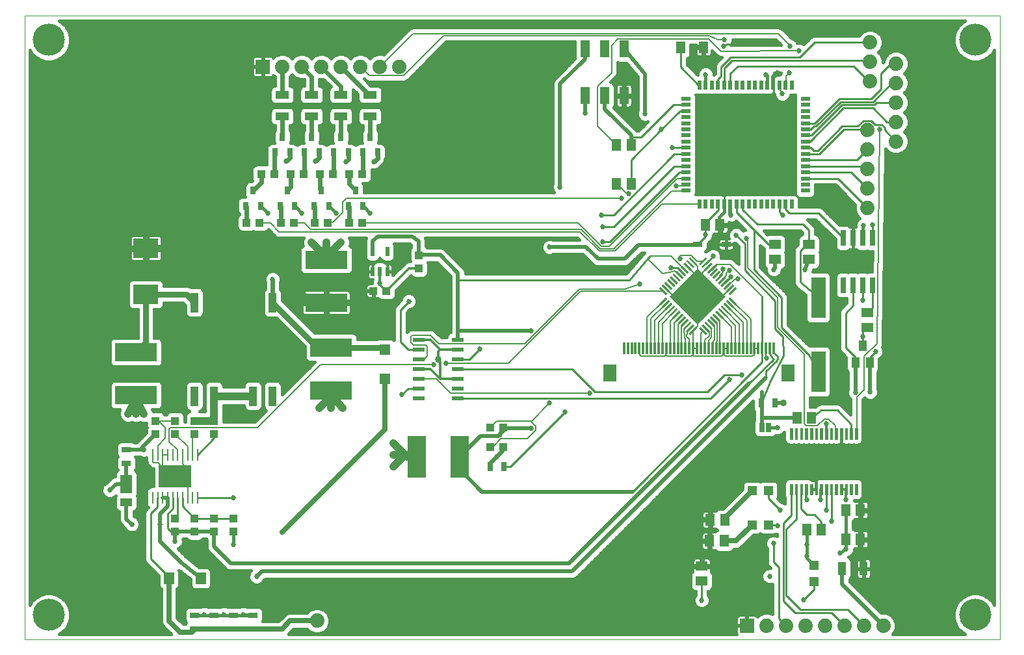
<source format=gtl>
G75*
%MOIN*%
%OFA0B0*%
%FSLAX24Y24*%
%IPPOS*%
%LPD*%
%AMOC8*
5,1,8,0,0,1.08239X$1,22.5*
%
%ADD10C,0.0000*%
%ADD11R,0.0591X0.0413*%
%ADD12R,0.0591X0.0945*%
%ADD13R,0.0531X0.0591*%
%ADD14R,0.0591X0.0512*%
%ADD15R,0.0512X0.0591*%
%ADD16R,0.2165X0.0925*%
%ADD17R,0.0315X0.0472*%
%ADD18R,0.0433X0.0394*%
%ADD19R,0.0925X0.2165*%
%ADD20R,0.0740X0.0740*%
%ADD21C,0.0740*%
%ADD22R,0.0394X0.0433*%
%ADD23R,0.0472X0.0315*%
%ADD24R,0.0472X0.0276*%
%ADD25R,0.0551X0.0551*%
%ADD26R,0.0394X0.0709*%
%ADD27R,0.0500X0.0858*%
%ADD28R,0.0220X0.0470*%
%ADD29R,0.0470X0.0220*%
%ADD30R,0.0260X0.0800*%
%ADD31R,0.0394X0.0551*%
%ADD32C,0.0030*%
%ADD33R,0.0472X0.0630*%
%ADD34R,0.0472X0.0472*%
%ADD35R,0.0760X0.2100*%
%ADD36R,0.0394X0.1000*%
%ADD37R,0.0110X0.0490*%
%ADD38R,0.2030X0.2030*%
%ADD39C,0.0270*%
%ADD40R,0.0217X0.0472*%
%ADD41R,0.0098X0.0591*%
%ADD42R,0.1654X0.1181*%
%ADD43R,0.0630X0.0220*%
%ADD44R,0.0120X0.0590*%
%ADD45R,0.0710X0.0870*%
%ADD46R,0.0250X0.0500*%
%ADD47R,0.1280X0.0984*%
%ADD48R,0.0315X0.0384*%
%ADD49R,0.0709X0.0394*%
%ADD50C,0.0160*%
%ADD51C,0.0340*%
%ADD52C,0.0400*%
%ADD53C,0.0120*%
%ADD54C,0.0200*%
%ADD55C,0.0180*%
%ADD56C,0.0100*%
%ADD57C,0.0060*%
%ADD58C,0.1650*%
%ADD59C,0.0150*%
%ADD60C,0.1400*%
%ADD61C,0.0600*%
%ADD62C,0.0300*%
%ADD63C,0.0250*%
%ADD64C,0.0220*%
%ADD65C,0.0075*%
D10*
X000800Y005519D02*
X000800Y037519D01*
X050800Y037519D01*
X050800Y005519D01*
X000800Y005519D01*
D11*
X006030Y012564D03*
D12*
X006030Y013499D03*
D13*
X008213Y008649D03*
X009847Y008649D03*
D14*
X035530Y008525D03*
X035530Y009273D03*
X044030Y021525D03*
X044030Y022273D03*
X041030Y025025D03*
X041030Y025773D03*
X039280Y025773D03*
X039280Y025025D03*
D15*
X036464Y026779D03*
X035716Y026779D03*
X031904Y028899D03*
X031156Y028899D03*
X031156Y030899D03*
X031904Y030899D03*
X040416Y016879D03*
X041164Y016879D03*
X042906Y012149D03*
X043654Y012149D03*
X043654Y010649D03*
X042906Y010649D03*
X041654Y011149D03*
X040906Y011149D03*
X036714Y011659D03*
X035966Y011659D03*
X035926Y010569D03*
X036674Y010569D03*
D16*
X016530Y018297D03*
X016530Y020501D03*
X016280Y022797D03*
X016280Y025001D03*
X006530Y020251D03*
X006530Y018047D03*
D17*
X024676Y014399D03*
X025384Y014399D03*
X038586Y017639D03*
X039294Y017639D03*
D18*
X025365Y016399D03*
X024695Y016399D03*
X024695Y015399D03*
X025365Y015399D03*
X019365Y023399D03*
X018695Y023399D03*
X018115Y026899D03*
X017445Y026899D03*
X016365Y026899D03*
X015695Y026899D03*
X014615Y026899D03*
X013945Y026899D03*
X012865Y026899D03*
X012195Y026899D03*
X012945Y029399D03*
X013615Y029399D03*
X014445Y029399D03*
X015115Y029399D03*
X015945Y029399D03*
X016615Y029399D03*
X017445Y029399D03*
X018115Y029399D03*
D19*
X020928Y014899D03*
X023132Y014899D03*
D20*
X037840Y006229D03*
X013030Y034899D03*
D21*
X014030Y034899D03*
X015030Y034899D03*
X016030Y034899D03*
X017030Y034899D03*
X018030Y034899D03*
X019030Y034899D03*
X020030Y034899D03*
X044160Y035139D03*
X044160Y034139D03*
X045490Y034059D03*
X045490Y033059D03*
X045490Y032059D03*
X045490Y031059D03*
X044030Y030649D03*
X044030Y029649D03*
X044030Y028649D03*
X044030Y027649D03*
X044030Y031649D03*
X045490Y035059D03*
X044160Y036139D03*
X043840Y006229D03*
X042840Y006229D03*
X041840Y006229D03*
X040840Y006229D03*
X039840Y006229D03*
X038840Y006229D03*
X044840Y006229D03*
X015800Y006469D03*
D22*
X011530Y011064D03*
X011530Y011734D03*
X010530Y011734D03*
X010530Y011064D03*
X009530Y011064D03*
X009530Y011734D03*
X008530Y011734D03*
X008530Y011064D03*
X008530Y016064D03*
X008530Y016734D03*
X007530Y016734D03*
X007530Y016064D03*
X009530Y016064D03*
X009530Y016734D03*
X010530Y016734D03*
X010530Y016064D03*
X021030Y024564D03*
X021030Y025234D03*
D23*
X006030Y015253D03*
X006030Y014545D03*
X009530Y006753D03*
X009530Y006045D03*
X010530Y006045D03*
X010530Y006753D03*
X011530Y006753D03*
X011530Y006045D03*
X012530Y006045D03*
X012530Y006753D03*
D24*
X035322Y025779D03*
X036778Y025779D03*
D25*
X019280Y020397D03*
X019280Y018901D03*
D26*
X042729Y009149D03*
X043831Y009149D03*
D27*
X031540Y033408D03*
X030540Y033408D03*
X029540Y033408D03*
X029540Y035810D03*
X030540Y035810D03*
X031540Y035810D03*
D28*
X035418Y033954D03*
X035733Y033954D03*
X036048Y033954D03*
X036363Y033954D03*
X036678Y033954D03*
X036993Y033954D03*
X037308Y033954D03*
X037623Y033954D03*
X037937Y033954D03*
X038252Y033954D03*
X038567Y033954D03*
X038882Y033954D03*
X039197Y033954D03*
X039512Y033954D03*
X039827Y033954D03*
X040142Y033954D03*
X040142Y027844D03*
X039827Y027844D03*
X039512Y027844D03*
X039197Y027844D03*
X038882Y027844D03*
X038567Y027844D03*
X038252Y027844D03*
X037937Y027844D03*
X037623Y027844D03*
X037308Y027844D03*
X036993Y027844D03*
X036678Y027844D03*
X036363Y027844D03*
X036048Y027844D03*
X035733Y027844D03*
X035418Y027844D03*
D29*
X034725Y028537D03*
X034725Y028852D03*
X034725Y029167D03*
X034725Y029482D03*
X034725Y029797D03*
X034725Y030112D03*
X034725Y030427D03*
X034725Y030742D03*
X034725Y031056D03*
X034725Y031371D03*
X034725Y031686D03*
X034725Y032001D03*
X034725Y032316D03*
X034725Y032631D03*
X034725Y032946D03*
X034725Y033261D03*
X040835Y033261D03*
X040835Y032946D03*
X040835Y032631D03*
X040835Y032316D03*
X040835Y032001D03*
X040835Y031686D03*
X040835Y031371D03*
X040835Y031056D03*
X040835Y030742D03*
X040835Y030427D03*
X040835Y030112D03*
X040835Y029797D03*
X040835Y029482D03*
X040835Y029167D03*
X040835Y028852D03*
X040835Y028537D03*
D30*
X042780Y026109D03*
X043280Y026109D03*
X043780Y026109D03*
X044280Y026109D03*
X044280Y023689D03*
X043780Y023689D03*
X043280Y023689D03*
X042780Y023689D03*
D31*
X043780Y020582D03*
X043406Y019716D03*
X044154Y019716D03*
D32*
X043503Y016356D02*
X043383Y016356D01*
X043503Y016356D02*
X043503Y015796D01*
X043383Y015796D01*
X043383Y016356D01*
X043383Y015825D02*
X043503Y015825D01*
X043503Y015854D02*
X043383Y015854D01*
X043383Y015883D02*
X043503Y015883D01*
X043503Y015912D02*
X043383Y015912D01*
X043383Y015941D02*
X043503Y015941D01*
X043503Y015970D02*
X043383Y015970D01*
X043383Y015999D02*
X043503Y015999D01*
X043503Y016028D02*
X043383Y016028D01*
X043383Y016057D02*
X043503Y016057D01*
X043503Y016086D02*
X043383Y016086D01*
X043383Y016115D02*
X043503Y016115D01*
X043503Y016144D02*
X043383Y016144D01*
X043383Y016173D02*
X043503Y016173D01*
X043503Y016202D02*
X043383Y016202D01*
X043383Y016231D02*
X043503Y016231D01*
X043503Y016260D02*
X043383Y016260D01*
X043383Y016289D02*
X043503Y016289D01*
X043503Y016318D02*
X043383Y016318D01*
X043383Y016347D02*
X043503Y016347D01*
X043247Y016356D02*
X043127Y016356D01*
X043247Y016356D02*
X043247Y015796D01*
X043127Y015796D01*
X043127Y016356D01*
X043127Y015825D02*
X043247Y015825D01*
X043247Y015854D02*
X043127Y015854D01*
X043127Y015883D02*
X043247Y015883D01*
X043247Y015912D02*
X043127Y015912D01*
X043127Y015941D02*
X043247Y015941D01*
X043247Y015970D02*
X043127Y015970D01*
X043127Y015999D02*
X043247Y015999D01*
X043247Y016028D02*
X043127Y016028D01*
X043127Y016057D02*
X043247Y016057D01*
X043247Y016086D02*
X043127Y016086D01*
X043127Y016115D02*
X043247Y016115D01*
X043247Y016144D02*
X043127Y016144D01*
X043127Y016173D02*
X043247Y016173D01*
X043247Y016202D02*
X043127Y016202D01*
X043127Y016231D02*
X043247Y016231D01*
X043247Y016260D02*
X043127Y016260D01*
X043127Y016289D02*
X043247Y016289D01*
X043247Y016318D02*
X043127Y016318D01*
X043127Y016347D02*
X043247Y016347D01*
X042992Y016356D02*
X042872Y016356D01*
X042992Y016356D02*
X042992Y015796D01*
X042872Y015796D01*
X042872Y016356D01*
X042872Y015825D02*
X042992Y015825D01*
X042992Y015854D02*
X042872Y015854D01*
X042872Y015883D02*
X042992Y015883D01*
X042992Y015912D02*
X042872Y015912D01*
X042872Y015941D02*
X042992Y015941D01*
X042992Y015970D02*
X042872Y015970D01*
X042872Y015999D02*
X042992Y015999D01*
X042992Y016028D02*
X042872Y016028D01*
X042872Y016057D02*
X042992Y016057D01*
X042992Y016086D02*
X042872Y016086D01*
X042872Y016115D02*
X042992Y016115D01*
X042992Y016144D02*
X042872Y016144D01*
X042872Y016173D02*
X042992Y016173D01*
X042992Y016202D02*
X042872Y016202D01*
X042872Y016231D02*
X042992Y016231D01*
X042992Y016260D02*
X042872Y016260D01*
X042872Y016289D02*
X042992Y016289D01*
X042992Y016318D02*
X042872Y016318D01*
X042872Y016347D02*
X042992Y016347D01*
X042736Y016356D02*
X042616Y016356D01*
X042736Y016356D02*
X042736Y015796D01*
X042616Y015796D01*
X042616Y016356D01*
X042616Y015825D02*
X042736Y015825D01*
X042736Y015854D02*
X042616Y015854D01*
X042616Y015883D02*
X042736Y015883D01*
X042736Y015912D02*
X042616Y015912D01*
X042616Y015941D02*
X042736Y015941D01*
X042736Y015970D02*
X042616Y015970D01*
X042616Y015999D02*
X042736Y015999D01*
X042736Y016028D02*
X042616Y016028D01*
X042616Y016057D02*
X042736Y016057D01*
X042736Y016086D02*
X042616Y016086D01*
X042616Y016115D02*
X042736Y016115D01*
X042736Y016144D02*
X042616Y016144D01*
X042616Y016173D02*
X042736Y016173D01*
X042736Y016202D02*
X042616Y016202D01*
X042616Y016231D02*
X042736Y016231D01*
X042736Y016260D02*
X042616Y016260D01*
X042616Y016289D02*
X042736Y016289D01*
X042736Y016318D02*
X042616Y016318D01*
X042616Y016347D02*
X042736Y016347D01*
X042480Y016356D02*
X042360Y016356D01*
X042480Y016356D02*
X042480Y015796D01*
X042360Y015796D01*
X042360Y016356D01*
X042360Y015825D02*
X042480Y015825D01*
X042480Y015854D02*
X042360Y015854D01*
X042360Y015883D02*
X042480Y015883D01*
X042480Y015912D02*
X042360Y015912D01*
X042360Y015941D02*
X042480Y015941D01*
X042480Y015970D02*
X042360Y015970D01*
X042360Y015999D02*
X042480Y015999D01*
X042480Y016028D02*
X042360Y016028D01*
X042360Y016057D02*
X042480Y016057D01*
X042480Y016086D02*
X042360Y016086D01*
X042360Y016115D02*
X042480Y016115D01*
X042480Y016144D02*
X042360Y016144D01*
X042360Y016173D02*
X042480Y016173D01*
X042480Y016202D02*
X042360Y016202D01*
X042360Y016231D02*
X042480Y016231D01*
X042480Y016260D02*
X042360Y016260D01*
X042360Y016289D02*
X042480Y016289D01*
X042480Y016318D02*
X042360Y016318D01*
X042360Y016347D02*
X042480Y016347D01*
X042224Y016356D02*
X042104Y016356D01*
X042224Y016356D02*
X042224Y015796D01*
X042104Y015796D01*
X042104Y016356D01*
X042104Y015825D02*
X042224Y015825D01*
X042224Y015854D02*
X042104Y015854D01*
X042104Y015883D02*
X042224Y015883D01*
X042224Y015912D02*
X042104Y015912D01*
X042104Y015941D02*
X042224Y015941D01*
X042224Y015970D02*
X042104Y015970D01*
X042104Y015999D02*
X042224Y015999D01*
X042224Y016028D02*
X042104Y016028D01*
X042104Y016057D02*
X042224Y016057D01*
X042224Y016086D02*
X042104Y016086D01*
X042104Y016115D02*
X042224Y016115D01*
X042224Y016144D02*
X042104Y016144D01*
X042104Y016173D02*
X042224Y016173D01*
X042224Y016202D02*
X042104Y016202D01*
X042104Y016231D02*
X042224Y016231D01*
X042224Y016260D02*
X042104Y016260D01*
X042104Y016289D02*
X042224Y016289D01*
X042224Y016318D02*
X042104Y016318D01*
X042104Y016347D02*
X042224Y016347D01*
X041968Y016356D02*
X041848Y016356D01*
X041968Y016356D02*
X041968Y015796D01*
X041848Y015796D01*
X041848Y016356D01*
X041848Y015825D02*
X041968Y015825D01*
X041968Y015854D02*
X041848Y015854D01*
X041848Y015883D02*
X041968Y015883D01*
X041968Y015912D02*
X041848Y015912D01*
X041848Y015941D02*
X041968Y015941D01*
X041968Y015970D02*
X041848Y015970D01*
X041848Y015999D02*
X041968Y015999D01*
X041968Y016028D02*
X041848Y016028D01*
X041848Y016057D02*
X041968Y016057D01*
X041968Y016086D02*
X041848Y016086D01*
X041848Y016115D02*
X041968Y016115D01*
X041968Y016144D02*
X041848Y016144D01*
X041848Y016173D02*
X041968Y016173D01*
X041968Y016202D02*
X041848Y016202D01*
X041848Y016231D02*
X041968Y016231D01*
X041968Y016260D02*
X041848Y016260D01*
X041848Y016289D02*
X041968Y016289D01*
X041968Y016318D02*
X041848Y016318D01*
X041848Y016347D02*
X041968Y016347D01*
X041712Y016356D02*
X041592Y016356D01*
X041712Y016356D02*
X041712Y015796D01*
X041592Y015796D01*
X041592Y016356D01*
X041592Y015825D02*
X041712Y015825D01*
X041712Y015854D02*
X041592Y015854D01*
X041592Y015883D02*
X041712Y015883D01*
X041712Y015912D02*
X041592Y015912D01*
X041592Y015941D02*
X041712Y015941D01*
X041712Y015970D02*
X041592Y015970D01*
X041592Y015999D02*
X041712Y015999D01*
X041712Y016028D02*
X041592Y016028D01*
X041592Y016057D02*
X041712Y016057D01*
X041712Y016086D02*
X041592Y016086D01*
X041592Y016115D02*
X041712Y016115D01*
X041712Y016144D02*
X041592Y016144D01*
X041592Y016173D02*
X041712Y016173D01*
X041712Y016202D02*
X041592Y016202D01*
X041592Y016231D02*
X041712Y016231D01*
X041712Y016260D02*
X041592Y016260D01*
X041592Y016289D02*
X041712Y016289D01*
X041712Y016318D02*
X041592Y016318D01*
X041592Y016347D02*
X041712Y016347D01*
X041456Y016356D02*
X041336Y016356D01*
X041456Y016356D02*
X041456Y015796D01*
X041336Y015796D01*
X041336Y016356D01*
X041336Y015825D02*
X041456Y015825D01*
X041456Y015854D02*
X041336Y015854D01*
X041336Y015883D02*
X041456Y015883D01*
X041456Y015912D02*
X041336Y015912D01*
X041336Y015941D02*
X041456Y015941D01*
X041456Y015970D02*
X041336Y015970D01*
X041336Y015999D02*
X041456Y015999D01*
X041456Y016028D02*
X041336Y016028D01*
X041336Y016057D02*
X041456Y016057D01*
X041456Y016086D02*
X041336Y016086D01*
X041336Y016115D02*
X041456Y016115D01*
X041456Y016144D02*
X041336Y016144D01*
X041336Y016173D02*
X041456Y016173D01*
X041456Y016202D02*
X041336Y016202D01*
X041336Y016231D02*
X041456Y016231D01*
X041456Y016260D02*
X041336Y016260D01*
X041336Y016289D02*
X041456Y016289D01*
X041456Y016318D02*
X041336Y016318D01*
X041336Y016347D02*
X041456Y016347D01*
X041200Y016356D02*
X041080Y016356D01*
X041200Y016356D02*
X041200Y015796D01*
X041080Y015796D01*
X041080Y016356D01*
X041080Y015825D02*
X041200Y015825D01*
X041200Y015854D02*
X041080Y015854D01*
X041080Y015883D02*
X041200Y015883D01*
X041200Y015912D02*
X041080Y015912D01*
X041080Y015941D02*
X041200Y015941D01*
X041200Y015970D02*
X041080Y015970D01*
X041080Y015999D02*
X041200Y015999D01*
X041200Y016028D02*
X041080Y016028D01*
X041080Y016057D02*
X041200Y016057D01*
X041200Y016086D02*
X041080Y016086D01*
X041080Y016115D02*
X041200Y016115D01*
X041200Y016144D02*
X041080Y016144D01*
X041080Y016173D02*
X041200Y016173D01*
X041200Y016202D02*
X041080Y016202D01*
X041080Y016231D02*
X041200Y016231D01*
X041200Y016260D02*
X041080Y016260D01*
X041080Y016289D02*
X041200Y016289D01*
X041200Y016318D02*
X041080Y016318D01*
X041080Y016347D02*
X041200Y016347D01*
X040944Y016356D02*
X040824Y016356D01*
X040944Y016356D02*
X040944Y015796D01*
X040824Y015796D01*
X040824Y016356D01*
X040824Y015825D02*
X040944Y015825D01*
X040944Y015854D02*
X040824Y015854D01*
X040824Y015883D02*
X040944Y015883D01*
X040944Y015912D02*
X040824Y015912D01*
X040824Y015941D02*
X040944Y015941D01*
X040944Y015970D02*
X040824Y015970D01*
X040824Y015999D02*
X040944Y015999D01*
X040944Y016028D02*
X040824Y016028D01*
X040824Y016057D02*
X040944Y016057D01*
X040944Y016086D02*
X040824Y016086D01*
X040824Y016115D02*
X040944Y016115D01*
X040944Y016144D02*
X040824Y016144D01*
X040824Y016173D02*
X040944Y016173D01*
X040944Y016202D02*
X040824Y016202D01*
X040824Y016231D02*
X040944Y016231D01*
X040944Y016260D02*
X040824Y016260D01*
X040824Y016289D02*
X040944Y016289D01*
X040944Y016318D02*
X040824Y016318D01*
X040824Y016347D02*
X040944Y016347D01*
X040688Y016356D02*
X040568Y016356D01*
X040688Y016356D02*
X040688Y015796D01*
X040568Y015796D01*
X040568Y016356D01*
X040568Y015825D02*
X040688Y015825D01*
X040688Y015854D02*
X040568Y015854D01*
X040568Y015883D02*
X040688Y015883D01*
X040688Y015912D02*
X040568Y015912D01*
X040568Y015941D02*
X040688Y015941D01*
X040688Y015970D02*
X040568Y015970D01*
X040568Y015999D02*
X040688Y015999D01*
X040688Y016028D02*
X040568Y016028D01*
X040568Y016057D02*
X040688Y016057D01*
X040688Y016086D02*
X040568Y016086D01*
X040568Y016115D02*
X040688Y016115D01*
X040688Y016144D02*
X040568Y016144D01*
X040568Y016173D02*
X040688Y016173D01*
X040688Y016202D02*
X040568Y016202D01*
X040568Y016231D02*
X040688Y016231D01*
X040688Y016260D02*
X040568Y016260D01*
X040568Y016289D02*
X040688Y016289D01*
X040688Y016318D02*
X040568Y016318D01*
X040568Y016347D02*
X040688Y016347D01*
X040433Y016356D02*
X040313Y016356D01*
X040433Y016356D02*
X040433Y015796D01*
X040313Y015796D01*
X040313Y016356D01*
X040313Y015825D02*
X040433Y015825D01*
X040433Y015854D02*
X040313Y015854D01*
X040313Y015883D02*
X040433Y015883D01*
X040433Y015912D02*
X040313Y015912D01*
X040313Y015941D02*
X040433Y015941D01*
X040433Y015970D02*
X040313Y015970D01*
X040313Y015999D02*
X040433Y015999D01*
X040433Y016028D02*
X040313Y016028D01*
X040313Y016057D02*
X040433Y016057D01*
X040433Y016086D02*
X040313Y016086D01*
X040313Y016115D02*
X040433Y016115D01*
X040433Y016144D02*
X040313Y016144D01*
X040313Y016173D02*
X040433Y016173D01*
X040433Y016202D02*
X040313Y016202D01*
X040313Y016231D02*
X040433Y016231D01*
X040433Y016260D02*
X040313Y016260D01*
X040313Y016289D02*
X040433Y016289D01*
X040433Y016318D02*
X040313Y016318D01*
X040313Y016347D02*
X040433Y016347D01*
X040177Y016356D02*
X040057Y016356D01*
X040177Y016356D02*
X040177Y015796D01*
X040057Y015796D01*
X040057Y016356D01*
X040057Y015825D02*
X040177Y015825D01*
X040177Y015854D02*
X040057Y015854D01*
X040057Y015883D02*
X040177Y015883D01*
X040177Y015912D02*
X040057Y015912D01*
X040057Y015941D02*
X040177Y015941D01*
X040177Y015970D02*
X040057Y015970D01*
X040057Y015999D02*
X040177Y015999D01*
X040177Y016028D02*
X040057Y016028D01*
X040057Y016057D02*
X040177Y016057D01*
X040177Y016086D02*
X040057Y016086D01*
X040057Y016115D02*
X040177Y016115D01*
X040177Y016144D02*
X040057Y016144D01*
X040057Y016173D02*
X040177Y016173D01*
X040177Y016202D02*
X040057Y016202D01*
X040057Y016231D02*
X040177Y016231D01*
X040177Y016260D02*
X040057Y016260D01*
X040057Y016289D02*
X040177Y016289D01*
X040177Y016318D02*
X040057Y016318D01*
X040057Y016347D02*
X040177Y016347D01*
X040177Y013502D02*
X040057Y013502D01*
X040177Y013502D02*
X040177Y012942D01*
X040057Y012942D01*
X040057Y013502D01*
X040057Y012971D02*
X040177Y012971D01*
X040177Y013000D02*
X040057Y013000D01*
X040057Y013029D02*
X040177Y013029D01*
X040177Y013058D02*
X040057Y013058D01*
X040057Y013087D02*
X040177Y013087D01*
X040177Y013116D02*
X040057Y013116D01*
X040057Y013145D02*
X040177Y013145D01*
X040177Y013174D02*
X040057Y013174D01*
X040057Y013203D02*
X040177Y013203D01*
X040177Y013232D02*
X040057Y013232D01*
X040057Y013261D02*
X040177Y013261D01*
X040177Y013290D02*
X040057Y013290D01*
X040057Y013319D02*
X040177Y013319D01*
X040177Y013348D02*
X040057Y013348D01*
X040057Y013377D02*
X040177Y013377D01*
X040177Y013406D02*
X040057Y013406D01*
X040057Y013435D02*
X040177Y013435D01*
X040177Y013464D02*
X040057Y013464D01*
X040057Y013493D02*
X040177Y013493D01*
X040313Y013502D02*
X040433Y013502D01*
X040433Y012942D01*
X040313Y012942D01*
X040313Y013502D01*
X040313Y012971D02*
X040433Y012971D01*
X040433Y013000D02*
X040313Y013000D01*
X040313Y013029D02*
X040433Y013029D01*
X040433Y013058D02*
X040313Y013058D01*
X040313Y013087D02*
X040433Y013087D01*
X040433Y013116D02*
X040313Y013116D01*
X040313Y013145D02*
X040433Y013145D01*
X040433Y013174D02*
X040313Y013174D01*
X040313Y013203D02*
X040433Y013203D01*
X040433Y013232D02*
X040313Y013232D01*
X040313Y013261D02*
X040433Y013261D01*
X040433Y013290D02*
X040313Y013290D01*
X040313Y013319D02*
X040433Y013319D01*
X040433Y013348D02*
X040313Y013348D01*
X040313Y013377D02*
X040433Y013377D01*
X040433Y013406D02*
X040313Y013406D01*
X040313Y013435D02*
X040433Y013435D01*
X040433Y013464D02*
X040313Y013464D01*
X040313Y013493D02*
X040433Y013493D01*
X040568Y013502D02*
X040688Y013502D01*
X040688Y012942D01*
X040568Y012942D01*
X040568Y013502D01*
X040568Y012971D02*
X040688Y012971D01*
X040688Y013000D02*
X040568Y013000D01*
X040568Y013029D02*
X040688Y013029D01*
X040688Y013058D02*
X040568Y013058D01*
X040568Y013087D02*
X040688Y013087D01*
X040688Y013116D02*
X040568Y013116D01*
X040568Y013145D02*
X040688Y013145D01*
X040688Y013174D02*
X040568Y013174D01*
X040568Y013203D02*
X040688Y013203D01*
X040688Y013232D02*
X040568Y013232D01*
X040568Y013261D02*
X040688Y013261D01*
X040688Y013290D02*
X040568Y013290D01*
X040568Y013319D02*
X040688Y013319D01*
X040688Y013348D02*
X040568Y013348D01*
X040568Y013377D02*
X040688Y013377D01*
X040688Y013406D02*
X040568Y013406D01*
X040568Y013435D02*
X040688Y013435D01*
X040688Y013464D02*
X040568Y013464D01*
X040568Y013493D02*
X040688Y013493D01*
X040824Y013502D02*
X040944Y013502D01*
X040944Y012942D01*
X040824Y012942D01*
X040824Y013502D01*
X040824Y012971D02*
X040944Y012971D01*
X040944Y013000D02*
X040824Y013000D01*
X040824Y013029D02*
X040944Y013029D01*
X040944Y013058D02*
X040824Y013058D01*
X040824Y013087D02*
X040944Y013087D01*
X040944Y013116D02*
X040824Y013116D01*
X040824Y013145D02*
X040944Y013145D01*
X040944Y013174D02*
X040824Y013174D01*
X040824Y013203D02*
X040944Y013203D01*
X040944Y013232D02*
X040824Y013232D01*
X040824Y013261D02*
X040944Y013261D01*
X040944Y013290D02*
X040824Y013290D01*
X040824Y013319D02*
X040944Y013319D01*
X040944Y013348D02*
X040824Y013348D01*
X040824Y013377D02*
X040944Y013377D01*
X040944Y013406D02*
X040824Y013406D01*
X040824Y013435D02*
X040944Y013435D01*
X040944Y013464D02*
X040824Y013464D01*
X040824Y013493D02*
X040944Y013493D01*
X041080Y013502D02*
X041200Y013502D01*
X041200Y012942D01*
X041080Y012942D01*
X041080Y013502D01*
X041080Y012971D02*
X041200Y012971D01*
X041200Y013000D02*
X041080Y013000D01*
X041080Y013029D02*
X041200Y013029D01*
X041200Y013058D02*
X041080Y013058D01*
X041080Y013087D02*
X041200Y013087D01*
X041200Y013116D02*
X041080Y013116D01*
X041080Y013145D02*
X041200Y013145D01*
X041200Y013174D02*
X041080Y013174D01*
X041080Y013203D02*
X041200Y013203D01*
X041200Y013232D02*
X041080Y013232D01*
X041080Y013261D02*
X041200Y013261D01*
X041200Y013290D02*
X041080Y013290D01*
X041080Y013319D02*
X041200Y013319D01*
X041200Y013348D02*
X041080Y013348D01*
X041080Y013377D02*
X041200Y013377D01*
X041200Y013406D02*
X041080Y013406D01*
X041080Y013435D02*
X041200Y013435D01*
X041200Y013464D02*
X041080Y013464D01*
X041080Y013493D02*
X041200Y013493D01*
X041336Y013502D02*
X041456Y013502D01*
X041456Y012942D01*
X041336Y012942D01*
X041336Y013502D01*
X041336Y012971D02*
X041456Y012971D01*
X041456Y013000D02*
X041336Y013000D01*
X041336Y013029D02*
X041456Y013029D01*
X041456Y013058D02*
X041336Y013058D01*
X041336Y013087D02*
X041456Y013087D01*
X041456Y013116D02*
X041336Y013116D01*
X041336Y013145D02*
X041456Y013145D01*
X041456Y013174D02*
X041336Y013174D01*
X041336Y013203D02*
X041456Y013203D01*
X041456Y013232D02*
X041336Y013232D01*
X041336Y013261D02*
X041456Y013261D01*
X041456Y013290D02*
X041336Y013290D01*
X041336Y013319D02*
X041456Y013319D01*
X041456Y013348D02*
X041336Y013348D01*
X041336Y013377D02*
X041456Y013377D01*
X041456Y013406D02*
X041336Y013406D01*
X041336Y013435D02*
X041456Y013435D01*
X041456Y013464D02*
X041336Y013464D01*
X041336Y013493D02*
X041456Y013493D01*
X041592Y013502D02*
X041712Y013502D01*
X041712Y012942D01*
X041592Y012942D01*
X041592Y013502D01*
X041592Y012971D02*
X041712Y012971D01*
X041712Y013000D02*
X041592Y013000D01*
X041592Y013029D02*
X041712Y013029D01*
X041712Y013058D02*
X041592Y013058D01*
X041592Y013087D02*
X041712Y013087D01*
X041712Y013116D02*
X041592Y013116D01*
X041592Y013145D02*
X041712Y013145D01*
X041712Y013174D02*
X041592Y013174D01*
X041592Y013203D02*
X041712Y013203D01*
X041712Y013232D02*
X041592Y013232D01*
X041592Y013261D02*
X041712Y013261D01*
X041712Y013290D02*
X041592Y013290D01*
X041592Y013319D02*
X041712Y013319D01*
X041712Y013348D02*
X041592Y013348D01*
X041592Y013377D02*
X041712Y013377D01*
X041712Y013406D02*
X041592Y013406D01*
X041592Y013435D02*
X041712Y013435D01*
X041712Y013464D02*
X041592Y013464D01*
X041592Y013493D02*
X041712Y013493D01*
X041848Y013502D02*
X041968Y013502D01*
X041968Y012942D01*
X041848Y012942D01*
X041848Y013502D01*
X041848Y012971D02*
X041968Y012971D01*
X041968Y013000D02*
X041848Y013000D01*
X041848Y013029D02*
X041968Y013029D01*
X041968Y013058D02*
X041848Y013058D01*
X041848Y013087D02*
X041968Y013087D01*
X041968Y013116D02*
X041848Y013116D01*
X041848Y013145D02*
X041968Y013145D01*
X041968Y013174D02*
X041848Y013174D01*
X041848Y013203D02*
X041968Y013203D01*
X041968Y013232D02*
X041848Y013232D01*
X041848Y013261D02*
X041968Y013261D01*
X041968Y013290D02*
X041848Y013290D01*
X041848Y013319D02*
X041968Y013319D01*
X041968Y013348D02*
X041848Y013348D01*
X041848Y013377D02*
X041968Y013377D01*
X041968Y013406D02*
X041848Y013406D01*
X041848Y013435D02*
X041968Y013435D01*
X041968Y013464D02*
X041848Y013464D01*
X041848Y013493D02*
X041968Y013493D01*
X042104Y013502D02*
X042224Y013502D01*
X042224Y012942D01*
X042104Y012942D01*
X042104Y013502D01*
X042104Y012971D02*
X042224Y012971D01*
X042224Y013000D02*
X042104Y013000D01*
X042104Y013029D02*
X042224Y013029D01*
X042224Y013058D02*
X042104Y013058D01*
X042104Y013087D02*
X042224Y013087D01*
X042224Y013116D02*
X042104Y013116D01*
X042104Y013145D02*
X042224Y013145D01*
X042224Y013174D02*
X042104Y013174D01*
X042104Y013203D02*
X042224Y013203D01*
X042224Y013232D02*
X042104Y013232D01*
X042104Y013261D02*
X042224Y013261D01*
X042224Y013290D02*
X042104Y013290D01*
X042104Y013319D02*
X042224Y013319D01*
X042224Y013348D02*
X042104Y013348D01*
X042104Y013377D02*
X042224Y013377D01*
X042224Y013406D02*
X042104Y013406D01*
X042104Y013435D02*
X042224Y013435D01*
X042224Y013464D02*
X042104Y013464D01*
X042104Y013493D02*
X042224Y013493D01*
X042360Y013502D02*
X042480Y013502D01*
X042480Y012942D01*
X042360Y012942D01*
X042360Y013502D01*
X042360Y012971D02*
X042480Y012971D01*
X042480Y013000D02*
X042360Y013000D01*
X042360Y013029D02*
X042480Y013029D01*
X042480Y013058D02*
X042360Y013058D01*
X042360Y013087D02*
X042480Y013087D01*
X042480Y013116D02*
X042360Y013116D01*
X042360Y013145D02*
X042480Y013145D01*
X042480Y013174D02*
X042360Y013174D01*
X042360Y013203D02*
X042480Y013203D01*
X042480Y013232D02*
X042360Y013232D01*
X042360Y013261D02*
X042480Y013261D01*
X042480Y013290D02*
X042360Y013290D01*
X042360Y013319D02*
X042480Y013319D01*
X042480Y013348D02*
X042360Y013348D01*
X042360Y013377D02*
X042480Y013377D01*
X042480Y013406D02*
X042360Y013406D01*
X042360Y013435D02*
X042480Y013435D01*
X042480Y013464D02*
X042360Y013464D01*
X042360Y013493D02*
X042480Y013493D01*
X042616Y013502D02*
X042736Y013502D01*
X042736Y012942D01*
X042616Y012942D01*
X042616Y013502D01*
X042616Y012971D02*
X042736Y012971D01*
X042736Y013000D02*
X042616Y013000D01*
X042616Y013029D02*
X042736Y013029D01*
X042736Y013058D02*
X042616Y013058D01*
X042616Y013087D02*
X042736Y013087D01*
X042736Y013116D02*
X042616Y013116D01*
X042616Y013145D02*
X042736Y013145D01*
X042736Y013174D02*
X042616Y013174D01*
X042616Y013203D02*
X042736Y013203D01*
X042736Y013232D02*
X042616Y013232D01*
X042616Y013261D02*
X042736Y013261D01*
X042736Y013290D02*
X042616Y013290D01*
X042616Y013319D02*
X042736Y013319D01*
X042736Y013348D02*
X042616Y013348D01*
X042616Y013377D02*
X042736Y013377D01*
X042736Y013406D02*
X042616Y013406D01*
X042616Y013435D02*
X042736Y013435D01*
X042736Y013464D02*
X042616Y013464D01*
X042616Y013493D02*
X042736Y013493D01*
X042872Y013502D02*
X042992Y013502D01*
X042992Y012942D01*
X042872Y012942D01*
X042872Y013502D01*
X042872Y012971D02*
X042992Y012971D01*
X042992Y013000D02*
X042872Y013000D01*
X042872Y013029D02*
X042992Y013029D01*
X042992Y013058D02*
X042872Y013058D01*
X042872Y013087D02*
X042992Y013087D01*
X042992Y013116D02*
X042872Y013116D01*
X042872Y013145D02*
X042992Y013145D01*
X042992Y013174D02*
X042872Y013174D01*
X042872Y013203D02*
X042992Y013203D01*
X042992Y013232D02*
X042872Y013232D01*
X042872Y013261D02*
X042992Y013261D01*
X042992Y013290D02*
X042872Y013290D01*
X042872Y013319D02*
X042992Y013319D01*
X042992Y013348D02*
X042872Y013348D01*
X042872Y013377D02*
X042992Y013377D01*
X042992Y013406D02*
X042872Y013406D01*
X042872Y013435D02*
X042992Y013435D01*
X042992Y013464D02*
X042872Y013464D01*
X042872Y013493D02*
X042992Y013493D01*
X043127Y013502D02*
X043247Y013502D01*
X043247Y012942D01*
X043127Y012942D01*
X043127Y013502D01*
X043127Y012971D02*
X043247Y012971D01*
X043247Y013000D02*
X043127Y013000D01*
X043127Y013029D02*
X043247Y013029D01*
X043247Y013058D02*
X043127Y013058D01*
X043127Y013087D02*
X043247Y013087D01*
X043247Y013116D02*
X043127Y013116D01*
X043127Y013145D02*
X043247Y013145D01*
X043247Y013174D02*
X043127Y013174D01*
X043127Y013203D02*
X043247Y013203D01*
X043247Y013232D02*
X043127Y013232D01*
X043127Y013261D02*
X043247Y013261D01*
X043247Y013290D02*
X043127Y013290D01*
X043127Y013319D02*
X043247Y013319D01*
X043247Y013348D02*
X043127Y013348D01*
X043127Y013377D02*
X043247Y013377D01*
X043247Y013406D02*
X043127Y013406D01*
X043127Y013435D02*
X043247Y013435D01*
X043247Y013464D02*
X043127Y013464D01*
X043127Y013493D02*
X043247Y013493D01*
X043383Y013502D02*
X043503Y013502D01*
X043503Y012942D01*
X043383Y012942D01*
X043383Y013502D01*
X043383Y012971D02*
X043503Y012971D01*
X043503Y013000D02*
X043383Y013000D01*
X043383Y013029D02*
X043503Y013029D01*
X043503Y013058D02*
X043383Y013058D01*
X043383Y013087D02*
X043503Y013087D01*
X043503Y013116D02*
X043383Y013116D01*
X043383Y013145D02*
X043503Y013145D01*
X043503Y013174D02*
X043383Y013174D01*
X043383Y013203D02*
X043503Y013203D01*
X043503Y013232D02*
X043383Y013232D01*
X043383Y013261D02*
X043503Y013261D01*
X043503Y013290D02*
X043383Y013290D01*
X043383Y013319D02*
X043503Y013319D01*
X043503Y013348D02*
X043383Y013348D01*
X043383Y013377D02*
X043503Y013377D01*
X043503Y013406D02*
X043383Y013406D01*
X043383Y013435D02*
X043503Y013435D01*
X043503Y013464D02*
X043383Y013464D01*
X043383Y013493D02*
X043503Y013493D01*
D33*
X035621Y035899D03*
X034439Y035899D03*
D34*
X038117Y013149D03*
X038943Y013149D03*
X038943Y011399D03*
X038117Y011399D03*
X041280Y009312D03*
X041280Y008486D03*
D35*
X041500Y019249D03*
X041500Y023049D03*
D36*
X013530Y022799D03*
X009530Y022799D03*
X009530Y017999D03*
X010530Y017999D03*
X012530Y017999D03*
X013530Y017999D03*
D37*
G36*
X033675Y023079D02*
X033753Y023001D01*
X033407Y022655D01*
X033329Y022733D01*
X033675Y023079D01*
G37*
G36*
X033753Y023257D02*
X033675Y023179D01*
X033329Y023525D01*
X033407Y023603D01*
X033753Y023257D01*
G37*
G36*
X033887Y023391D02*
X033809Y023313D01*
X033463Y023659D01*
X033541Y023737D01*
X033887Y023391D01*
G37*
G36*
X034029Y023532D02*
X033951Y023454D01*
X033605Y023800D01*
X033683Y023878D01*
X034029Y023532D01*
G37*
G36*
X034170Y023674D02*
X034092Y023596D01*
X033746Y023942D01*
X033824Y024020D01*
X034170Y023674D01*
G37*
G36*
X034305Y023808D02*
X034227Y023730D01*
X033881Y024076D01*
X033959Y024154D01*
X034305Y023808D01*
G37*
G36*
X034446Y023950D02*
X034368Y023872D01*
X034022Y024218D01*
X034100Y024296D01*
X034446Y023950D01*
G37*
G36*
X034587Y024091D02*
X034509Y024013D01*
X034163Y024359D01*
X034241Y024437D01*
X034587Y024091D01*
G37*
G36*
X034729Y024232D02*
X034651Y024154D01*
X034305Y024500D01*
X034383Y024578D01*
X034729Y024232D01*
G37*
G36*
X034863Y024367D02*
X034785Y024289D01*
X034439Y024635D01*
X034517Y024713D01*
X034863Y024367D01*
G37*
G36*
X035005Y024508D02*
X034927Y024430D01*
X034581Y024776D01*
X034659Y024854D01*
X035005Y024508D01*
G37*
G36*
X035146Y024650D02*
X035068Y024572D01*
X034722Y024918D01*
X034800Y024996D01*
X035146Y024650D01*
G37*
G36*
X035280Y024784D02*
X035202Y024706D01*
X034856Y025052D01*
X034934Y025130D01*
X035280Y024784D01*
G37*
G36*
X035726Y025130D02*
X035804Y025052D01*
X035458Y024706D01*
X035380Y024784D01*
X035726Y025130D01*
G37*
G36*
X035860Y024996D02*
X035938Y024918D01*
X035592Y024572D01*
X035514Y024650D01*
X035860Y024996D01*
G37*
G36*
X036001Y024854D02*
X036079Y024776D01*
X035733Y024430D01*
X035655Y024508D01*
X036001Y024854D01*
G37*
G36*
X036143Y024713D02*
X036221Y024635D01*
X035875Y024289D01*
X035797Y024367D01*
X036143Y024713D01*
G37*
G36*
X036277Y024578D02*
X036355Y024500D01*
X036009Y024154D01*
X035931Y024232D01*
X036277Y024578D01*
G37*
G36*
X036419Y024437D02*
X036497Y024359D01*
X036151Y024013D01*
X036073Y024091D01*
X036419Y024437D01*
G37*
G36*
X036560Y024296D02*
X036638Y024218D01*
X036292Y023872D01*
X036214Y023950D01*
X036560Y024296D01*
G37*
G36*
X036701Y024154D02*
X036779Y024076D01*
X036433Y023730D01*
X036355Y023808D01*
X036701Y024154D01*
G37*
G36*
X036836Y024020D02*
X036914Y023942D01*
X036568Y023596D01*
X036490Y023674D01*
X036836Y024020D01*
G37*
G36*
X036977Y023878D02*
X037055Y023800D01*
X036709Y023454D01*
X036631Y023532D01*
X036977Y023878D01*
G37*
G36*
X037119Y023737D02*
X037197Y023659D01*
X036851Y023313D01*
X036773Y023391D01*
X037119Y023737D01*
G37*
G36*
X037253Y023603D02*
X037331Y023525D01*
X036985Y023179D01*
X036907Y023257D01*
X037253Y023603D01*
G37*
G36*
X037331Y022733D02*
X037253Y022655D01*
X036907Y023001D01*
X036985Y023079D01*
X037331Y022733D01*
G37*
G36*
X037197Y022599D02*
X037119Y022521D01*
X036773Y022867D01*
X036851Y022945D01*
X037197Y022599D01*
G37*
G36*
X037055Y022458D02*
X036977Y022380D01*
X036631Y022726D01*
X036709Y022804D01*
X037055Y022458D01*
G37*
G36*
X036914Y022316D02*
X036836Y022238D01*
X036490Y022584D01*
X036568Y022662D01*
X036914Y022316D01*
G37*
G36*
X036779Y022182D02*
X036701Y022104D01*
X036355Y022450D01*
X036433Y022528D01*
X036779Y022182D01*
G37*
G36*
X036638Y022040D02*
X036560Y021962D01*
X036214Y022308D01*
X036292Y022386D01*
X036638Y022040D01*
G37*
G36*
X036497Y021899D02*
X036419Y021821D01*
X036073Y022167D01*
X036151Y022245D01*
X036497Y021899D01*
G37*
G36*
X036355Y021758D02*
X036277Y021680D01*
X035931Y022026D01*
X036009Y022104D01*
X036355Y021758D01*
G37*
G36*
X036221Y021623D02*
X036143Y021545D01*
X035797Y021891D01*
X035875Y021969D01*
X036221Y021623D01*
G37*
G36*
X036079Y021482D02*
X036001Y021404D01*
X035655Y021750D01*
X035733Y021828D01*
X036079Y021482D01*
G37*
G36*
X035938Y021340D02*
X035860Y021262D01*
X035514Y021608D01*
X035592Y021686D01*
X035938Y021340D01*
G37*
G36*
X035804Y021206D02*
X035726Y021128D01*
X035380Y021474D01*
X035458Y021552D01*
X035804Y021206D01*
G37*
G36*
X035202Y021552D02*
X035280Y021474D01*
X034934Y021128D01*
X034856Y021206D01*
X035202Y021552D01*
G37*
G36*
X035068Y021686D02*
X035146Y021608D01*
X034800Y021262D01*
X034722Y021340D01*
X035068Y021686D01*
G37*
G36*
X034927Y021828D02*
X035005Y021750D01*
X034659Y021404D01*
X034581Y021482D01*
X034927Y021828D01*
G37*
G36*
X034785Y021969D02*
X034863Y021891D01*
X034517Y021545D01*
X034439Y021623D01*
X034785Y021969D01*
G37*
G36*
X034651Y022104D02*
X034729Y022026D01*
X034383Y021680D01*
X034305Y021758D01*
X034651Y022104D01*
G37*
G36*
X034509Y022245D02*
X034587Y022167D01*
X034241Y021821D01*
X034163Y021899D01*
X034509Y022245D01*
G37*
G36*
X034368Y022386D02*
X034446Y022308D01*
X034100Y021962D01*
X034022Y022040D01*
X034368Y022386D01*
G37*
G36*
X034227Y022528D02*
X034305Y022450D01*
X033959Y022104D01*
X033881Y022182D01*
X034227Y022528D01*
G37*
G36*
X034092Y022662D02*
X034170Y022584D01*
X033824Y022238D01*
X033746Y022316D01*
X034092Y022662D01*
G37*
G36*
X033951Y022804D02*
X034029Y022726D01*
X033683Y022380D01*
X033605Y022458D01*
X033951Y022804D01*
G37*
G36*
X033809Y022945D02*
X033887Y022867D01*
X033541Y022521D01*
X033463Y022599D01*
X033809Y022945D01*
G37*
D38*
G36*
X033895Y023129D02*
X035330Y024564D01*
X036765Y023129D01*
X035330Y021694D01*
X033895Y023129D01*
G37*
D39*
X034199Y023129D03*
X034764Y023695D03*
X035401Y023058D03*
X035966Y023624D03*
X036461Y023129D03*
X035896Y022563D03*
X035330Y021998D03*
X034835Y022493D03*
X037030Y024129D03*
X036950Y024459D03*
X036610Y024529D03*
X036110Y025169D03*
X035330Y024260D03*
X034420Y025059D03*
X033960Y024589D03*
X032360Y023759D03*
X030460Y025929D03*
X030440Y026699D03*
X030370Y027269D03*
X031410Y028139D03*
X031770Y028379D03*
X034200Y028769D03*
X034000Y030759D03*
X033450Y031669D03*
X032620Y032479D03*
X031490Y032619D03*
X029540Y032529D03*
X027560Y030899D03*
X028260Y028719D03*
X027730Y025649D03*
X026780Y021339D03*
X024150Y020419D03*
X022410Y019679D03*
X021780Y019619D03*
X020140Y018069D03*
X025030Y014899D03*
X026790Y016339D03*
X027720Y017639D03*
X028530Y017199D03*
X029790Y018149D03*
X036940Y018849D03*
X037580Y019099D03*
X038860Y019949D03*
X041930Y016599D03*
X043400Y018189D03*
X044160Y018209D03*
X044440Y020279D03*
X043780Y021059D03*
X043780Y022919D03*
X040830Y024499D03*
X039230Y024499D03*
X037370Y024029D03*
X037800Y026099D03*
X037290Y026259D03*
X037030Y027299D03*
X035710Y026269D03*
X039670Y027289D03*
X043830Y026759D03*
X044290Y026789D03*
X044660Y031679D03*
X040020Y034589D03*
X039400Y034589D03*
X038830Y034499D03*
X039660Y033509D03*
X040530Y035709D03*
X040050Y035939D03*
X038960Y036049D03*
X036690Y036279D03*
X036650Y035939D03*
X036150Y035419D03*
X035730Y034499D03*
X035060Y035129D03*
X018730Y030024D03*
X017280Y030024D03*
X015730Y030049D03*
X014230Y030049D03*
X015030Y027399D03*
X016780Y027399D03*
X018530Y027399D03*
X019030Y023799D03*
X020510Y022859D03*
X013530Y023999D03*
X013280Y027399D03*
X006930Y015249D03*
X007930Y014299D03*
X007930Y013899D03*
X007930Y013499D03*
X008530Y013499D03*
X008530Y013899D03*
X008530Y014299D03*
X009130Y014299D03*
X009130Y013899D03*
X009130Y013499D03*
X011520Y012799D03*
X014020Y011029D03*
X011530Y010399D03*
X012710Y008739D03*
X012030Y006799D03*
X011030Y006799D03*
X010030Y006799D03*
X014000Y006039D03*
X008520Y010559D03*
X007760Y011419D03*
X006310Y011419D03*
X005180Y013179D03*
X035530Y007529D03*
X039010Y008759D03*
X040750Y007559D03*
X040930Y009799D03*
X040930Y010399D03*
X042170Y011589D03*
X041920Y012159D03*
X041630Y012699D03*
X040930Y012699D03*
X039560Y012139D03*
X039410Y011339D03*
X039200Y010439D03*
X042630Y009949D03*
X042930Y010149D03*
X042930Y012699D03*
X039430Y016399D03*
D40*
X019404Y024387D03*
X019030Y024387D03*
X018656Y024387D03*
X018656Y025411D03*
X019404Y025411D03*
D41*
X009682Y015001D03*
X009426Y015001D03*
X009170Y015001D03*
X008914Y015001D03*
X008658Y015001D03*
X008402Y015001D03*
X008146Y015001D03*
X007890Y015001D03*
X007634Y015001D03*
X007378Y015001D03*
X007378Y012797D03*
X007634Y012797D03*
X007890Y012797D03*
X008146Y012797D03*
X008402Y012797D03*
X008658Y012797D03*
X008914Y012797D03*
X009170Y012797D03*
X009426Y012797D03*
X009682Y012797D03*
D42*
X008530Y013899D03*
D43*
X021030Y017899D03*
X021030Y018399D03*
X021030Y018899D03*
X021030Y019399D03*
X021030Y019899D03*
X021030Y020399D03*
X021030Y020899D03*
X023030Y020899D03*
X023030Y020399D03*
X023030Y019899D03*
X023030Y019399D03*
X023030Y018899D03*
X023030Y018399D03*
X023030Y017899D03*
D44*
X031540Y020449D03*
X031740Y020449D03*
X031940Y020449D03*
X032130Y020449D03*
X032330Y020449D03*
X032530Y020449D03*
X032720Y020449D03*
X032920Y020449D03*
X033120Y020449D03*
X033310Y020449D03*
X033510Y020449D03*
X033710Y020449D03*
X033900Y020449D03*
X034100Y020449D03*
X034300Y020449D03*
X034490Y020449D03*
X034690Y020449D03*
X034890Y020449D03*
X035080Y020449D03*
X035280Y020449D03*
X035480Y020449D03*
X035680Y020449D03*
X035870Y020449D03*
X036070Y020449D03*
X036270Y020449D03*
X036460Y020449D03*
X036660Y020449D03*
X036860Y020449D03*
X037050Y020449D03*
X037250Y020449D03*
X037450Y020449D03*
X037640Y020449D03*
X037840Y020449D03*
X038040Y020449D03*
X038230Y020449D03*
X038430Y020449D03*
X038630Y020449D03*
X038820Y020449D03*
X039020Y020449D03*
X039220Y020449D03*
D45*
X039960Y019169D03*
X030800Y019169D03*
D46*
X038603Y016399D03*
X038957Y016399D03*
D47*
X007030Y023218D03*
X007030Y025580D03*
D48*
X012156Y027755D03*
X012904Y027755D03*
X013906Y027755D03*
X014654Y027755D03*
X014280Y028543D03*
X015656Y027755D03*
X016404Y027755D03*
X016030Y028543D03*
X017406Y027755D03*
X018154Y027755D03*
X017780Y028543D03*
X017404Y030505D03*
X016656Y030505D03*
X015904Y030505D03*
X015156Y030505D03*
X014404Y030505D03*
X013656Y030505D03*
X014030Y031293D03*
X015530Y031293D03*
X017030Y031293D03*
X018156Y030505D03*
X018904Y030505D03*
X018530Y031293D03*
X012530Y028543D03*
D49*
X014030Y032348D03*
X014030Y033450D03*
X015530Y033450D03*
X015530Y032348D03*
X017030Y032348D03*
X018530Y032348D03*
X018530Y033450D03*
X017030Y033450D03*
D50*
X016620Y032973D02*
X017440Y032973D01*
X017543Y033016D01*
X017622Y033095D01*
X017664Y033198D01*
X017664Y033703D01*
X017657Y033720D01*
X017896Y033482D01*
X017896Y033198D01*
X017938Y033095D01*
X018017Y033016D01*
X018120Y032973D01*
X018940Y032973D01*
X019043Y033016D01*
X019122Y033095D01*
X019164Y033198D01*
X019164Y033703D01*
X019122Y033806D01*
X019043Y033884D01*
X018940Y033927D01*
X018554Y033927D01*
X018210Y034270D01*
X018210Y034270D01*
X018304Y034176D01*
X018418Y034129D01*
X020312Y034129D01*
X020426Y034176D01*
X020513Y034263D01*
X020513Y034263D01*
X022418Y036169D01*
X029010Y036169D01*
X029010Y035325D01*
X029018Y035305D01*
X028045Y034331D01*
X027938Y034224D01*
X027880Y034085D01*
X027880Y028886D01*
X027845Y028802D01*
X027845Y028636D01*
X027908Y028484D01*
X027943Y028449D01*
X018217Y028449D01*
X018217Y028791D01*
X018175Y028893D01*
X018146Y028922D01*
X018387Y028922D01*
X018490Y028965D01*
X018569Y029044D01*
X018611Y029146D01*
X018611Y029624D01*
X018647Y029609D01*
X018813Y029609D01*
X018965Y029672D01*
X019082Y029789D01*
X019107Y029849D01*
X019235Y029977D01*
X019294Y030120D01*
X019294Y030150D01*
X019299Y030155D01*
X019341Y030257D01*
X019341Y030753D01*
X019299Y030856D01*
X019220Y030935D01*
X019117Y030977D01*
X018940Y030977D01*
X018967Y031045D01*
X018967Y031541D01*
X018925Y031643D01*
X018920Y031648D01*
X018920Y031871D01*
X018940Y031871D01*
X019043Y031914D01*
X019122Y031992D01*
X019164Y032095D01*
X019164Y032600D01*
X019122Y032703D01*
X019043Y032782D01*
X018940Y032825D01*
X018120Y032825D01*
X018017Y032782D01*
X017938Y032703D01*
X017896Y032600D01*
X017896Y032095D01*
X017938Y031992D01*
X018017Y031914D01*
X018120Y031871D01*
X018140Y031871D01*
X018140Y031648D01*
X018135Y031643D01*
X018093Y031541D01*
X018093Y031045D01*
X018120Y030977D01*
X017943Y030977D01*
X017840Y030935D01*
X017780Y030875D01*
X017720Y030935D01*
X017617Y030977D01*
X017440Y030977D01*
X017467Y031045D01*
X017467Y031541D01*
X017425Y031643D01*
X017420Y031648D01*
X017420Y031871D01*
X017440Y031871D01*
X017543Y031914D01*
X017622Y031992D01*
X017664Y032095D01*
X017664Y032600D01*
X017622Y032703D01*
X017543Y032782D01*
X017440Y032825D01*
X016620Y032825D01*
X016517Y032782D01*
X016438Y032703D01*
X016396Y032600D01*
X016396Y032095D01*
X016438Y031992D01*
X016517Y031914D01*
X016620Y031871D01*
X016640Y031871D01*
X016640Y031648D01*
X016635Y031643D01*
X016593Y031541D01*
X016593Y031045D01*
X016620Y030977D01*
X016443Y030977D01*
X016340Y030935D01*
X016280Y030875D01*
X016220Y030935D01*
X016117Y030977D01*
X015940Y030977D01*
X015967Y031045D01*
X015967Y031541D01*
X015925Y031643D01*
X015920Y031648D01*
X015920Y031871D01*
X015940Y031871D01*
X016043Y031914D01*
X016122Y031992D01*
X016164Y032095D01*
X016164Y032600D01*
X016122Y032703D01*
X016043Y032782D01*
X015940Y032825D01*
X015120Y032825D01*
X015017Y032782D01*
X014938Y032703D01*
X014896Y032600D01*
X014896Y032095D01*
X014938Y031992D01*
X015017Y031914D01*
X015120Y031871D01*
X015140Y031871D01*
X015140Y031648D01*
X015135Y031643D01*
X015093Y031541D01*
X015093Y031045D01*
X015120Y030977D01*
X014943Y030977D01*
X014840Y030935D01*
X014780Y030875D01*
X014720Y030935D01*
X014617Y030977D01*
X014440Y030977D01*
X014467Y031045D01*
X014467Y031541D01*
X014425Y031643D01*
X014420Y031648D01*
X014420Y031871D01*
X014440Y031871D01*
X014543Y031914D01*
X014622Y031992D01*
X014664Y032095D01*
X014664Y032600D01*
X014622Y032703D01*
X014543Y032782D01*
X014440Y032825D01*
X013620Y032825D01*
X013517Y032782D01*
X013438Y032703D01*
X013396Y032600D01*
X013396Y032095D01*
X013438Y031992D01*
X013517Y031914D01*
X013620Y031871D01*
X013640Y031871D01*
X013640Y031648D01*
X013635Y031643D01*
X013593Y031541D01*
X013593Y031045D01*
X013620Y030977D01*
X013443Y030977D01*
X013340Y030935D01*
X013261Y030856D01*
X013219Y030753D01*
X013219Y030257D01*
X013225Y030243D01*
X013225Y029873D01*
X013218Y029876D01*
X012673Y029876D01*
X012570Y029833D01*
X012491Y029754D01*
X012449Y029652D01*
X012449Y029146D01*
X012488Y029052D01*
X012451Y029015D01*
X012317Y029015D01*
X012214Y028972D01*
X012135Y028893D01*
X012093Y028791D01*
X012093Y028295D01*
X012120Y028227D01*
X011943Y028227D01*
X011840Y028185D01*
X011761Y028106D01*
X011719Y028003D01*
X011719Y027507D01*
X011761Y027405D01*
X011805Y027360D01*
X011805Y027318D01*
X011741Y027254D01*
X011699Y027152D01*
X011699Y026646D01*
X011741Y026544D01*
X011820Y026465D01*
X011923Y026422D01*
X012468Y026422D01*
X012530Y026448D01*
X012592Y026422D01*
X013137Y026422D01*
X013240Y026465D01*
X013313Y026538D01*
X013597Y026253D01*
X013684Y026166D01*
X013798Y026119D01*
X015102Y026119D01*
X015050Y025994D01*
X015050Y025804D01*
X015084Y025720D01*
X015039Y025701D01*
X014960Y025623D01*
X014917Y025520D01*
X014917Y024483D01*
X014960Y024380D01*
X015039Y024301D01*
X015142Y024259D01*
X017418Y024259D01*
X017521Y024301D01*
X017600Y024380D01*
X017643Y024483D01*
X017643Y025520D01*
X017600Y025623D01*
X017521Y025701D01*
X017476Y025720D01*
X017510Y025804D01*
X017510Y025994D01*
X017458Y026119D01*
X018317Y026119D01*
X018309Y026101D01*
X018281Y026042D01*
X018280Y026031D01*
X018276Y026021D01*
X018276Y025956D01*
X018272Y025892D01*
X018276Y025881D01*
X018276Y025723D01*
X018268Y025703D01*
X018268Y025119D01*
X018310Y025016D01*
X018389Y024937D01*
X018492Y024895D01*
X018820Y024895D01*
X018923Y024937D01*
X019002Y025016D01*
X019030Y025085D01*
X019058Y025016D01*
X019137Y024937D01*
X019240Y024895D01*
X019568Y024895D01*
X019671Y024937D01*
X019750Y025016D01*
X019792Y025119D01*
X019792Y025703D01*
X019750Y025806D01*
X019746Y025809D01*
X020558Y025809D01*
X020620Y025764D01*
X020620Y025633D01*
X020596Y025609D01*
X020553Y025506D01*
X020553Y024961D01*
X020577Y024904D01*
X020462Y024904D01*
X020337Y024853D01*
X019692Y024207D01*
X019692Y024387D01*
X019418Y024387D01*
X019418Y024387D01*
X019692Y024387D01*
X019692Y024647D01*
X019680Y024693D01*
X019656Y024734D01*
X019623Y024767D01*
X019582Y024791D01*
X019536Y024803D01*
X019404Y024803D01*
X019354Y024803D01*
X019297Y024861D01*
X019194Y024903D01*
X018866Y024903D01*
X018763Y024861D01*
X018706Y024803D01*
X018656Y024803D01*
X018524Y024803D01*
X018478Y024791D01*
X018437Y024767D01*
X018404Y024734D01*
X018380Y024693D01*
X018368Y024647D01*
X018368Y024387D01*
X018368Y024127D01*
X018380Y024082D01*
X018404Y024040D01*
X018437Y024007D01*
X018478Y023983D01*
X018524Y023971D01*
X018652Y023971D01*
X018615Y023882D01*
X018615Y023776D01*
X018455Y023776D01*
X018409Y023764D01*
X018368Y023740D01*
X018335Y023706D01*
X018311Y023665D01*
X018299Y023620D01*
X018299Y023417D01*
X018677Y023417D01*
X018677Y023381D01*
X018299Y023381D01*
X018299Y023178D01*
X018311Y023133D01*
X018335Y023092D01*
X018368Y023058D01*
X018409Y023034D01*
X018455Y023022D01*
X018677Y023022D01*
X018677Y023381D01*
X018714Y023381D01*
X018714Y023022D01*
X018932Y023022D01*
X018990Y022965D01*
X019092Y022922D01*
X019637Y022922D01*
X019740Y022965D01*
X019819Y023044D01*
X019861Y023146D01*
X019861Y023415D01*
X020616Y024169D01*
X020675Y024110D01*
X020777Y024068D01*
X021283Y024068D01*
X021385Y024110D01*
X021464Y024189D01*
X021507Y024292D01*
X021507Y024837D01*
X021498Y024859D01*
X021943Y024859D01*
X022650Y024152D01*
X022650Y021285D01*
X022556Y021246D01*
X022478Y021168D01*
X022435Y021065D01*
X022435Y021009D01*
X022178Y021009D01*
X021893Y021295D01*
X021806Y021382D01*
X021692Y021429D01*
X020608Y021429D01*
X020494Y021382D01*
X020434Y021322D01*
X020410Y021297D01*
X020410Y022292D01*
X020562Y022444D01*
X020593Y022444D01*
X020745Y022507D01*
X020862Y022624D01*
X020925Y022776D01*
X020925Y022942D01*
X020862Y023094D01*
X020745Y023211D01*
X020593Y023274D01*
X020427Y023274D01*
X020275Y023211D01*
X020158Y023094D01*
X020095Y022942D01*
X020095Y022911D01*
X019800Y022616D01*
X019750Y022495D01*
X019750Y020874D01*
X019714Y020910D01*
X019611Y020953D01*
X018949Y020953D01*
X018897Y020931D01*
X017893Y020931D01*
X017893Y021020D01*
X017850Y021123D01*
X017771Y021201D01*
X017668Y021244D01*
X015693Y021244D01*
X014007Y022930D01*
X014007Y023355D01*
X013964Y023458D01*
X013920Y023502D01*
X013920Y023856D01*
X013945Y023916D01*
X013945Y024082D01*
X013882Y024234D01*
X013765Y024351D01*
X013613Y024414D01*
X013447Y024414D01*
X013295Y024351D01*
X013178Y024234D01*
X013115Y024082D01*
X013115Y023916D01*
X013140Y023856D01*
X013140Y023502D01*
X013096Y023458D01*
X013053Y023355D01*
X013053Y022243D01*
X013096Y022140D01*
X013175Y022062D01*
X013277Y022019D01*
X013702Y022019D01*
X015167Y020554D01*
X015167Y019983D01*
X015210Y019880D01*
X015289Y019801D01*
X015392Y019759D01*
X015691Y019759D01*
X014007Y018074D01*
X014007Y018555D01*
X013964Y018658D01*
X013885Y018736D01*
X013783Y018779D01*
X013277Y018779D01*
X013175Y018736D01*
X013096Y018658D01*
X013053Y018555D01*
X013053Y017443D01*
X013096Y017340D01*
X013175Y017262D01*
X013188Y017256D01*
X012622Y016689D01*
X011010Y016689D01*
X011010Y017519D01*
X012053Y017519D01*
X012053Y017443D01*
X012096Y017340D01*
X012175Y017262D01*
X012277Y017219D01*
X012783Y017219D01*
X012885Y017262D01*
X012964Y017340D01*
X013007Y017443D01*
X013007Y017896D01*
X013010Y017904D01*
X013010Y018094D01*
X013007Y018102D01*
X013007Y018555D01*
X012964Y018658D01*
X012885Y018736D01*
X012783Y018779D01*
X012277Y018779D01*
X012175Y018736D01*
X012096Y018658D01*
X012053Y018555D01*
X012053Y018479D01*
X011007Y018479D01*
X011007Y018555D01*
X010964Y018658D01*
X010885Y018736D01*
X010783Y018779D01*
X010277Y018779D01*
X010175Y018736D01*
X010096Y018658D01*
X010053Y018555D01*
X010053Y018102D01*
X010050Y018094D01*
X010050Y017214D01*
X009822Y017214D01*
X009796Y017225D01*
X009885Y017262D01*
X009964Y017340D01*
X010007Y017443D01*
X010007Y018555D01*
X009964Y018658D01*
X009885Y018736D01*
X009783Y018779D01*
X009277Y018779D01*
X009175Y018736D01*
X009096Y018658D01*
X009053Y018555D01*
X009053Y017443D01*
X009096Y017340D01*
X009175Y017262D01*
X009264Y017225D01*
X009175Y017188D01*
X009096Y017109D01*
X009053Y017006D01*
X009053Y016837D01*
X009050Y016829D01*
X009050Y016689D01*
X009007Y016689D01*
X009007Y017006D01*
X008964Y017109D01*
X008885Y017188D01*
X008783Y017230D01*
X008277Y017230D01*
X008175Y017188D01*
X008096Y017109D01*
X008072Y017051D01*
X007988Y017051D01*
X007964Y017109D01*
X007885Y017188D01*
X007783Y017230D01*
X007401Y017230D01*
X007364Y017304D01*
X007668Y017304D01*
X007771Y017347D01*
X007850Y017425D01*
X007893Y017528D01*
X007893Y018565D01*
X007850Y018668D01*
X007771Y018747D01*
X007668Y018789D01*
X005392Y018789D01*
X005289Y018747D01*
X005210Y018668D01*
X005167Y018565D01*
X005167Y017528D01*
X005210Y017425D01*
X005289Y017347D01*
X005392Y017304D01*
X005696Y017304D01*
X005658Y017228D01*
X005644Y017038D01*
X005705Y016857D01*
X005830Y016712D01*
X006001Y016627D01*
X006191Y016613D01*
X006333Y016661D01*
X006435Y016619D01*
X006625Y016619D01*
X006727Y016661D01*
X006869Y016613D01*
X007053Y016627D01*
X007053Y016461D01*
X007079Y016399D01*
X007053Y016337D01*
X007053Y016125D01*
X006615Y015687D01*
X006562Y015633D01*
X006440Y015633D01*
X006425Y015648D01*
X006322Y015691D01*
X005738Y015691D01*
X005635Y015648D01*
X005556Y015569D01*
X005514Y015467D01*
X005514Y015040D01*
X005556Y014937D01*
X005595Y014899D01*
X005556Y014861D01*
X005514Y014758D01*
X005514Y014332D01*
X005556Y014229D01*
X005576Y014209D01*
X005497Y014130D01*
X005455Y014028D01*
X005455Y013879D01*
X005425Y013879D01*
X005285Y013822D01*
X005029Y013566D01*
X004945Y013531D01*
X004828Y013414D01*
X004765Y013262D01*
X004765Y013096D01*
X004828Y012944D01*
X004945Y012827D01*
X005097Y012764D01*
X005263Y012764D01*
X005415Y012827D01*
X005483Y012895D01*
X005455Y012827D01*
X005455Y012302D01*
X005497Y012199D01*
X005576Y012120D01*
X005650Y012090D01*
X005650Y011623D01*
X005708Y011484D01*
X005923Y011268D01*
X005958Y011184D01*
X006075Y011067D01*
X006227Y011004D01*
X006393Y011004D01*
X006545Y011067D01*
X006662Y011184D01*
X006725Y011336D01*
X006725Y011502D01*
X006662Y011654D01*
X006545Y011771D01*
X006461Y011806D01*
X006410Y011856D01*
X006410Y012090D01*
X006484Y012120D01*
X006563Y012199D01*
X006605Y012302D01*
X006605Y012827D01*
X006575Y012899D01*
X006605Y012971D01*
X006605Y014028D01*
X006563Y014130D01*
X006484Y014209D01*
X006504Y014229D01*
X006546Y014332D01*
X006546Y014758D01*
X006504Y014861D01*
X006491Y014873D01*
X006752Y014873D01*
X006847Y014834D01*
X007013Y014834D01*
X007049Y014849D01*
X007049Y014650D01*
X007068Y014604D01*
X007068Y014569D01*
X007116Y014455D01*
X007167Y014403D01*
X007254Y014316D01*
X007368Y014269D01*
X007423Y014269D01*
X007423Y013372D01*
X007274Y013372D01*
X007171Y013329D01*
X007092Y013251D01*
X007049Y013148D01*
X007049Y012446D01*
X007092Y012343D01*
X007137Y012298D01*
X007093Y012254D01*
X007000Y012161D01*
X006950Y012040D01*
X006950Y009583D01*
X007000Y009462D01*
X007667Y008795D01*
X007667Y008298D01*
X007710Y008195D01*
X007789Y008116D01*
X007808Y008108D01*
X007808Y006385D01*
X007870Y006237D01*
X007984Y006123D01*
X008307Y005799D01*
X002580Y005799D01*
X002728Y005885D01*
X002934Y006091D01*
X003080Y006343D01*
X003155Y006624D01*
X003155Y006914D01*
X003080Y007196D01*
X002934Y007448D01*
X002728Y007653D01*
X002477Y007799D01*
X002195Y007874D01*
X001905Y007874D01*
X001623Y007799D01*
X001372Y007653D01*
X001166Y007448D01*
X001080Y007299D01*
X001080Y035739D01*
X001166Y035591D01*
X001372Y035385D01*
X001623Y035239D01*
X001905Y035164D01*
X002195Y035164D01*
X002477Y035239D01*
X002728Y035385D01*
X002934Y035591D01*
X003080Y035843D01*
X003155Y036124D01*
X003155Y036414D01*
X003080Y036696D01*
X002934Y036948D01*
X002728Y037153D01*
X002580Y037239D01*
X049020Y037239D01*
X048872Y037153D01*
X048666Y036948D01*
X048520Y036696D01*
X048445Y036414D01*
X048445Y036124D01*
X048520Y035843D01*
X048666Y035591D01*
X048872Y035385D01*
X049123Y035239D01*
X049405Y035164D01*
X049695Y035164D01*
X049977Y035239D01*
X050228Y035385D01*
X050434Y035591D01*
X050520Y035739D01*
X050520Y007299D01*
X050434Y007448D01*
X050228Y007653D01*
X049977Y007799D01*
X049695Y007874D01*
X049405Y007874D01*
X049123Y007799D01*
X048872Y007653D01*
X048666Y007448D01*
X048520Y007196D01*
X048445Y006914D01*
X048445Y006624D01*
X048520Y006343D01*
X048666Y006091D01*
X048872Y005885D01*
X049020Y005799D01*
X045329Y005799D01*
X045391Y005861D01*
X045490Y006100D01*
X045490Y006358D01*
X045391Y006597D01*
X045208Y006780D01*
X044969Y006879D01*
X044727Y006879D01*
X043110Y008497D01*
X043110Y008583D01*
X043163Y008636D01*
X043206Y008739D01*
X043206Y009559D01*
X043163Y009662D01*
X043084Y009741D01*
X043057Y009752D01*
X043165Y009797D01*
X043282Y009914D01*
X043345Y010066D01*
X043345Y010141D01*
X043378Y010174D01*
X043606Y010174D01*
X043606Y010601D01*
X043702Y010601D01*
X043702Y010174D01*
X043934Y010174D01*
X043979Y010186D01*
X044020Y010210D01*
X044054Y010243D01*
X044078Y010284D01*
X044090Y010330D01*
X044090Y010601D01*
X043702Y010601D01*
X043702Y010697D01*
X043606Y010697D01*
X043606Y011124D01*
X043378Y011124D01*
X043320Y011182D01*
X043276Y011200D01*
X043276Y011598D01*
X043320Y011616D01*
X043378Y011674D01*
X043606Y011674D01*
X043606Y012101D01*
X043702Y012101D01*
X043702Y011674D01*
X043934Y011674D01*
X043979Y011686D01*
X044020Y011710D01*
X044054Y011743D01*
X044078Y011784D01*
X044090Y011830D01*
X044090Y012101D01*
X043702Y012101D01*
X043702Y012197D01*
X043606Y012197D01*
X043606Y012624D01*
X043378Y012624D01*
X043355Y012647D01*
X043562Y012647D01*
X043670Y012692D01*
X043753Y012775D01*
X043798Y012883D01*
X043798Y013561D01*
X043753Y013669D01*
X043670Y013752D01*
X043562Y013797D01*
X043325Y013797D01*
X043315Y013793D01*
X043306Y013797D01*
X043069Y013797D01*
X043060Y013793D01*
X043050Y013797D01*
X042813Y013797D01*
X042804Y013793D01*
X042794Y013797D01*
X042557Y013797D01*
X042548Y013793D01*
X042538Y013797D01*
X042301Y013797D01*
X042292Y013793D01*
X042283Y013797D01*
X042045Y013797D01*
X042036Y013793D01*
X042027Y013797D01*
X041789Y013797D01*
X041780Y013793D01*
X041771Y013797D01*
X041533Y013797D01*
X041425Y013752D01*
X041370Y013697D01*
X041310Y013697D01*
X041268Y013686D01*
X041226Y013697D01*
X041167Y013697D01*
X041111Y013752D01*
X041003Y013797D01*
X040766Y013797D01*
X040756Y013793D01*
X040747Y013797D01*
X040510Y013797D01*
X040500Y013793D01*
X040491Y013797D01*
X040254Y013797D01*
X040245Y013793D01*
X040235Y013797D01*
X039998Y013797D01*
X039890Y013752D01*
X039807Y013669D01*
X039762Y013561D01*
X039762Y012883D01*
X039790Y012815D01*
X039790Y012493D01*
X039790Y012493D01*
X039643Y012554D01*
X039612Y012554D01*
X039414Y012751D01*
X039417Y012754D01*
X039460Y012857D01*
X039460Y013441D01*
X039417Y013544D01*
X039338Y013623D01*
X039235Y013665D01*
X038651Y013665D01*
X038549Y013623D01*
X038530Y013604D01*
X038511Y013623D01*
X038409Y013665D01*
X037825Y013665D01*
X037722Y013623D01*
X037643Y013544D01*
X037600Y013441D01*
X037600Y013206D01*
X036629Y012234D01*
X036402Y012234D01*
X036300Y012192D01*
X036242Y012134D01*
X036014Y012134D01*
X036014Y011707D01*
X035918Y011707D01*
X035918Y012134D01*
X035686Y012134D01*
X035641Y012122D01*
X035600Y012098D01*
X035566Y012065D01*
X035542Y012024D01*
X035530Y011978D01*
X035530Y011707D01*
X035918Y011707D01*
X035918Y011611D01*
X036014Y011611D01*
X036014Y011184D01*
X036242Y011184D01*
X036300Y011126D01*
X036309Y011122D01*
X036260Y011102D01*
X036202Y011044D01*
X035974Y011044D01*
X035974Y010617D01*
X035878Y010617D01*
X035878Y011044D01*
X035646Y011044D01*
X035601Y011032D01*
X035560Y011008D01*
X035526Y010975D01*
X035502Y010934D01*
X035490Y010888D01*
X035490Y010617D01*
X035878Y010617D01*
X035878Y010521D01*
X035974Y010521D01*
X035974Y010094D01*
X036202Y010094D01*
X036260Y010036D01*
X036362Y009994D01*
X036986Y009994D01*
X037089Y010036D01*
X037167Y010115D01*
X037188Y010164D01*
X037367Y010164D01*
X037516Y010226D01*
X038173Y010883D01*
X038409Y010883D01*
X038511Y010925D01*
X038530Y010944D01*
X038549Y010925D01*
X038651Y010883D01*
X039235Y010883D01*
X039335Y010924D01*
X039370Y010924D01*
X039370Y010818D01*
X039283Y010854D01*
X039117Y010854D01*
X038965Y010791D01*
X038848Y010674D01*
X038785Y010522D01*
X038785Y010356D01*
X038848Y010204D01*
X038870Y010182D01*
X038870Y009433D01*
X038920Y009312D01*
X039013Y009219D01*
X039058Y009174D01*
X038927Y009174D01*
X038775Y009111D01*
X038658Y008994D01*
X038595Y008842D01*
X038595Y008676D01*
X038658Y008524D01*
X038775Y008407D01*
X038927Y008344D01*
X039093Y008344D01*
X039140Y008364D01*
X039140Y006808D01*
X038969Y006879D01*
X038711Y006879D01*
X038472Y006780D01*
X038371Y006680D01*
X038354Y006710D01*
X038321Y006743D01*
X038279Y006767D01*
X038234Y006779D01*
X037860Y006779D01*
X037860Y006249D01*
X037820Y006249D01*
X037820Y006209D01*
X037290Y006209D01*
X037290Y005835D01*
X037300Y005799D01*
X014347Y005799D01*
X014352Y005804D01*
X014362Y005828D01*
X014598Y006064D01*
X015286Y006064D01*
X015432Y005918D01*
X015671Y005819D01*
X015929Y005819D01*
X016168Y005918D01*
X016351Y006101D01*
X016450Y006340D01*
X016450Y006598D01*
X016351Y006837D01*
X016168Y007020D01*
X015929Y007119D01*
X015671Y007119D01*
X015432Y007020D01*
X015286Y006874D01*
X014349Y006874D01*
X014201Y006812D01*
X014087Y006698D01*
X013832Y006444D01*
X013006Y006444D01*
X013046Y006540D01*
X013046Y006967D01*
X013004Y007069D01*
X012925Y007148D01*
X012822Y007191D01*
X012238Y007191D01*
X012203Y007176D01*
X012113Y007214D01*
X011947Y007214D01*
X011857Y007176D01*
X011822Y007191D01*
X011238Y007191D01*
X011203Y007176D01*
X011113Y007214D01*
X010947Y007214D01*
X010857Y007176D01*
X010822Y007191D01*
X010238Y007191D01*
X010203Y007176D01*
X010113Y007214D01*
X009947Y007214D01*
X009857Y007176D01*
X009822Y007191D01*
X009238Y007191D01*
X009135Y007148D01*
X009056Y007069D01*
X009014Y006967D01*
X009014Y006540D01*
X009056Y006437D01*
X009095Y006399D01*
X009056Y006361D01*
X009033Y006304D01*
X008948Y006304D01*
X008618Y006634D01*
X008618Y008108D01*
X008637Y008116D01*
X008716Y008195D01*
X008759Y008298D01*
X008759Y009000D01*
X008731Y009066D01*
X009301Y008603D01*
X009301Y008298D01*
X009344Y008195D01*
X009423Y008116D01*
X009525Y008074D01*
X010168Y008074D01*
X010271Y008116D01*
X010350Y008195D01*
X010393Y008298D01*
X010393Y009000D01*
X010350Y009103D01*
X010271Y009182D01*
X010168Y009224D01*
X009742Y009224D01*
X009102Y009745D01*
X008673Y010173D01*
X008755Y010207D01*
X008872Y010324D01*
X008935Y010476D01*
X008935Y010642D01*
X008930Y010655D01*
X008959Y010684D01*
X009101Y010684D01*
X009175Y010610D01*
X009277Y010568D01*
X009783Y010568D01*
X009885Y010610D01*
X009959Y010684D01*
X010101Y010684D01*
X010150Y010635D01*
X010150Y010193D01*
X010208Y010054D01*
X011058Y009204D01*
X011165Y009097D01*
X011304Y009039D01*
X012423Y009039D01*
X012358Y008974D01*
X012295Y008822D01*
X012295Y008656D01*
X012358Y008504D01*
X012475Y008387D01*
X012627Y008324D01*
X012793Y008324D01*
X012945Y008387D01*
X013062Y008504D01*
X013097Y008588D01*
X013137Y008629D01*
X028956Y008629D01*
X029095Y008687D01*
X029202Y008794D01*
X038148Y017740D01*
X038148Y017347D01*
X038191Y017244D01*
X038223Y017212D01*
X038223Y016765D01*
X038198Y016705D01*
X038198Y016093D01*
X038240Y015990D01*
X038319Y015912D01*
X038422Y015869D01*
X039138Y015869D01*
X039241Y015912D01*
X039320Y015990D01*
X039321Y015995D01*
X039347Y015984D01*
X039513Y015984D01*
X039665Y016047D01*
X039762Y016144D01*
X039762Y015738D01*
X039807Y015629D01*
X039890Y015546D01*
X039998Y015501D01*
X040235Y015501D01*
X040245Y015505D01*
X040254Y015501D01*
X040491Y015501D01*
X040500Y015505D01*
X040510Y015501D01*
X040747Y015501D01*
X040756Y015505D01*
X040766Y015501D01*
X041003Y015501D01*
X041012Y015505D01*
X041022Y015501D01*
X041259Y015501D01*
X041268Y015505D01*
X041277Y015501D01*
X041515Y015501D01*
X041524Y015505D01*
X041533Y015501D01*
X041771Y015501D01*
X041780Y015505D01*
X041789Y015501D01*
X042027Y015501D01*
X042036Y015505D01*
X042045Y015501D01*
X042283Y015501D01*
X042292Y015505D01*
X042301Y015501D01*
X042538Y015501D01*
X042647Y015546D01*
X042676Y015575D01*
X042704Y015546D01*
X042813Y015501D01*
X043050Y015501D01*
X043060Y015505D01*
X043069Y015501D01*
X043306Y015501D01*
X043315Y015505D01*
X043325Y015501D01*
X043562Y015501D01*
X043670Y015546D01*
X043753Y015629D01*
X043798Y015738D01*
X043798Y016415D01*
X043780Y016459D01*
X043780Y017811D01*
X043876Y017906D01*
X043925Y017857D01*
X044077Y017794D01*
X044243Y017794D01*
X044395Y017857D01*
X044512Y017974D01*
X044575Y018126D01*
X044575Y018292D01*
X044540Y018376D01*
X044540Y019234D01*
X044588Y019282D01*
X044631Y019385D01*
X044631Y019909D01*
X044675Y019927D01*
X044792Y020044D01*
X044855Y020196D01*
X044855Y020362D01*
X044792Y020514D01*
X044783Y020523D01*
X044783Y020523D01*
X044806Y020579D01*
X044829Y020633D01*
X044829Y020635D01*
X044830Y020637D01*
X044830Y020697D01*
X044957Y030673D01*
X045122Y030508D01*
X045361Y030409D01*
X045619Y030409D01*
X045858Y030508D01*
X046041Y030691D01*
X046140Y030930D01*
X046140Y031188D01*
X046041Y031427D01*
X045909Y031559D01*
X046041Y031691D01*
X046140Y031930D01*
X046140Y032188D01*
X046041Y032427D01*
X045909Y032559D01*
X046041Y032691D01*
X046140Y032930D01*
X046140Y033188D01*
X046041Y033427D01*
X045909Y033559D01*
X046041Y033691D01*
X046140Y033930D01*
X046140Y034188D01*
X046041Y034427D01*
X045909Y034559D01*
X046041Y034691D01*
X046140Y034930D01*
X046140Y035188D01*
X046041Y035427D01*
X045858Y035610D01*
X045619Y035709D01*
X045361Y035709D01*
X045122Y035610D01*
X044939Y035427D01*
X044840Y035188D01*
X044840Y035136D01*
X044810Y035106D01*
X044810Y035268D01*
X044711Y035507D01*
X044579Y035639D01*
X044711Y035771D01*
X044810Y036010D01*
X044810Y036268D01*
X048445Y036268D01*
X048449Y036110D02*
X044810Y036110D01*
X044810Y036268D02*
X044711Y036507D01*
X044528Y036690D01*
X044289Y036789D01*
X044031Y036789D01*
X043792Y036690D01*
X043609Y036507D01*
X043593Y036469D01*
X041244Y036469D01*
X041123Y036419D01*
X040765Y036061D01*
X040613Y036124D01*
X040447Y036124D01*
X040426Y036115D01*
X040402Y036174D01*
X040285Y036291D01*
X040134Y036353D01*
X039713Y036775D01*
X039626Y036862D01*
X039512Y036909D01*
X020668Y036909D01*
X020554Y036862D01*
X019217Y035525D01*
X019159Y035549D01*
X018901Y035549D01*
X018662Y035450D01*
X018530Y035318D01*
X018398Y035450D01*
X018159Y035549D01*
X017901Y035549D01*
X017662Y035450D01*
X017530Y035318D01*
X017398Y035450D01*
X017159Y035549D01*
X016901Y035549D01*
X016662Y035450D01*
X016530Y035318D01*
X016398Y035450D01*
X016159Y035549D01*
X015901Y035549D01*
X015662Y035450D01*
X015530Y035318D01*
X015398Y035450D01*
X015159Y035549D01*
X014901Y035549D01*
X014662Y035450D01*
X014530Y035318D01*
X014398Y035450D01*
X014159Y035549D01*
X013901Y035549D01*
X013662Y035450D01*
X013561Y035350D01*
X013544Y035380D01*
X013511Y035413D01*
X013469Y035437D01*
X013424Y035449D01*
X013050Y035449D01*
X013050Y034919D01*
X013010Y034919D01*
X013010Y034879D01*
X013050Y034879D01*
X013050Y034349D01*
X013424Y034349D01*
X013469Y034361D01*
X013511Y034385D01*
X013544Y034418D01*
X013561Y034448D01*
X013640Y034370D01*
X013640Y033927D01*
X013620Y033927D01*
X013517Y033884D01*
X013438Y033806D01*
X013396Y033703D01*
X013396Y033198D01*
X013438Y033095D01*
X013517Y033016D01*
X013620Y032973D01*
X014440Y032973D01*
X014543Y033016D01*
X014622Y033095D01*
X014664Y033198D01*
X014664Y033703D01*
X014622Y033806D01*
X014543Y033884D01*
X014440Y033927D01*
X014420Y033927D01*
X014420Y034370D01*
X014530Y034480D01*
X014662Y034348D01*
X014901Y034249D01*
X015128Y034249D01*
X015140Y034237D01*
X015140Y033927D01*
X015120Y033927D01*
X015017Y033884D01*
X014938Y033806D01*
X014896Y033703D01*
X014896Y033198D01*
X014938Y033095D01*
X015017Y033016D01*
X015120Y032973D01*
X015940Y032973D01*
X016043Y033016D01*
X016122Y033095D01*
X016164Y033198D01*
X016164Y033703D01*
X016122Y033806D01*
X016043Y033884D01*
X015940Y033927D01*
X015920Y033927D01*
X015920Y034249D01*
X016128Y034249D01*
X016505Y033872D01*
X016438Y033806D01*
X016396Y033703D01*
X016396Y033198D01*
X016438Y033095D01*
X016517Y033016D01*
X016620Y032973D01*
X016516Y032781D02*
X016044Y032781D01*
X016155Y032623D02*
X016405Y032623D01*
X016396Y032464D02*
X016164Y032464D01*
X016164Y032306D02*
X016396Y032306D01*
X016396Y032147D02*
X016164Y032147D01*
X016118Y031989D02*
X016442Y031989D01*
X016640Y031830D02*
X015920Y031830D01*
X015920Y031672D02*
X016640Y031672D01*
X016593Y031513D02*
X015967Y031513D01*
X015967Y031355D02*
X016593Y031355D01*
X016593Y031196D02*
X015967Y031196D01*
X015964Y031038D02*
X016596Y031038D01*
X016284Y030879D02*
X016276Y030879D01*
X015096Y031038D02*
X014464Y031038D01*
X014467Y031196D02*
X015093Y031196D01*
X015093Y031355D02*
X014467Y031355D01*
X014467Y031513D02*
X015093Y031513D01*
X015140Y031672D02*
X014420Y031672D01*
X014420Y031830D02*
X015140Y031830D01*
X014942Y031989D02*
X014618Y031989D01*
X014664Y032147D02*
X014896Y032147D01*
X014896Y032306D02*
X014664Y032306D01*
X014664Y032464D02*
X014896Y032464D01*
X014905Y032623D02*
X014655Y032623D01*
X014544Y032781D02*
X015016Y032781D01*
X014937Y033098D02*
X014623Y033098D01*
X014664Y033257D02*
X014896Y033257D01*
X014896Y033415D02*
X014664Y033415D01*
X014664Y033574D02*
X014896Y033574D01*
X014908Y033732D02*
X014652Y033732D01*
X014528Y033891D02*
X015032Y033891D01*
X015140Y034049D02*
X014420Y034049D01*
X014420Y034208D02*
X015140Y034208D01*
X014644Y034366D02*
X014420Y034366D01*
X013640Y034366D02*
X013478Y034366D01*
X013640Y034208D02*
X001080Y034208D01*
X001080Y034366D02*
X012582Y034366D01*
X012591Y034361D02*
X012636Y034349D01*
X013010Y034349D01*
X013010Y034879D01*
X012480Y034879D01*
X012480Y034505D01*
X012492Y034460D01*
X012516Y034418D01*
X012549Y034385D01*
X012591Y034361D01*
X012480Y034525D02*
X001080Y034525D01*
X001080Y034683D02*
X012480Y034683D01*
X012480Y034842D02*
X001080Y034842D01*
X001080Y035000D02*
X012480Y035000D01*
X012480Y034919D02*
X013010Y034919D01*
X013010Y035449D01*
X012636Y035449D01*
X012591Y035437D01*
X012549Y035413D01*
X012516Y035380D01*
X012492Y035338D01*
X012480Y035293D01*
X012480Y034919D01*
X012480Y035159D02*
X001080Y035159D01*
X001080Y035317D02*
X001489Y035317D01*
X001281Y035476D02*
X001080Y035476D01*
X001080Y035634D02*
X001141Y035634D01*
X002611Y035317D02*
X012487Y035317D01*
X013010Y035317D02*
X013050Y035317D01*
X013050Y035159D02*
X013010Y035159D01*
X013010Y035000D02*
X013050Y035000D01*
X013050Y034842D02*
X013010Y034842D01*
X013010Y034683D02*
X013050Y034683D01*
X013050Y034525D02*
X013010Y034525D01*
X013010Y034366D02*
X013050Y034366D01*
X013640Y034049D02*
X001080Y034049D01*
X001080Y033891D02*
X013532Y033891D01*
X013408Y033732D02*
X001080Y033732D01*
X001080Y033574D02*
X013396Y033574D01*
X013396Y033415D02*
X001080Y033415D01*
X001080Y033257D02*
X013396Y033257D01*
X013437Y033098D02*
X001080Y033098D01*
X001080Y032940D02*
X027880Y032940D01*
X027880Y033098D02*
X019123Y033098D01*
X019164Y033257D02*
X027880Y033257D01*
X027880Y033415D02*
X019164Y033415D01*
X019164Y033574D02*
X027880Y033574D01*
X027880Y033732D02*
X019152Y033732D01*
X019028Y033891D02*
X027880Y033891D01*
X027880Y034049D02*
X018431Y034049D01*
X018273Y034208D02*
X018273Y034208D01*
X017804Y033574D02*
X017664Y033574D01*
X017664Y033415D02*
X017896Y033415D01*
X017896Y033257D02*
X017664Y033257D01*
X017623Y033098D02*
X017937Y033098D01*
X018016Y032781D02*
X017544Y032781D01*
X017655Y032623D02*
X017905Y032623D01*
X017896Y032464D02*
X017664Y032464D01*
X017664Y032306D02*
X017896Y032306D01*
X017896Y032147D02*
X017664Y032147D01*
X017618Y031989D02*
X017942Y031989D01*
X018140Y031830D02*
X017420Y031830D01*
X017420Y031672D02*
X018140Y031672D01*
X018093Y031513D02*
X017467Y031513D01*
X017467Y031355D02*
X018093Y031355D01*
X018093Y031196D02*
X017467Y031196D01*
X017464Y031038D02*
X018096Y031038D01*
X017784Y030879D02*
X017776Y030879D01*
X018964Y031038D02*
X027880Y031038D01*
X027880Y031196D02*
X018967Y031196D01*
X018967Y031355D02*
X027880Y031355D01*
X027880Y031513D02*
X018967Y031513D01*
X018920Y031672D02*
X027880Y031672D01*
X027880Y031830D02*
X018920Y031830D01*
X019118Y031989D02*
X027880Y031989D01*
X027880Y032147D02*
X019164Y032147D01*
X019164Y032306D02*
X027880Y032306D01*
X027880Y032464D02*
X019164Y032464D01*
X019155Y032623D02*
X027880Y032623D01*
X027880Y032781D02*
X019044Y032781D01*
X020457Y034208D02*
X027931Y034208D01*
X028080Y034366D02*
X020615Y034366D01*
X020774Y034525D02*
X028238Y034525D01*
X028397Y034683D02*
X020932Y034683D01*
X021091Y034842D02*
X028555Y034842D01*
X028714Y035000D02*
X021249Y035000D01*
X021408Y035159D02*
X028872Y035159D01*
X029013Y035317D02*
X021566Y035317D01*
X021725Y035476D02*
X029010Y035476D01*
X029010Y035634D02*
X021883Y035634D01*
X022042Y035793D02*
X029010Y035793D01*
X029010Y035951D02*
X022200Y035951D01*
X022359Y036110D02*
X029010Y036110D01*
X031210Y035111D02*
X031210Y034527D01*
X031163Y034413D01*
X030861Y034111D01*
X030949Y034075D01*
X031027Y033996D01*
X031070Y033893D01*
X031070Y032923D01*
X031027Y032820D01*
X031007Y032800D01*
X032115Y031691D01*
X032187Y031619D01*
X032293Y031619D01*
X032764Y032089D01*
X032703Y032064D01*
X032537Y032064D01*
X032385Y032127D01*
X032268Y032244D01*
X032205Y032396D01*
X032205Y032562D01*
X032240Y032646D01*
X032240Y034390D01*
X031641Y035101D01*
X031234Y035101D01*
X031210Y035111D01*
X031210Y035000D02*
X031726Y035000D01*
X031859Y034842D02*
X031210Y034842D01*
X031210Y034683D02*
X031993Y034683D01*
X032127Y034525D02*
X031209Y034525D01*
X031115Y034366D02*
X032240Y034366D01*
X032240Y034208D02*
X030957Y034208D01*
X030974Y034049D02*
X032240Y034049D01*
X032240Y033891D02*
X031962Y033891D01*
X031958Y033907D02*
X031934Y033948D01*
X031901Y033981D01*
X031859Y034005D01*
X031814Y034017D01*
X031585Y034017D01*
X031585Y033453D01*
X031970Y033453D01*
X031970Y033861D01*
X031958Y033907D01*
X031970Y033732D02*
X032240Y033732D01*
X032240Y033574D02*
X031970Y033574D01*
X031970Y033363D02*
X031585Y033363D01*
X031585Y032799D01*
X031814Y032799D01*
X031859Y032811D01*
X031901Y032835D01*
X031934Y032869D01*
X031958Y032910D01*
X031970Y032955D01*
X031970Y033363D01*
X031970Y033257D02*
X032240Y033257D01*
X032240Y033415D02*
X031585Y033415D01*
X031585Y033453D02*
X031585Y033363D01*
X031495Y033363D01*
X031495Y032799D01*
X031266Y032799D01*
X031221Y032811D01*
X031179Y032835D01*
X031146Y032869D01*
X031122Y032910D01*
X031110Y032955D01*
X031110Y033363D01*
X031495Y033363D01*
X031495Y033453D01*
X031110Y033453D01*
X031110Y033861D01*
X031122Y033907D01*
X031146Y033948D01*
X031179Y033981D01*
X031221Y034005D01*
X031266Y034017D01*
X031495Y034017D01*
X031495Y033453D01*
X031585Y033453D01*
X031495Y033415D02*
X031070Y033415D01*
X031070Y033257D02*
X031110Y033257D01*
X031110Y033098D02*
X031070Y033098D01*
X031070Y032940D02*
X031114Y032940D01*
X031025Y032781D02*
X032240Y032781D01*
X032240Y032940D02*
X031966Y032940D01*
X031970Y033098D02*
X032240Y033098D01*
X032230Y032623D02*
X031184Y032623D01*
X031342Y032464D02*
X032205Y032464D01*
X032243Y032306D02*
X031501Y032306D01*
X031659Y032147D02*
X032365Y032147D01*
X032663Y031989D02*
X031818Y031989D01*
X031976Y031830D02*
X032504Y031830D01*
X032346Y031672D02*
X032135Y031672D01*
X031585Y032940D02*
X031495Y032940D01*
X031495Y033098D02*
X031585Y033098D01*
X031585Y033257D02*
X031495Y033257D01*
X031495Y033574D02*
X031585Y033574D01*
X031585Y033732D02*
X031495Y033732D01*
X031495Y033891D02*
X031585Y033891D01*
X031118Y033891D02*
X031070Y033891D01*
X031070Y033732D02*
X031110Y033732D01*
X031110Y033574D02*
X031070Y033574D01*
X034780Y035006D02*
X034780Y035324D01*
X034834Y035347D01*
X034913Y035425D01*
X034956Y035528D01*
X034956Y036019D01*
X035204Y036019D01*
X035204Y035937D01*
X035582Y035937D01*
X035582Y035861D01*
X035204Y035861D01*
X035204Y035560D01*
X035217Y035515D01*
X035240Y035474D01*
X035274Y035440D01*
X035315Y035416D01*
X035361Y035404D01*
X035582Y035404D01*
X035582Y035861D01*
X035659Y035861D01*
X035659Y035404D01*
X035880Y035404D01*
X035926Y035416D01*
X035967Y035440D01*
X036001Y035474D01*
X036025Y035515D01*
X036037Y035560D01*
X036037Y035734D01*
X036247Y035523D01*
X036248Y035523D01*
X036291Y035479D01*
X036334Y035436D01*
X036335Y035436D01*
X036392Y035412D01*
X036448Y035389D01*
X036449Y035389D01*
X036510Y035389D01*
X036563Y035389D01*
X036343Y035169D01*
X036250Y035076D01*
X036200Y034955D01*
X036200Y034556D01*
X036173Y034529D01*
X036145Y034501D01*
X036145Y034582D01*
X036082Y034734D01*
X035965Y034851D01*
X035813Y034914D01*
X035647Y034914D01*
X035495Y034851D01*
X035378Y034734D01*
X035315Y034582D01*
X035315Y034471D01*
X034780Y035006D01*
X034786Y035000D02*
X036219Y035000D01*
X036200Y034842D02*
X035974Y034842D01*
X036103Y034683D02*
X036200Y034683D01*
X036169Y034525D02*
X036145Y034525D01*
X036333Y035159D02*
X034780Y035159D01*
X034780Y035317D02*
X036491Y035317D01*
X036449Y035389D02*
X036449Y035389D01*
X036335Y035436D02*
X036335Y035436D01*
X036295Y035476D02*
X036002Y035476D01*
X036037Y035634D02*
X036137Y035634D01*
X035659Y035634D02*
X035582Y035634D01*
X035582Y035476D02*
X035659Y035476D01*
X035659Y035793D02*
X035582Y035793D01*
X035204Y035793D02*
X034956Y035793D01*
X034956Y035951D02*
X035204Y035951D01*
X035204Y035634D02*
X034956Y035634D01*
X034934Y035476D02*
X035239Y035476D01*
X035486Y034842D02*
X034944Y034842D01*
X035103Y034683D02*
X035357Y034683D01*
X035315Y034525D02*
X035261Y034525D01*
X035231Y033448D02*
X035252Y033439D01*
X039048Y033439D01*
X039151Y033482D01*
X039197Y033528D01*
X039244Y033482D01*
X039245Y033481D01*
X039245Y033426D01*
X039308Y033274D01*
X039425Y033157D01*
X039577Y033094D01*
X039743Y033094D01*
X039895Y033157D01*
X040012Y033274D01*
X040075Y033426D01*
X040075Y033439D01*
X040308Y033439D01*
X040329Y033448D01*
X040320Y033427D01*
X040320Y028371D01*
X040329Y028350D01*
X040308Y028359D01*
X036827Y028359D01*
X036724Y028316D01*
X036678Y028270D01*
X036631Y028316D01*
X036528Y028359D01*
X035252Y028359D01*
X035231Y028350D01*
X035240Y028371D01*
X035240Y030907D01*
X035240Y031206D01*
X035240Y033427D01*
X035231Y033448D01*
X035240Y033415D02*
X039250Y033415D01*
X039326Y033257D02*
X035240Y033257D01*
X035240Y033098D02*
X039568Y033098D01*
X039752Y033098D02*
X040320Y033098D01*
X040320Y032940D02*
X035240Y032940D01*
X035240Y032781D02*
X040320Y032781D01*
X040320Y032623D02*
X035240Y032623D01*
X035240Y032464D02*
X040320Y032464D01*
X040320Y032306D02*
X035240Y032306D01*
X035240Y032147D02*
X040320Y032147D01*
X040320Y031989D02*
X035240Y031989D01*
X035240Y031830D02*
X040320Y031830D01*
X040320Y031672D02*
X035240Y031672D01*
X035240Y031513D02*
X040320Y031513D01*
X040320Y031355D02*
X035240Y031355D01*
X035240Y031196D02*
X040320Y031196D01*
X040320Y031038D02*
X035240Y031038D01*
X035240Y030879D02*
X040320Y030879D01*
X040320Y030721D02*
X035240Y030721D01*
X035240Y030562D02*
X040320Y030562D01*
X040320Y030404D02*
X035240Y030404D01*
X035240Y030245D02*
X040320Y030245D01*
X040320Y030087D02*
X035240Y030087D01*
X035240Y029928D02*
X040320Y029928D01*
X040320Y029770D02*
X035240Y029770D01*
X035240Y029611D02*
X040320Y029611D01*
X040320Y029453D02*
X035240Y029453D01*
X035240Y029294D02*
X040320Y029294D01*
X040320Y029136D02*
X035240Y029136D01*
X035240Y028977D02*
X040320Y028977D01*
X040320Y028819D02*
X035240Y028819D01*
X035240Y028660D02*
X040320Y028660D01*
X040320Y028502D02*
X035240Y028502D01*
X036567Y028343D02*
X036788Y028343D01*
X036900Y026904D02*
X036947Y026884D01*
X037113Y026884D01*
X037265Y026947D01*
X037290Y026972D01*
X037748Y026514D01*
X037717Y026514D01*
X037646Y026484D01*
X037642Y026494D01*
X037525Y026611D01*
X037373Y026674D01*
X037207Y026674D01*
X037055Y026611D01*
X036938Y026494D01*
X036875Y026342D01*
X036875Y026176D01*
X036908Y026097D01*
X036778Y026097D01*
X036518Y026097D01*
X036473Y026085D01*
X036432Y026061D01*
X036398Y026027D01*
X036374Y025986D01*
X036362Y025941D01*
X036362Y025779D01*
X036362Y025618D01*
X036374Y025572D01*
X036398Y025531D01*
X036432Y025497D01*
X036473Y025473D01*
X036518Y025461D01*
X036778Y025461D01*
X036778Y025779D01*
X036362Y025779D01*
X036778Y025779D01*
X036778Y025779D01*
X036778Y026097D01*
X036778Y025779D01*
X036778Y025779D01*
X036778Y025779D01*
X036778Y025461D01*
X037038Y025461D01*
X037084Y025473D01*
X037125Y025497D01*
X037159Y025531D01*
X037182Y025572D01*
X037195Y025618D01*
X037195Y025779D01*
X037195Y025849D01*
X037207Y025844D01*
X037238Y025844D01*
X037410Y025672D01*
X037410Y024777D01*
X037253Y024935D01*
X037166Y025022D01*
X037052Y025069D01*
X036518Y025069D01*
X036525Y025086D01*
X036525Y025252D01*
X036462Y025404D01*
X036345Y025521D01*
X036193Y025584D01*
X036027Y025584D01*
X035875Y025521D01*
X035764Y025410D01*
X035723Y025410D01*
X035795Y025483D01*
X035838Y025586D01*
X035838Y025829D01*
X035903Y025894D01*
X035913Y025904D01*
X035945Y025917D01*
X036062Y026034D01*
X036125Y026186D01*
X036125Y026244D01*
X036130Y026246D01*
X036188Y026304D01*
X036416Y026304D01*
X036416Y026731D01*
X036512Y026731D01*
X036512Y026304D01*
X036744Y026304D01*
X036789Y026316D01*
X036830Y026340D01*
X036864Y026373D01*
X036888Y026414D01*
X036900Y026460D01*
X036900Y026731D01*
X036512Y026731D01*
X036512Y026827D01*
X036900Y026827D01*
X036900Y026904D01*
X037191Y026917D02*
X037346Y026917D01*
X037504Y026758D02*
X036512Y026758D01*
X036512Y026600D02*
X036416Y026600D01*
X036416Y026441D02*
X036512Y026441D01*
X036167Y026283D02*
X036875Y026283D01*
X036895Y026441D02*
X036916Y026441D01*
X036900Y026600D02*
X037044Y026600D01*
X037536Y026600D02*
X037663Y026600D01*
X036897Y026124D02*
X036099Y026124D01*
X035993Y025966D02*
X036369Y025966D01*
X036362Y025807D02*
X035838Y025807D01*
X035838Y025649D02*
X036362Y025649D01*
X036376Y025490D02*
X036444Y025490D01*
X036492Y025332D02*
X037410Y025332D01*
X037410Y025490D02*
X037113Y025490D01*
X037195Y025649D02*
X037410Y025649D01*
X037275Y025807D02*
X037195Y025807D01*
X037195Y025779D02*
X036778Y025779D01*
X036778Y025779D01*
X037195Y025779D01*
X036778Y025807D02*
X036778Y025807D01*
X036778Y025649D02*
X036778Y025649D01*
X036778Y025490D02*
X036778Y025490D01*
X036525Y025173D02*
X037410Y025173D01*
X037410Y025015D02*
X037173Y025015D01*
X037253Y024935D02*
X037253Y024935D01*
X037331Y024856D02*
X037410Y024856D01*
X038530Y024856D02*
X038705Y024856D01*
X038705Y024713D02*
X038747Y024610D01*
X038815Y024543D01*
X038815Y024416D01*
X038878Y024264D01*
X038995Y024147D01*
X039147Y024084D01*
X039313Y024084D01*
X039465Y024147D01*
X039582Y024264D01*
X039645Y024416D01*
X039645Y024437D01*
X039660Y024473D01*
X039660Y024501D01*
X039734Y024532D01*
X039813Y024610D01*
X039855Y024713D01*
X039855Y025337D01*
X039829Y025399D01*
X039855Y025461D01*
X039855Y026085D01*
X039813Y026188D01*
X039734Y026266D01*
X039631Y026309D01*
X038929Y026309D01*
X038899Y026297D01*
X038707Y026489D01*
X040583Y026489D01*
X040690Y026382D01*
X040690Y026309D01*
X040679Y026309D01*
X040576Y026266D01*
X040497Y026188D01*
X040455Y026085D01*
X040455Y025790D01*
X040290Y025626D01*
X040240Y025505D01*
X040240Y023902D01*
X040236Y023890D01*
X040240Y023837D01*
X040240Y023783D01*
X040245Y023772D01*
X040246Y023759D01*
X040270Y023711D01*
X040290Y023662D01*
X040299Y023653D01*
X040305Y023642D01*
X040345Y023607D01*
X040383Y023569D01*
X040395Y023564D01*
X040840Y023181D01*
X040840Y021943D01*
X040883Y021840D01*
X040961Y021762D01*
X041064Y021719D01*
X041936Y021719D01*
X042039Y021762D01*
X042117Y021840D01*
X042160Y021943D01*
X042160Y024155D01*
X042117Y024258D01*
X042039Y024336D01*
X041936Y024379D01*
X041229Y024379D01*
X041245Y024416D01*
X041245Y024489D01*
X041381Y024489D01*
X041484Y024532D01*
X041563Y024610D01*
X041605Y024713D01*
X041605Y025337D01*
X041579Y025399D01*
X041605Y025461D01*
X041605Y026085D01*
X041563Y026188D01*
X041484Y026266D01*
X041381Y026309D01*
X041350Y026309D01*
X041350Y026585D01*
X041300Y026706D01*
X041207Y026799D01*
X040947Y027059D01*
X041363Y027059D01*
X042370Y026052D01*
X042370Y025653D01*
X042413Y025550D01*
X042491Y025472D01*
X042594Y025429D01*
X042966Y025429D01*
X043069Y025472D01*
X043126Y025529D01*
X043126Y025529D01*
X043280Y025529D01*
X043434Y025529D01*
X043491Y025472D01*
X043594Y025429D01*
X043966Y025429D01*
X044030Y025456D01*
X044094Y025429D01*
X044270Y025429D01*
X044257Y024369D01*
X044094Y024369D01*
X044030Y024342D01*
X043966Y024369D01*
X043594Y024369D01*
X043530Y024342D01*
X043466Y024369D01*
X043094Y024369D01*
X043030Y024342D01*
X042966Y024369D01*
X042594Y024369D01*
X042491Y024326D01*
X042413Y024248D01*
X042370Y024145D01*
X042370Y023233D01*
X042413Y023130D01*
X042491Y023052D01*
X042594Y023009D01*
X042950Y023009D01*
X042950Y022776D01*
X042620Y022446D01*
X042570Y022325D01*
X042570Y020423D01*
X042620Y020302D01*
X042713Y020209D01*
X042929Y019993D01*
X042929Y019385D01*
X042972Y019282D01*
X043020Y019234D01*
X043020Y018356D01*
X042985Y018272D01*
X042985Y018106D01*
X043048Y017954D01*
X043160Y017842D01*
X043160Y017056D01*
X042657Y017559D01*
X042536Y017609D01*
X041671Y017609D01*
X041622Y017614D01*
X041606Y017609D01*
X041588Y017609D01*
X041543Y017590D01*
X041496Y017576D01*
X041483Y017565D01*
X041467Y017559D01*
X041432Y017524D01*
X041347Y017454D01*
X041080Y017454D01*
X041080Y017919D01*
X041936Y017919D01*
X042039Y017962D01*
X042117Y018040D01*
X042160Y018143D01*
X042160Y020355D01*
X042117Y020458D01*
X042039Y020536D01*
X041936Y020579D01*
X041064Y020579D01*
X041045Y020571D01*
X039950Y021666D01*
X039950Y023115D01*
X039900Y023236D01*
X038530Y024606D01*
X038530Y025732D01*
X038676Y025586D01*
X038705Y025558D01*
X038705Y025461D01*
X038731Y025399D01*
X038705Y025337D01*
X038705Y024713D01*
X038711Y024698D02*
X038530Y024698D01*
X038597Y024539D02*
X038815Y024539D01*
X038830Y024381D02*
X038755Y024381D01*
X038914Y024222D02*
X038920Y024222D01*
X039072Y024064D02*
X040240Y024064D01*
X040240Y024222D02*
X039540Y024222D01*
X039630Y024381D02*
X040240Y024381D01*
X040240Y024539D02*
X039741Y024539D01*
X039849Y024698D02*
X040240Y024698D01*
X040240Y024856D02*
X039855Y024856D01*
X039855Y025015D02*
X040240Y025015D01*
X040240Y025173D02*
X039855Y025173D01*
X039855Y025332D02*
X040240Y025332D01*
X040240Y025490D02*
X039855Y025490D01*
X039855Y025649D02*
X040313Y025649D01*
X040455Y025807D02*
X039855Y025807D01*
X039855Y025966D02*
X040455Y025966D01*
X040471Y026124D02*
X039839Y026124D01*
X039695Y026283D02*
X040615Y026283D01*
X040631Y026441D02*
X038755Y026441D01*
X038614Y025649D02*
X038530Y025649D01*
X038530Y025490D02*
X038705Y025490D01*
X038705Y025332D02*
X038530Y025332D01*
X038530Y025173D02*
X038705Y025173D01*
X038705Y025015D02*
X038530Y025015D01*
X039231Y023905D02*
X040240Y023905D01*
X040252Y023747D02*
X039389Y023747D01*
X039548Y023588D02*
X040364Y023588D01*
X040552Y023430D02*
X039706Y023430D01*
X039865Y023271D02*
X040736Y023271D01*
X040840Y023113D02*
X039950Y023113D01*
X039950Y022954D02*
X040840Y022954D01*
X040840Y022796D02*
X039950Y022796D01*
X039950Y022637D02*
X040840Y022637D01*
X040840Y022479D02*
X039950Y022479D01*
X039950Y022320D02*
X040840Y022320D01*
X040840Y022162D02*
X039950Y022162D01*
X039950Y022003D02*
X040840Y022003D01*
X040881Y021845D02*
X039950Y021845D01*
X039950Y021686D02*
X042570Y021686D01*
X042570Y021528D02*
X040088Y021528D01*
X040247Y021369D02*
X042570Y021369D01*
X042570Y021211D02*
X040405Y021211D01*
X040564Y021052D02*
X042570Y021052D01*
X042570Y020894D02*
X040722Y020894D01*
X040881Y020735D02*
X042570Y020735D01*
X042570Y020577D02*
X041942Y020577D01*
X042134Y020418D02*
X042572Y020418D01*
X042663Y020260D02*
X042160Y020260D01*
X042160Y020101D02*
X042821Y020101D01*
X042929Y019943D02*
X042160Y019943D01*
X042160Y019784D02*
X042929Y019784D01*
X042929Y019626D02*
X042160Y019626D01*
X042160Y019467D02*
X042929Y019467D01*
X042961Y019309D02*
X042160Y019309D01*
X042160Y019150D02*
X043020Y019150D01*
X043020Y018992D02*
X042160Y018992D01*
X042160Y018833D02*
X043020Y018833D01*
X043020Y018675D02*
X042160Y018675D01*
X042160Y018516D02*
X043020Y018516D01*
X043020Y018358D02*
X042160Y018358D01*
X042160Y018199D02*
X042985Y018199D01*
X043012Y018041D02*
X042117Y018041D01*
X042642Y017565D02*
X043160Y017565D01*
X043160Y017407D02*
X042809Y017407D01*
X042968Y017248D02*
X043160Y017248D01*
X043160Y017090D02*
X043126Y017090D01*
X043780Y017090D02*
X050520Y017090D01*
X050520Y017248D02*
X043780Y017248D01*
X043780Y017407D02*
X050520Y017407D01*
X050520Y017565D02*
X043780Y017565D01*
X043780Y017724D02*
X050520Y017724D01*
X050520Y017882D02*
X044420Y017882D01*
X044539Y018041D02*
X050520Y018041D01*
X050520Y018199D02*
X044575Y018199D01*
X044548Y018358D02*
X050520Y018358D01*
X050520Y018516D02*
X044540Y018516D01*
X044540Y018675D02*
X050520Y018675D01*
X050520Y018833D02*
X044540Y018833D01*
X044540Y018992D02*
X050520Y018992D01*
X050520Y019150D02*
X044540Y019150D01*
X044599Y019309D02*
X050520Y019309D01*
X050520Y019467D02*
X044631Y019467D01*
X044631Y019626D02*
X050520Y019626D01*
X050520Y019784D02*
X044631Y019784D01*
X044690Y019943D02*
X050520Y019943D01*
X050520Y020101D02*
X044815Y020101D01*
X044855Y020260D02*
X050520Y020260D01*
X050520Y020418D02*
X044832Y020418D01*
X044805Y020577D02*
X050520Y020577D01*
X050520Y020735D02*
X044830Y020735D01*
X044833Y020894D02*
X050520Y020894D01*
X050520Y021052D02*
X044835Y021052D01*
X044837Y021211D02*
X050520Y021211D01*
X050520Y021369D02*
X044839Y021369D01*
X044841Y021528D02*
X050520Y021528D01*
X050520Y021686D02*
X044843Y021686D01*
X044845Y021845D02*
X050520Y021845D01*
X050520Y022003D02*
X044847Y022003D01*
X044849Y022162D02*
X050520Y022162D01*
X050520Y022320D02*
X044851Y022320D01*
X044853Y022479D02*
X050520Y022479D01*
X050520Y022637D02*
X044855Y022637D01*
X044857Y022796D02*
X050520Y022796D01*
X050520Y022954D02*
X044859Y022954D01*
X044861Y023113D02*
X050520Y023113D01*
X050520Y023271D02*
X044863Y023271D01*
X044865Y023430D02*
X050520Y023430D01*
X050520Y023588D02*
X044867Y023588D01*
X044869Y023747D02*
X050520Y023747D01*
X050520Y023905D02*
X044871Y023905D01*
X044873Y024064D02*
X050520Y024064D01*
X050520Y024222D02*
X044875Y024222D01*
X044877Y024381D02*
X050520Y024381D01*
X050520Y024539D02*
X044879Y024539D01*
X044881Y024698D02*
X050520Y024698D01*
X050520Y024856D02*
X044883Y024856D01*
X044885Y025015D02*
X050520Y025015D01*
X050520Y025173D02*
X044887Y025173D01*
X044889Y025332D02*
X050520Y025332D01*
X050520Y025490D02*
X044891Y025490D01*
X044893Y025649D02*
X050520Y025649D01*
X050520Y025807D02*
X044895Y025807D01*
X044897Y025966D02*
X050520Y025966D01*
X050520Y026124D02*
X044899Y026124D01*
X044901Y026283D02*
X050520Y026283D01*
X050520Y026441D02*
X044903Y026441D01*
X044905Y026600D02*
X050520Y026600D01*
X050520Y026758D02*
X044907Y026758D01*
X044909Y026917D02*
X050520Y026917D01*
X050520Y027075D02*
X044911Y027075D01*
X044913Y027234D02*
X050520Y027234D01*
X050520Y027392D02*
X044915Y027392D01*
X044917Y027551D02*
X050520Y027551D01*
X050520Y027709D02*
X044919Y027709D01*
X044921Y027868D02*
X050520Y027868D01*
X050520Y028026D02*
X044923Y028026D01*
X044925Y028185D02*
X050520Y028185D01*
X050520Y028343D02*
X044927Y028343D01*
X044930Y028502D02*
X050520Y028502D01*
X050520Y028660D02*
X044932Y028660D01*
X044934Y028819D02*
X050520Y028819D01*
X050520Y028977D02*
X044936Y028977D01*
X044938Y029136D02*
X050520Y029136D01*
X050520Y029294D02*
X044940Y029294D01*
X044942Y029453D02*
X050520Y029453D01*
X050520Y029611D02*
X044944Y029611D01*
X044946Y029770D02*
X050520Y029770D01*
X050520Y029928D02*
X044948Y029928D01*
X044950Y030087D02*
X050520Y030087D01*
X050520Y030245D02*
X044952Y030245D01*
X044954Y030404D02*
X050520Y030404D01*
X050520Y030562D02*
X045912Y030562D01*
X046053Y030721D02*
X050520Y030721D01*
X050520Y030879D02*
X046119Y030879D01*
X046140Y031038D02*
X050520Y031038D01*
X050520Y031196D02*
X046137Y031196D01*
X046071Y031355D02*
X050520Y031355D01*
X050520Y031513D02*
X045955Y031513D01*
X046022Y031672D02*
X050520Y031672D01*
X050520Y031830D02*
X046099Y031830D01*
X046140Y031989D02*
X050520Y031989D01*
X050520Y032147D02*
X046140Y032147D01*
X046091Y032306D02*
X050520Y032306D01*
X050520Y032464D02*
X046004Y032464D01*
X045973Y032623D02*
X050520Y032623D01*
X050520Y032781D02*
X046078Y032781D01*
X046140Y032940D02*
X050520Y032940D01*
X050520Y033098D02*
X046140Y033098D01*
X046112Y033257D02*
X050520Y033257D01*
X050520Y033415D02*
X046046Y033415D01*
X045924Y033574D02*
X050520Y033574D01*
X050520Y033732D02*
X046058Y033732D01*
X046124Y033891D02*
X050520Y033891D01*
X050520Y034049D02*
X046140Y034049D01*
X046132Y034208D02*
X050520Y034208D01*
X050520Y034366D02*
X046066Y034366D01*
X045944Y034525D02*
X050520Y034525D01*
X050520Y034683D02*
X046033Y034683D01*
X046103Y034842D02*
X050520Y034842D01*
X050520Y035000D02*
X046140Y035000D01*
X046140Y035159D02*
X050520Y035159D01*
X050520Y035317D02*
X050111Y035317D01*
X050319Y035476D02*
X050520Y035476D01*
X050520Y035634D02*
X050459Y035634D01*
X048989Y035317D02*
X046087Y035317D01*
X045993Y035476D02*
X048781Y035476D01*
X048641Y035634D02*
X045800Y035634D01*
X045180Y035634D02*
X044584Y035634D01*
X044720Y035793D02*
X048549Y035793D01*
X048491Y035951D02*
X044786Y035951D01*
X044724Y035476D02*
X044987Y035476D01*
X044893Y035317D02*
X044790Y035317D01*
X044810Y035159D02*
X044840Y035159D01*
X044744Y036427D02*
X048448Y036427D01*
X048491Y036585D02*
X044633Y036585D01*
X044399Y036744D02*
X048548Y036744D01*
X048640Y036902D02*
X039528Y036902D01*
X039744Y036744D02*
X043921Y036744D01*
X043687Y036585D02*
X039902Y036585D01*
X040061Y036427D02*
X041142Y036427D01*
X040972Y036268D02*
X040308Y036268D01*
X040647Y036110D02*
X040814Y036110D01*
X040765Y036061D02*
X040765Y036061D01*
X039594Y036017D02*
X037008Y036010D01*
X037042Y036044D01*
X037105Y036196D01*
X037105Y036289D01*
X039322Y036289D01*
X039594Y036017D01*
X039501Y036110D02*
X037069Y036110D01*
X037105Y036268D02*
X039343Y036268D01*
X039238Y034599D02*
X039592Y034599D01*
X039577Y034585D01*
X039530Y034471D01*
X039530Y034469D01*
X039347Y034469D01*
X039252Y034430D01*
X039252Y034520D01*
X039245Y034538D01*
X039245Y034582D01*
X039238Y034599D01*
X039251Y034525D02*
X039552Y034525D01*
X040070Y033415D02*
X040320Y033415D01*
X040320Y033257D02*
X039994Y033257D01*
X044956Y030562D02*
X045068Y030562D01*
X042711Y028502D02*
X041350Y028502D01*
X041350Y028371D02*
X041350Y028837D01*
X042376Y028837D01*
X043396Y027817D01*
X043380Y027778D01*
X043380Y027520D01*
X043479Y027281D01*
X043633Y027127D01*
X043595Y027111D01*
X043478Y026994D01*
X043415Y026842D01*
X043415Y026740D01*
X043413Y026735D01*
X043412Y026729D01*
X043410Y026723D01*
X043410Y026689D01*
X043280Y026689D01*
X043280Y026109D01*
X043280Y025529D01*
X043280Y026109D01*
X043280Y026109D01*
X043280Y026689D01*
X043126Y026689D01*
X043069Y026746D01*
X042966Y026789D01*
X042594Y026789D01*
X042575Y026781D01*
X041687Y027669D01*
X041566Y027719D01*
X041434Y027719D01*
X040532Y027719D01*
X040532Y028135D01*
X040524Y028155D01*
X040544Y028147D01*
X041126Y028147D01*
X041229Y028189D01*
X041307Y028268D01*
X041350Y028371D01*
X041338Y028343D02*
X042869Y028343D01*
X043028Y028185D02*
X041217Y028185D01*
X041350Y028660D02*
X042552Y028660D01*
X042394Y028819D02*
X041350Y028819D01*
X040532Y028026D02*
X043186Y028026D01*
X043345Y027868D02*
X040532Y027868D01*
X041590Y027709D02*
X043380Y027709D01*
X043380Y027551D02*
X041805Y027551D01*
X041964Y027392D02*
X043433Y027392D01*
X043526Y027234D02*
X042122Y027234D01*
X042281Y027075D02*
X043559Y027075D01*
X043446Y026917D02*
X042439Y026917D01*
X043040Y026758D02*
X043415Y026758D01*
X043280Y026600D02*
X043280Y026600D01*
X043280Y026441D02*
X043280Y026441D01*
X043280Y026283D02*
X043280Y026283D01*
X043280Y026124D02*
X043280Y026124D01*
X043280Y026109D02*
X043280Y026109D01*
X043280Y025966D02*
X043280Y025966D01*
X043280Y025807D02*
X043280Y025807D01*
X043280Y025649D02*
X043280Y025649D01*
X043434Y025529D02*
X043434Y025529D01*
X043473Y025490D02*
X043087Y025490D01*
X042473Y025490D02*
X041605Y025490D01*
X041605Y025332D02*
X044269Y025332D01*
X044267Y025173D02*
X041605Y025173D01*
X041605Y025015D02*
X044265Y025015D01*
X044263Y024856D02*
X041605Y024856D01*
X041599Y024698D02*
X044261Y024698D01*
X044259Y024539D02*
X041491Y024539D01*
X041230Y024381D02*
X044257Y024381D01*
X042402Y024222D02*
X042132Y024222D01*
X042160Y024064D02*
X042370Y024064D01*
X042370Y023905D02*
X042160Y023905D01*
X042160Y023747D02*
X042370Y023747D01*
X042370Y023588D02*
X042160Y023588D01*
X042160Y023430D02*
X042370Y023430D01*
X042370Y023271D02*
X042160Y023271D01*
X042160Y023113D02*
X042430Y023113D01*
X042160Y022954D02*
X042950Y022954D01*
X042950Y022796D02*
X042160Y022796D01*
X042160Y022637D02*
X042811Y022637D01*
X042653Y022479D02*
X042160Y022479D01*
X042160Y022320D02*
X042570Y022320D01*
X042570Y022162D02*
X042160Y022162D01*
X042160Y022003D02*
X042570Y022003D01*
X042570Y021845D02*
X042119Y021845D01*
X041058Y020577D02*
X041039Y020577D01*
X041080Y017882D02*
X043120Y017882D01*
X043160Y017724D02*
X041080Y017724D01*
X041080Y017565D02*
X041482Y017565D01*
X039762Y016139D02*
X039756Y016139D01*
X039762Y015980D02*
X039309Y015980D01*
X039430Y016399D02*
X038957Y016399D01*
X038198Y016456D02*
X036864Y016456D01*
X037022Y016614D02*
X038198Y016614D01*
X038223Y016773D02*
X037181Y016773D01*
X037339Y016931D02*
X038223Y016931D01*
X038223Y017090D02*
X037498Y017090D01*
X037656Y017248D02*
X038189Y017248D01*
X038148Y017407D02*
X037815Y017407D01*
X037973Y017565D02*
X038148Y017565D01*
X038132Y017724D02*
X038148Y017724D01*
X038198Y016297D02*
X036705Y016297D01*
X036547Y016139D02*
X038198Y016139D01*
X038251Y015980D02*
X036388Y015980D01*
X036230Y015822D02*
X039762Y015822D01*
X039792Y015663D02*
X036071Y015663D01*
X035913Y015505D02*
X039990Y015505D01*
X040243Y015505D02*
X040246Y015505D01*
X040499Y015505D02*
X040502Y015505D01*
X040755Y015505D02*
X040758Y015505D01*
X041011Y015505D02*
X041013Y015505D01*
X041267Y015505D02*
X041269Y015505D01*
X041523Y015505D02*
X041525Y015505D01*
X041779Y015505D02*
X041781Y015505D01*
X042035Y015505D02*
X042037Y015505D01*
X042291Y015505D02*
X042293Y015505D01*
X042547Y015505D02*
X042805Y015505D01*
X043058Y015505D02*
X043061Y015505D01*
X043314Y015505D02*
X043317Y015505D01*
X043570Y015505D02*
X050520Y015505D01*
X050520Y015663D02*
X043768Y015663D01*
X043798Y015822D02*
X050520Y015822D01*
X050520Y015980D02*
X043798Y015980D01*
X043798Y016139D02*
X050520Y016139D01*
X050520Y016297D02*
X043798Y016297D01*
X043782Y016456D02*
X050520Y016456D01*
X050520Y016614D02*
X043780Y016614D01*
X043780Y016773D02*
X050520Y016773D01*
X050520Y016931D02*
X043780Y016931D01*
X043851Y017882D02*
X043900Y017882D01*
X043649Y013761D02*
X050520Y013761D01*
X050520Y013603D02*
X043781Y013603D01*
X043798Y013444D02*
X050520Y013444D01*
X050520Y013286D02*
X043798Y013286D01*
X043798Y013127D02*
X050520Y013127D01*
X050520Y012969D02*
X043798Y012969D01*
X043768Y012810D02*
X050520Y012810D01*
X050520Y012652D02*
X043573Y012652D01*
X043702Y012624D02*
X043702Y012197D01*
X044090Y012197D01*
X044090Y012468D01*
X044078Y012514D01*
X044054Y012555D01*
X044020Y012588D01*
X043979Y012612D01*
X043934Y012624D01*
X043702Y012624D01*
X043702Y012493D02*
X043606Y012493D01*
X043606Y012335D02*
X043702Y012335D01*
X043702Y012176D02*
X050520Y012176D01*
X050520Y012018D02*
X044090Y012018D01*
X044090Y011859D02*
X050520Y011859D01*
X050520Y011701D02*
X044005Y011701D01*
X043702Y011701D02*
X043606Y011701D01*
X043606Y011859D02*
X043702Y011859D01*
X043702Y012018D02*
X043606Y012018D01*
X044090Y012335D02*
X050520Y012335D01*
X050520Y012493D02*
X044083Y012493D01*
X043276Y011542D02*
X050520Y011542D01*
X050520Y011384D02*
X043276Y011384D01*
X043276Y011225D02*
X050520Y011225D01*
X050520Y011067D02*
X044042Y011067D01*
X044054Y011055D02*
X044020Y011088D01*
X043979Y011112D01*
X043934Y011124D01*
X043702Y011124D01*
X043702Y010697D01*
X044090Y010697D01*
X044090Y010968D01*
X044078Y011014D01*
X044054Y011055D01*
X044090Y010908D02*
X050520Y010908D01*
X050520Y010750D02*
X044090Y010750D01*
X044090Y010591D02*
X050520Y010591D01*
X050520Y010433D02*
X044090Y010433D01*
X044072Y010274D02*
X050520Y010274D01*
X050520Y010116D02*
X043345Y010116D01*
X043300Y009957D02*
X050520Y009957D01*
X050520Y009799D02*
X043166Y009799D01*
X043172Y009640D02*
X043516Y009640D01*
X043524Y009647D02*
X043490Y009614D01*
X043467Y009573D01*
X043454Y009527D01*
X043454Y009167D01*
X043813Y009167D01*
X043813Y009131D01*
X043454Y009131D01*
X043454Y008771D01*
X043467Y008725D01*
X043490Y008684D01*
X043524Y008651D01*
X043565Y008627D01*
X043611Y008615D01*
X043813Y008615D01*
X043813Y009131D01*
X043850Y009131D01*
X043850Y009167D01*
X044208Y009167D01*
X044208Y009527D01*
X044196Y009573D01*
X044172Y009614D01*
X044139Y009647D01*
X044098Y009671D01*
X044052Y009683D01*
X043850Y009683D01*
X043850Y009167D01*
X043813Y009167D01*
X043813Y009683D01*
X043611Y009683D01*
X043565Y009671D01*
X043524Y009647D01*
X043454Y009482D02*
X043206Y009482D01*
X043206Y009323D02*
X043454Y009323D01*
X043206Y009165D02*
X043813Y009165D01*
X043850Y009165D02*
X050520Y009165D01*
X050520Y009323D02*
X044208Y009323D01*
X044208Y009482D02*
X050520Y009482D01*
X050520Y009640D02*
X044146Y009640D01*
X043850Y009640D02*
X043813Y009640D01*
X043813Y009482D02*
X043850Y009482D01*
X043850Y009323D02*
X043813Y009323D01*
X043850Y009131D02*
X044208Y009131D01*
X044208Y008771D01*
X044196Y008725D01*
X044172Y008684D01*
X044139Y008651D01*
X044098Y008627D01*
X044052Y008615D01*
X043850Y008615D01*
X043850Y009131D01*
X043850Y009006D02*
X043813Y009006D01*
X043813Y008848D02*
X043850Y008848D01*
X043850Y008689D02*
X043813Y008689D01*
X043487Y008689D02*
X043185Y008689D01*
X043206Y008848D02*
X043454Y008848D01*
X043454Y009006D02*
X043206Y009006D01*
X043110Y008531D02*
X050520Y008531D01*
X050520Y008689D02*
X044175Y008689D01*
X044208Y008848D02*
X050520Y008848D01*
X050520Y009006D02*
X044208Y009006D01*
X043393Y008214D02*
X050520Y008214D01*
X050520Y008372D02*
X043234Y008372D01*
X043551Y008055D02*
X050520Y008055D01*
X050520Y007897D02*
X043710Y007897D01*
X043868Y007738D02*
X049018Y007738D01*
X048798Y007580D02*
X044027Y007580D01*
X044185Y007421D02*
X048650Y007421D01*
X048559Y007263D02*
X044344Y007263D01*
X044502Y007104D02*
X048496Y007104D01*
X048453Y006946D02*
X044661Y006946D01*
X045191Y006787D02*
X048445Y006787D01*
X048445Y006629D02*
X045360Y006629D01*
X045444Y006470D02*
X048486Y006470D01*
X048538Y006312D02*
X045490Y006312D01*
X045490Y006153D02*
X048630Y006153D01*
X048762Y005995D02*
X045446Y005995D01*
X045366Y005836D02*
X048956Y005836D01*
X050450Y007421D02*
X050520Y007421D01*
X050520Y007580D02*
X050302Y007580D01*
X050520Y007738D02*
X050082Y007738D01*
X043702Y010274D02*
X043606Y010274D01*
X043606Y010433D02*
X043702Y010433D01*
X043702Y010591D02*
X043606Y010591D01*
X043606Y010750D02*
X043702Y010750D01*
X043702Y010908D02*
X043606Y010908D01*
X043606Y011067D02*
X043702Y011067D01*
X041447Y013761D02*
X041089Y013761D01*
X039911Y013761D02*
X034169Y013761D01*
X034011Y013603D02*
X037702Y013603D01*
X037602Y013444D02*
X033852Y013444D01*
X033694Y013286D02*
X037600Y013286D01*
X037522Y013127D02*
X033535Y013127D01*
X033377Y012969D02*
X037363Y012969D01*
X037205Y012810D02*
X033218Y012810D01*
X033060Y012652D02*
X037046Y012652D01*
X036888Y012493D02*
X032901Y012493D01*
X032743Y012335D02*
X036729Y012335D01*
X036284Y012176D02*
X032584Y012176D01*
X032426Y012018D02*
X035541Y012018D01*
X035530Y011859D02*
X032267Y011859D01*
X032109Y011701D02*
X035918Y011701D01*
X035918Y011611D02*
X035530Y011611D01*
X035530Y011340D01*
X035542Y011294D01*
X035566Y011253D01*
X035600Y011220D01*
X035641Y011196D01*
X035686Y011184D01*
X035918Y011184D01*
X035918Y011611D01*
X035918Y011542D02*
X036014Y011542D01*
X036014Y011384D02*
X035918Y011384D01*
X035918Y011225D02*
X036014Y011225D01*
X036224Y011067D02*
X031475Y011067D01*
X031633Y011225D02*
X035594Y011225D01*
X035530Y011384D02*
X031792Y011384D01*
X031950Y011542D02*
X035530Y011542D01*
X035918Y011859D02*
X036014Y011859D01*
X036014Y012018D02*
X035918Y012018D01*
X035878Y010908D02*
X035974Y010908D01*
X035974Y010750D02*
X035878Y010750D01*
X035878Y010591D02*
X030999Y010591D01*
X030841Y010433D02*
X035490Y010433D01*
X035490Y010521D02*
X035490Y010250D01*
X035502Y010204D01*
X035526Y010163D01*
X035560Y010130D01*
X035601Y010106D01*
X035646Y010094D01*
X035878Y010094D01*
X035878Y010521D01*
X035490Y010521D01*
X035490Y010750D02*
X031158Y010750D01*
X031316Y010908D02*
X035495Y010908D01*
X035878Y010433D02*
X035974Y010433D01*
X035974Y010274D02*
X035878Y010274D01*
X035878Y010116D02*
X035974Y010116D01*
X035584Y010116D02*
X030524Y010116D01*
X030682Y010274D02*
X035490Y010274D01*
X035482Y009709D02*
X035211Y009709D01*
X035165Y009697D01*
X035124Y009673D01*
X035091Y009639D01*
X035067Y009598D01*
X035055Y009553D01*
X035055Y009321D01*
X035482Y009321D01*
X035482Y009225D01*
X035055Y009225D01*
X035055Y008997D01*
X034997Y008940D01*
X034955Y008837D01*
X034955Y008213D01*
X034997Y008110D01*
X035076Y008032D01*
X035179Y007989D01*
X035200Y007989D01*
X035200Y007786D01*
X035178Y007764D01*
X035115Y007612D01*
X035115Y007446D01*
X035178Y007294D01*
X035295Y007177D01*
X035447Y007114D01*
X035613Y007114D01*
X035765Y007177D01*
X035882Y007294D01*
X035945Y007446D01*
X035945Y007612D01*
X035882Y007764D01*
X035860Y007786D01*
X035860Y007989D01*
X035881Y007989D01*
X035984Y008032D01*
X036063Y008110D01*
X036105Y008213D01*
X036105Y008837D01*
X036063Y008940D01*
X036005Y008997D01*
X036005Y009225D01*
X035578Y009225D01*
X035578Y009321D01*
X036005Y009321D01*
X036005Y009553D01*
X035993Y009598D01*
X035969Y009639D01*
X035936Y009673D01*
X035895Y009697D01*
X035849Y009709D01*
X035578Y009709D01*
X035578Y009321D01*
X035482Y009321D01*
X035482Y009709D01*
X035482Y009640D02*
X035578Y009640D01*
X035578Y009482D02*
X035482Y009482D01*
X035482Y009323D02*
X035578Y009323D01*
X036005Y009323D02*
X038916Y009323D01*
X038905Y009165D02*
X036005Y009165D01*
X036005Y009006D02*
X038670Y009006D01*
X038597Y008848D02*
X036101Y008848D01*
X036105Y008689D02*
X038595Y008689D01*
X038655Y008531D02*
X036105Y008531D01*
X036105Y008372D02*
X038860Y008372D01*
X039140Y008214D02*
X036105Y008214D01*
X036007Y008055D02*
X039140Y008055D01*
X039140Y007897D02*
X035860Y007897D01*
X035893Y007738D02*
X039140Y007738D01*
X039140Y007580D02*
X035945Y007580D01*
X035934Y007421D02*
X039140Y007421D01*
X039140Y007263D02*
X035850Y007263D01*
X035210Y007263D02*
X008618Y007263D01*
X008618Y007421D02*
X035126Y007421D01*
X035115Y007580D02*
X008618Y007580D01*
X008618Y007738D02*
X035167Y007738D01*
X035200Y007897D02*
X008618Y007897D01*
X008618Y008055D02*
X035053Y008055D01*
X034955Y008214D02*
X010358Y008214D01*
X010393Y008372D02*
X012512Y008372D01*
X012347Y008531D02*
X010393Y008531D01*
X010393Y008689D02*
X012295Y008689D01*
X012306Y008848D02*
X010393Y008848D01*
X010390Y009006D02*
X012390Y009006D01*
X013073Y008531D02*
X034955Y008531D01*
X034955Y008689D02*
X029097Y008689D01*
X029256Y008848D02*
X034959Y008848D01*
X035055Y009006D02*
X029414Y009006D01*
X029573Y009165D02*
X035055Y009165D01*
X035055Y009323D02*
X029731Y009323D01*
X029890Y009482D02*
X035055Y009482D01*
X035091Y009640D02*
X030048Y009640D01*
X030207Y009799D02*
X038870Y009799D01*
X038870Y009957D02*
X030365Y009957D01*
X034955Y008372D02*
X012908Y008372D01*
X012969Y007104D02*
X015635Y007104D01*
X015357Y006946D02*
X013046Y006946D01*
X013046Y006787D02*
X014175Y006787D01*
X014087Y006698D02*
X014087Y006698D01*
X014017Y006629D02*
X013046Y006629D01*
X013017Y006470D02*
X013858Y006470D01*
X014370Y005836D02*
X015630Y005836D01*
X015355Y005995D02*
X014528Y005995D01*
X015970Y005836D02*
X037290Y005836D01*
X037290Y005995D02*
X016245Y005995D01*
X016373Y006153D02*
X037290Y006153D01*
X037290Y006249D02*
X037820Y006249D01*
X037820Y006779D01*
X037446Y006779D01*
X037401Y006767D01*
X037359Y006743D01*
X037326Y006710D01*
X037302Y006668D01*
X037290Y006623D01*
X037290Y006249D01*
X037290Y006312D02*
X016438Y006312D01*
X016450Y006470D02*
X037290Y006470D01*
X037292Y006629D02*
X016437Y006629D01*
X016372Y006787D02*
X038489Y006787D01*
X037860Y006629D02*
X037820Y006629D01*
X037820Y006470D02*
X037860Y006470D01*
X037860Y006312D02*
X037820Y006312D01*
X039140Y006946D02*
X016243Y006946D01*
X015965Y007104D02*
X039140Y007104D01*
X038870Y009482D02*
X036005Y009482D01*
X035969Y009640D02*
X038870Y009640D01*
X038870Y010116D02*
X037167Y010116D01*
X037564Y010274D02*
X038819Y010274D01*
X038785Y010433D02*
X037723Y010433D01*
X037881Y010591D02*
X038814Y010591D01*
X038924Y010750D02*
X038040Y010750D01*
X038469Y010908D02*
X038591Y010908D01*
X039296Y010908D02*
X039370Y010908D01*
X039514Y012652D02*
X039790Y012652D01*
X039790Y012810D02*
X039440Y012810D01*
X039460Y012969D02*
X039762Y012969D01*
X039762Y013127D02*
X039460Y013127D01*
X039460Y013286D02*
X039762Y013286D01*
X039762Y013444D02*
X039458Y013444D01*
X039358Y013603D02*
X039779Y013603D01*
X035754Y015346D02*
X050520Y015346D01*
X050520Y015188D02*
X035596Y015188D01*
X035437Y015029D02*
X050520Y015029D01*
X050520Y014871D02*
X035279Y014871D01*
X035120Y014712D02*
X050520Y014712D01*
X050520Y014554D02*
X034962Y014554D01*
X034803Y014395D02*
X050520Y014395D01*
X050520Y014237D02*
X034645Y014237D01*
X034486Y014078D02*
X050520Y014078D01*
X050520Y013920D02*
X034328Y013920D01*
X022650Y021369D02*
X021818Y021369D01*
X021977Y021211D02*
X022521Y021211D01*
X022435Y021052D02*
X022135Y021052D01*
X022650Y021528D02*
X020410Y021528D01*
X020410Y021686D02*
X022650Y021686D01*
X022650Y021845D02*
X020410Y021845D01*
X020410Y022003D02*
X022650Y022003D01*
X022650Y022162D02*
X020410Y022162D01*
X020438Y022320D02*
X022650Y022320D01*
X022650Y022479D02*
X020676Y022479D01*
X020867Y022637D02*
X022650Y022637D01*
X022650Y022796D02*
X020925Y022796D01*
X020920Y022954D02*
X022650Y022954D01*
X022650Y023113D02*
X020843Y023113D01*
X020600Y023271D02*
X022650Y023271D01*
X022650Y023430D02*
X019876Y023430D01*
X019861Y023271D02*
X020420Y023271D01*
X020177Y023113D02*
X019847Y023113D01*
X019714Y022954D02*
X020100Y022954D01*
X019980Y022796D02*
X016360Y022796D01*
X016360Y022717D02*
X016360Y022877D01*
X016200Y022877D01*
X016200Y023439D01*
X015174Y023439D01*
X015128Y023427D01*
X015087Y023403D01*
X015053Y023370D01*
X015030Y023329D01*
X015017Y023283D01*
X015017Y022877D01*
X016200Y022877D01*
X016200Y022717D01*
X015017Y022717D01*
X015017Y022310D01*
X015030Y022265D01*
X015053Y022224D01*
X015087Y022190D01*
X015128Y022166D01*
X015174Y022154D01*
X016200Y022154D01*
X016200Y022717D01*
X016360Y022717D01*
X017543Y022717D01*
X017543Y022310D01*
X017530Y022265D01*
X017507Y022224D01*
X017473Y022190D01*
X017432Y022166D01*
X017386Y022154D01*
X016360Y022154D01*
X016360Y022717D01*
X016360Y022637D02*
X016200Y022637D01*
X016200Y022479D02*
X016360Y022479D01*
X016360Y022320D02*
X016200Y022320D01*
X016200Y022162D02*
X016360Y022162D01*
X016200Y022796D02*
X014142Y022796D01*
X014007Y022954D02*
X015017Y022954D01*
X015017Y023113D02*
X014007Y023113D01*
X014007Y023271D02*
X015017Y023271D01*
X015137Y023430D02*
X013976Y023430D01*
X013920Y023588D02*
X018299Y023588D01*
X018299Y023430D02*
X017423Y023430D01*
X017432Y023427D02*
X017386Y023439D01*
X016360Y023439D01*
X016360Y022877D01*
X017543Y022877D01*
X017543Y023283D01*
X017530Y023329D01*
X017507Y023370D01*
X017473Y023403D01*
X017432Y023427D01*
X017543Y023271D02*
X018299Y023271D01*
X018323Y023113D02*
X017543Y023113D01*
X017543Y022954D02*
X019015Y022954D01*
X018714Y023113D02*
X018677Y023113D01*
X018677Y023271D02*
X018714Y023271D01*
X018380Y023747D02*
X013920Y023747D01*
X013940Y023905D02*
X018625Y023905D01*
X018390Y024064D02*
X013945Y024064D01*
X013887Y024222D02*
X018368Y024222D01*
X018368Y024381D02*
X017600Y024381D01*
X017643Y024539D02*
X018368Y024539D01*
X018368Y024387D02*
X018642Y024387D01*
X018368Y024387D01*
X018642Y024387D02*
X018642Y024387D01*
X018656Y024714D02*
X018656Y024803D01*
X018656Y024714D01*
X018656Y024714D01*
X018758Y024856D02*
X017643Y024856D01*
X017643Y024698D02*
X018383Y024698D01*
X018312Y025015D02*
X017643Y025015D01*
X017643Y025173D02*
X018268Y025173D01*
X018268Y025332D02*
X017643Y025332D01*
X017643Y025490D02*
X018268Y025490D01*
X018268Y025649D02*
X017574Y025649D01*
X017510Y025807D02*
X018276Y025807D01*
X018276Y025966D02*
X017510Y025966D01*
X019000Y025015D02*
X019060Y025015D01*
X019302Y024856D02*
X020346Y024856D01*
X020182Y024698D02*
X019677Y024698D01*
X019692Y024539D02*
X020024Y024539D01*
X019865Y024381D02*
X019692Y024381D01*
X019692Y024222D02*
X019707Y024222D01*
X019404Y024714D02*
X019404Y024714D01*
X019404Y024803D01*
X019404Y024714D01*
X019748Y025015D02*
X020553Y025015D01*
X020553Y025173D02*
X019792Y025173D01*
X019792Y025332D02*
X020553Y025332D01*
X020553Y025490D02*
X019792Y025490D01*
X019792Y025649D02*
X020620Y025649D01*
X020560Y025807D02*
X019748Y025807D01*
X021348Y026119D02*
X029152Y026119D01*
X029242Y026029D01*
X027897Y026029D01*
X027813Y026064D01*
X027647Y026064D01*
X027495Y026001D01*
X027378Y025884D01*
X027315Y025732D01*
X027315Y025566D01*
X027378Y025414D01*
X027495Y025297D01*
X027647Y025234D01*
X027813Y025234D01*
X027897Y025269D01*
X029433Y025269D01*
X029878Y024824D01*
X029878Y024824D01*
X029985Y024717D01*
X030124Y024659D01*
X031656Y024659D01*
X031795Y024717D01*
X032437Y025359D01*
X032582Y025359D01*
X032551Y025323D01*
X031666Y024269D01*
X023410Y024269D01*
X023410Y024385D01*
X023352Y024524D01*
X022422Y025454D01*
X022315Y025561D01*
X022176Y025619D01*
X021454Y025619D01*
X021385Y025688D01*
X021380Y025690D01*
X021380Y025915D01*
X021387Y025946D01*
X021380Y025990D01*
X021380Y026035D01*
X021368Y026064D01*
X021363Y026095D01*
X021348Y026119D01*
X021384Y025966D02*
X027460Y025966D01*
X027346Y025807D02*
X021380Y025807D01*
X021424Y025649D02*
X027315Y025649D01*
X027347Y025490D02*
X022386Y025490D01*
X022545Y025332D02*
X027461Y025332D01*
X029529Y025173D02*
X022703Y025173D01*
X022862Y025015D02*
X029687Y025015D01*
X029846Y024856D02*
X023020Y024856D01*
X023179Y024698D02*
X030031Y024698D01*
X031749Y024698D02*
X032026Y024698D01*
X031934Y024856D02*
X032159Y024856D01*
X032093Y025015D02*
X032292Y025015D01*
X032251Y025173D02*
X032426Y025173D01*
X032410Y025332D02*
X032559Y025332D01*
X032551Y025323D02*
X032551Y025323D01*
X031893Y024539D02*
X023337Y024539D01*
X023410Y024381D02*
X031760Y024381D01*
X035798Y025490D02*
X035844Y025490D01*
X036778Y025966D02*
X036778Y025966D01*
X041089Y026917D02*
X041506Y026917D01*
X041664Y026758D02*
X041248Y026758D01*
X041344Y026600D02*
X041823Y026600D01*
X041981Y026441D02*
X041350Y026441D01*
X041445Y026283D02*
X042140Y026283D01*
X042298Y026124D02*
X041589Y026124D01*
X041605Y025966D02*
X042370Y025966D01*
X042370Y025807D02*
X041605Y025807D01*
X041605Y025649D02*
X042372Y025649D01*
X043126Y026689D02*
X043126Y026689D01*
X048779Y037061D02*
X002821Y037061D01*
X002960Y036902D02*
X020652Y036902D01*
X020436Y036744D02*
X003052Y036744D01*
X003109Y036585D02*
X020278Y036585D01*
X020119Y036427D02*
X003152Y036427D01*
X003155Y036268D02*
X019961Y036268D01*
X019802Y036110D02*
X003151Y036110D01*
X003109Y035951D02*
X019644Y035951D01*
X019485Y035793D02*
X003051Y035793D01*
X002959Y035634D02*
X019327Y035634D01*
X018723Y035476D02*
X018337Y035476D01*
X017723Y035476D02*
X017337Y035476D01*
X016723Y035476D02*
X016337Y035476D01*
X015723Y035476D02*
X015337Y035476D01*
X014723Y035476D02*
X014337Y035476D01*
X013723Y035476D02*
X002819Y035476D01*
X002614Y037219D02*
X048986Y037219D01*
X027880Y030879D02*
X019276Y030879D01*
X019341Y030721D02*
X027880Y030721D01*
X027880Y030562D02*
X019341Y030562D01*
X019341Y030404D02*
X027880Y030404D01*
X027880Y030245D02*
X019336Y030245D01*
X019280Y030087D02*
X027880Y030087D01*
X027880Y029928D02*
X019186Y029928D01*
X019062Y029770D02*
X027880Y029770D01*
X027880Y029611D02*
X018817Y029611D01*
X018643Y029611D02*
X018611Y029611D01*
X018611Y029453D02*
X027880Y029453D01*
X027880Y029294D02*
X018611Y029294D01*
X018607Y029136D02*
X027880Y029136D01*
X027880Y028977D02*
X018502Y028977D01*
X018206Y028819D02*
X027852Y028819D01*
X027845Y028660D02*
X018217Y028660D01*
X018217Y028502D02*
X027901Y028502D01*
X022580Y024222D02*
X021478Y024222D01*
X021507Y024381D02*
X022421Y024381D01*
X022263Y024539D02*
X021507Y024539D01*
X021507Y024698D02*
X022104Y024698D01*
X021946Y024856D02*
X021499Y024856D01*
X020510Y024064D02*
X022650Y024064D01*
X022650Y023905D02*
X020352Y023905D01*
X020193Y023747D02*
X022650Y023747D01*
X022650Y023588D02*
X020035Y023588D01*
X019821Y022637D02*
X017543Y022637D01*
X017543Y022479D02*
X019750Y022479D01*
X019750Y022320D02*
X017543Y022320D01*
X017414Y022162D02*
X019750Y022162D01*
X019750Y022003D02*
X014934Y022003D01*
X014776Y022162D02*
X015146Y022162D01*
X015017Y022320D02*
X014617Y022320D01*
X014459Y022479D02*
X015017Y022479D01*
X015017Y022637D02*
X014300Y022637D01*
X013718Y022003D02*
X007460Y022003D01*
X007460Y021845D02*
X013876Y021845D01*
X014035Y021686D02*
X007460Y021686D01*
X007460Y021528D02*
X014193Y021528D01*
X014352Y021369D02*
X007460Y021369D01*
X007460Y021211D02*
X014510Y021211D01*
X014669Y021052D02*
X007460Y021052D01*
X007460Y020994D02*
X007460Y022446D01*
X007725Y022446D01*
X007828Y022488D01*
X007907Y022567D01*
X007950Y022670D01*
X007950Y022788D01*
X008933Y022788D01*
X009053Y022668D01*
X009053Y022243D01*
X009096Y022140D01*
X009175Y022062D01*
X009277Y022019D01*
X009783Y022019D01*
X009885Y022062D01*
X009964Y022140D01*
X010007Y022243D01*
X010007Y023355D01*
X009964Y023458D01*
X009885Y023536D01*
X009783Y023579D01*
X009358Y023579D01*
X009355Y023582D01*
X009197Y023648D01*
X007950Y023648D01*
X007950Y023766D01*
X007907Y023869D01*
X007828Y023947D01*
X007725Y023990D01*
X006335Y023990D01*
X006232Y023947D01*
X006153Y023869D01*
X006110Y023766D01*
X006110Y022670D01*
X006153Y022567D01*
X006232Y022488D01*
X006335Y022446D01*
X006600Y022446D01*
X006600Y020994D01*
X005392Y020994D01*
X005289Y020951D01*
X005210Y020873D01*
X005167Y020770D01*
X005167Y019733D01*
X005210Y019630D01*
X005289Y019551D01*
X005392Y019509D01*
X007668Y019509D01*
X007771Y019551D01*
X007850Y019630D01*
X007893Y019733D01*
X007893Y020770D01*
X007850Y020873D01*
X007771Y020951D01*
X007668Y020994D01*
X007460Y020994D01*
X007829Y020894D02*
X014827Y020894D01*
X014986Y020735D02*
X007893Y020735D01*
X007893Y020577D02*
X015144Y020577D01*
X015167Y020418D02*
X007893Y020418D01*
X007893Y020260D02*
X015167Y020260D01*
X015167Y020101D02*
X007893Y020101D01*
X007893Y019943D02*
X015184Y019943D01*
X015331Y019784D02*
X007893Y019784D01*
X007845Y019626D02*
X015558Y019626D01*
X015400Y019467D02*
X001080Y019467D01*
X001080Y019309D02*
X015241Y019309D01*
X015083Y019150D02*
X001080Y019150D01*
X001080Y018992D02*
X014924Y018992D01*
X014766Y018833D02*
X001080Y018833D01*
X001080Y018675D02*
X005217Y018675D01*
X005167Y018516D02*
X001080Y018516D01*
X001080Y018358D02*
X005167Y018358D01*
X005167Y018199D02*
X001080Y018199D01*
X001080Y018041D02*
X005167Y018041D01*
X005167Y017882D02*
X001080Y017882D01*
X001080Y017724D02*
X005167Y017724D01*
X005167Y017565D02*
X001080Y017565D01*
X001080Y017407D02*
X005229Y017407D01*
X005668Y017248D02*
X001080Y017248D01*
X001080Y017090D02*
X005648Y017090D01*
X005680Y016931D02*
X001080Y016931D01*
X001080Y016773D02*
X005778Y016773D01*
X006183Y016614D02*
X001080Y016614D01*
X001080Y016456D02*
X007056Y016456D01*
X007053Y016614D02*
X006877Y016614D01*
X006867Y016614D02*
X006193Y016614D01*
X007053Y016297D02*
X001080Y016297D01*
X001080Y016139D02*
X007053Y016139D01*
X006908Y015980D02*
X001080Y015980D01*
X001080Y015822D02*
X006750Y015822D01*
X006591Y015663D02*
X006389Y015663D01*
X005671Y015663D02*
X001080Y015663D01*
X001080Y015505D02*
X005530Y015505D01*
X005514Y015346D02*
X001080Y015346D01*
X001080Y015188D02*
X005514Y015188D01*
X005518Y015029D02*
X001080Y015029D01*
X001080Y014871D02*
X005566Y014871D01*
X005514Y014712D02*
X001080Y014712D01*
X001080Y014554D02*
X005514Y014554D01*
X005514Y014395D02*
X001080Y014395D01*
X001080Y014237D02*
X005553Y014237D01*
X005476Y014078D02*
X001080Y014078D01*
X001080Y013920D02*
X005455Y013920D01*
X005225Y013761D02*
X001080Y013761D01*
X001080Y013603D02*
X005066Y013603D01*
X004858Y013444D02*
X001080Y013444D01*
X001080Y013286D02*
X004775Y013286D01*
X004765Y013127D02*
X001080Y013127D01*
X001080Y012969D02*
X004818Y012969D01*
X004986Y012810D02*
X001080Y012810D01*
X001080Y012652D02*
X005455Y012652D01*
X005455Y012810D02*
X005374Y012810D01*
X005455Y012493D02*
X001080Y012493D01*
X001080Y012335D02*
X005455Y012335D01*
X005520Y012176D02*
X001080Y012176D01*
X001080Y012018D02*
X005650Y012018D01*
X005650Y011859D02*
X001080Y011859D01*
X001080Y011701D02*
X005650Y011701D01*
X005684Y011542D02*
X001080Y011542D01*
X001080Y011384D02*
X005808Y011384D01*
X005941Y011225D02*
X001080Y011225D01*
X001080Y011067D02*
X006077Y011067D01*
X006543Y011067D02*
X006950Y011067D01*
X006950Y011225D02*
X006679Y011225D01*
X006725Y011384D02*
X006950Y011384D01*
X006950Y011542D02*
X006708Y011542D01*
X006615Y011701D02*
X006950Y011701D01*
X006950Y011859D02*
X006410Y011859D01*
X006410Y012018D02*
X006950Y012018D01*
X007015Y012176D02*
X006540Y012176D01*
X006605Y012335D02*
X007100Y012335D01*
X007049Y012493D02*
X006605Y012493D01*
X006605Y012652D02*
X007049Y012652D01*
X007049Y012810D02*
X006605Y012810D01*
X006604Y012969D02*
X007049Y012969D01*
X007049Y013127D02*
X006605Y013127D01*
X006605Y013286D02*
X007127Y013286D01*
X007423Y013444D02*
X006605Y013444D01*
X006605Y013603D02*
X007423Y013603D01*
X007423Y013761D02*
X006605Y013761D01*
X006605Y013920D02*
X007423Y013920D01*
X007423Y014078D02*
X006584Y014078D01*
X006507Y014237D02*
X007423Y014237D01*
X007176Y014395D02*
X006546Y014395D01*
X006546Y014554D02*
X007075Y014554D01*
X007049Y014712D02*
X006546Y014712D01*
X006494Y014871D02*
X006759Y014871D01*
X009007Y016773D02*
X009050Y016773D01*
X009053Y016931D02*
X009007Y016931D01*
X008972Y017090D02*
X009088Y017090D01*
X009207Y017248D02*
X007392Y017248D01*
X007831Y017407D02*
X009068Y017407D01*
X009053Y017565D02*
X007893Y017565D01*
X007893Y017724D02*
X009053Y017724D01*
X009053Y017882D02*
X007893Y017882D01*
X007893Y018041D02*
X009053Y018041D01*
X009053Y018199D02*
X007893Y018199D01*
X007893Y018358D02*
X009053Y018358D01*
X009053Y018516D02*
X007893Y018516D01*
X007843Y018675D02*
X009113Y018675D01*
X009947Y018675D02*
X010113Y018675D01*
X010053Y018516D02*
X010007Y018516D01*
X010007Y018358D02*
X010053Y018358D01*
X010053Y018199D02*
X010007Y018199D01*
X010007Y018041D02*
X010050Y018041D01*
X010050Y017882D02*
X010007Y017882D01*
X010007Y017724D02*
X010050Y017724D01*
X010050Y017565D02*
X010007Y017565D01*
X009992Y017407D02*
X010050Y017407D01*
X010050Y017248D02*
X009853Y017248D01*
X011010Y017248D02*
X012207Y017248D01*
X012068Y017407D02*
X011010Y017407D01*
X011010Y017090D02*
X013022Y017090D01*
X013181Y017248D02*
X012853Y017248D01*
X012992Y017407D02*
X013068Y017407D01*
X013053Y017565D02*
X013007Y017565D01*
X013007Y017724D02*
X013053Y017724D01*
X013053Y017882D02*
X013007Y017882D01*
X013010Y018041D02*
X013053Y018041D01*
X013053Y018199D02*
X013007Y018199D01*
X013007Y018358D02*
X013053Y018358D01*
X013053Y018516D02*
X013007Y018516D01*
X012947Y018675D02*
X013113Y018675D01*
X013947Y018675D02*
X014607Y018675D01*
X014449Y018516D02*
X014007Y018516D01*
X014007Y018358D02*
X014290Y018358D01*
X014132Y018199D02*
X014007Y018199D01*
X012864Y016931D02*
X011010Y016931D01*
X011010Y016773D02*
X012705Y016773D01*
X012053Y018516D02*
X011007Y018516D01*
X010947Y018675D02*
X012113Y018675D01*
X015568Y021369D02*
X019750Y021369D01*
X019750Y021211D02*
X017749Y021211D01*
X017879Y021052D02*
X019750Y021052D01*
X019750Y020894D02*
X019731Y020894D01*
X020410Y021369D02*
X020482Y021369D01*
X019750Y021528D02*
X015410Y021528D01*
X015251Y021686D02*
X019750Y021686D01*
X019750Y021845D02*
X015093Y021845D01*
X016200Y022954D02*
X016360Y022954D01*
X016360Y023113D02*
X016200Y023113D01*
X016200Y023271D02*
X016360Y023271D01*
X016360Y023430D02*
X016200Y023430D01*
X014960Y024381D02*
X013693Y024381D01*
X013367Y024381D02*
X001080Y024381D01*
X001080Y024539D02*
X014917Y024539D01*
X014917Y024698D02*
X001080Y024698D01*
X001080Y024856D02*
X014917Y024856D01*
X014917Y025015D02*
X007835Y025015D01*
X007837Y025019D02*
X007850Y025064D01*
X007850Y025500D01*
X007110Y025500D01*
X007110Y024908D01*
X007693Y024908D01*
X007739Y024920D01*
X007780Y024944D01*
X007814Y024977D01*
X007837Y025019D01*
X007850Y025173D02*
X014917Y025173D01*
X014917Y025332D02*
X007850Y025332D01*
X007850Y025490D02*
X014917Y025490D01*
X014986Y025649D02*
X007110Y025649D01*
X007110Y025660D02*
X007850Y025660D01*
X007850Y026096D01*
X007837Y026142D01*
X007814Y026183D01*
X007780Y026216D01*
X007739Y026240D01*
X007693Y026252D01*
X007110Y026252D01*
X007110Y025660D01*
X007110Y025500D01*
X006950Y025500D01*
X006950Y024908D01*
X006367Y024908D01*
X006321Y024920D01*
X006280Y024944D01*
X006246Y024977D01*
X006223Y025019D01*
X006210Y025064D01*
X006210Y025500D01*
X006950Y025500D01*
X006950Y025660D01*
X006210Y025660D01*
X006210Y026096D01*
X006223Y026142D01*
X006246Y026183D01*
X006280Y026216D01*
X006321Y026240D01*
X006367Y026252D01*
X006950Y026252D01*
X006950Y025660D01*
X007110Y025660D01*
X007110Y025807D02*
X006950Y025807D01*
X006950Y025649D02*
X001080Y025649D01*
X001080Y025807D02*
X006210Y025807D01*
X006210Y025966D02*
X001080Y025966D01*
X001080Y026124D02*
X006218Y026124D01*
X006950Y026124D02*
X007110Y026124D01*
X007110Y025966D02*
X006950Y025966D01*
X006950Y025490D02*
X007110Y025490D01*
X007110Y025332D02*
X006950Y025332D01*
X006950Y025173D02*
X007110Y025173D01*
X007110Y025015D02*
X006950Y025015D01*
X006225Y025015D02*
X001080Y025015D01*
X001080Y025173D02*
X006210Y025173D01*
X006210Y025332D02*
X001080Y025332D01*
X001080Y025490D02*
X006210Y025490D01*
X007850Y025807D02*
X015050Y025807D01*
X015050Y025966D02*
X007850Y025966D01*
X007842Y026124D02*
X013786Y026124D01*
X013568Y026283D02*
X001080Y026283D01*
X001080Y026441D02*
X011878Y026441D01*
X011718Y026600D02*
X001080Y026600D01*
X001080Y026758D02*
X011699Y026758D01*
X011699Y026917D02*
X001080Y026917D01*
X001080Y027075D02*
X011699Y027075D01*
X011733Y027234D02*
X001080Y027234D01*
X001080Y027392D02*
X011774Y027392D01*
X011719Y027551D02*
X001080Y027551D01*
X001080Y027709D02*
X011719Y027709D01*
X011719Y027868D02*
X001080Y027868D01*
X001080Y028026D02*
X011728Y028026D01*
X011840Y028185D02*
X001080Y028185D01*
X001080Y028343D02*
X012093Y028343D01*
X012093Y028502D02*
X001080Y028502D01*
X001080Y028660D02*
X012093Y028660D01*
X012104Y028819D02*
X001080Y028819D01*
X001080Y028977D02*
X012225Y028977D01*
X012453Y029136D02*
X001080Y029136D01*
X001080Y029294D02*
X012449Y029294D01*
X012449Y029453D02*
X001080Y029453D01*
X001080Y029611D02*
X012449Y029611D01*
X012507Y029770D02*
X001080Y029770D01*
X001080Y029928D02*
X013225Y029928D01*
X013225Y030087D02*
X001080Y030087D01*
X001080Y030245D02*
X013224Y030245D01*
X013219Y030404D02*
X001080Y030404D01*
X001080Y030562D02*
X013219Y030562D01*
X013219Y030721D02*
X001080Y030721D01*
X001080Y030879D02*
X013284Y030879D01*
X013596Y031038D02*
X001080Y031038D01*
X001080Y031196D02*
X013593Y031196D01*
X013593Y031355D02*
X001080Y031355D01*
X001080Y031513D02*
X013593Y031513D01*
X013640Y031672D02*
X001080Y031672D01*
X001080Y031830D02*
X013640Y031830D01*
X013442Y031989D02*
X001080Y031989D01*
X001080Y032147D02*
X013396Y032147D01*
X013396Y032306D02*
X001080Y032306D01*
X001080Y032464D02*
X013396Y032464D01*
X013405Y032623D02*
X001080Y032623D01*
X001080Y032781D02*
X013516Y032781D01*
X015920Y034049D02*
X016328Y034049D01*
X016170Y034208D02*
X015920Y034208D01*
X016028Y033891D02*
X016487Y033891D01*
X016408Y033732D02*
X016152Y033732D01*
X016164Y033574D02*
X016396Y033574D01*
X016396Y033415D02*
X016164Y033415D01*
X016164Y033257D02*
X016396Y033257D01*
X016437Y033098D02*
X016123Y033098D01*
X014784Y030879D02*
X014776Y030879D01*
X014674Y027755D02*
X015030Y027399D01*
X014674Y027755D02*
X014654Y027755D01*
X013280Y027399D02*
X012924Y027755D01*
X012904Y027755D01*
X013182Y026441D02*
X013410Y026441D01*
X012547Y026441D02*
X012513Y026441D01*
X013173Y024222D02*
X001080Y024222D01*
X001080Y024064D02*
X013115Y024064D01*
X013120Y023905D02*
X007871Y023905D01*
X007950Y023747D02*
X013140Y023747D01*
X013140Y023588D02*
X009341Y023588D01*
X009976Y023430D02*
X013084Y023430D01*
X013053Y023271D02*
X010007Y023271D01*
X010007Y023113D02*
X013053Y023113D01*
X013053Y022954D02*
X010007Y022954D01*
X010007Y022796D02*
X013053Y022796D01*
X013053Y022637D02*
X010007Y022637D01*
X010007Y022479D02*
X013053Y022479D01*
X013053Y022320D02*
X010007Y022320D01*
X009973Y022162D02*
X013087Y022162D01*
X009087Y022162D02*
X007460Y022162D01*
X007460Y022320D02*
X009053Y022320D01*
X009053Y022479D02*
X007805Y022479D01*
X007936Y022637D02*
X009053Y022637D01*
X006600Y022320D02*
X001080Y022320D01*
X001080Y022162D02*
X006600Y022162D01*
X006600Y022003D02*
X001080Y022003D01*
X001080Y021845D02*
X006600Y021845D01*
X006600Y021686D02*
X001080Y021686D01*
X001080Y021528D02*
X006600Y021528D01*
X006600Y021369D02*
X001080Y021369D01*
X001080Y021211D02*
X006600Y021211D01*
X006600Y021052D02*
X001080Y021052D01*
X001080Y020894D02*
X005231Y020894D01*
X005167Y020735D02*
X001080Y020735D01*
X001080Y020577D02*
X005167Y020577D01*
X005167Y020418D02*
X001080Y020418D01*
X001080Y020260D02*
X005167Y020260D01*
X005167Y020101D02*
X001080Y020101D01*
X001080Y019943D02*
X005167Y019943D01*
X005167Y019784D02*
X001080Y019784D01*
X001080Y019626D02*
X005215Y019626D01*
X006255Y022479D02*
X001080Y022479D01*
X001080Y022637D02*
X006124Y022637D01*
X006110Y022796D02*
X001080Y022796D01*
X001080Y022954D02*
X006110Y022954D01*
X006110Y023113D02*
X001080Y023113D01*
X001080Y023271D02*
X006110Y023271D01*
X006110Y023430D02*
X001080Y023430D01*
X001080Y023588D02*
X006110Y023588D01*
X006110Y023747D02*
X001080Y023747D01*
X001080Y023905D02*
X006189Y023905D01*
X007972Y017090D02*
X008088Y017090D01*
X006950Y010908D02*
X001080Y010908D01*
X001080Y010750D02*
X006950Y010750D01*
X006950Y010591D02*
X001080Y010591D01*
X001080Y010433D02*
X006950Y010433D01*
X006950Y010274D02*
X001080Y010274D01*
X001080Y010116D02*
X006950Y010116D01*
X006950Y009957D02*
X001080Y009957D01*
X001080Y009799D02*
X006950Y009799D01*
X006950Y009640D02*
X001080Y009640D01*
X001080Y009482D02*
X006992Y009482D01*
X007139Y009323D02*
X001080Y009323D01*
X001080Y009165D02*
X007298Y009165D01*
X007456Y009006D02*
X001080Y009006D01*
X001080Y008848D02*
X007615Y008848D01*
X007667Y008689D02*
X001080Y008689D01*
X001080Y008531D02*
X007667Y008531D01*
X007667Y008372D02*
X001080Y008372D01*
X001080Y008214D02*
X007702Y008214D01*
X007808Y008055D02*
X001080Y008055D01*
X001080Y007897D02*
X007808Y007897D01*
X007808Y007738D02*
X002582Y007738D01*
X002802Y007580D02*
X007808Y007580D01*
X007808Y007421D02*
X002950Y007421D01*
X003041Y007263D02*
X007808Y007263D01*
X007808Y007104D02*
X003104Y007104D01*
X003147Y006946D02*
X007808Y006946D01*
X007808Y006787D02*
X003155Y006787D01*
X003155Y006629D02*
X007808Y006629D01*
X007808Y006470D02*
X003114Y006470D01*
X003062Y006312D02*
X007839Y006312D01*
X007953Y006153D02*
X002970Y006153D01*
X002838Y005995D02*
X008112Y005995D01*
X008270Y005836D02*
X002644Y005836D01*
X001150Y007421D02*
X001080Y007421D01*
X001080Y007580D02*
X001298Y007580D01*
X001080Y007738D02*
X001518Y007738D01*
X008618Y007104D02*
X009091Y007104D01*
X009014Y006946D02*
X008618Y006946D01*
X008618Y006787D02*
X009014Y006787D01*
X009014Y006629D02*
X008623Y006629D01*
X008782Y006470D02*
X009043Y006470D01*
X009036Y006312D02*
X008940Y006312D01*
X009530Y006753D02*
X010530Y006753D01*
X011530Y006753D01*
X012530Y006753D01*
X012484Y006799D01*
X012030Y006799D01*
X009336Y008214D02*
X008724Y008214D01*
X008759Y008372D02*
X009301Y008372D01*
X009301Y008531D02*
X008759Y008531D01*
X008759Y008689D02*
X009195Y008689D01*
X009000Y008848D02*
X008759Y008848D01*
X008756Y009006D02*
X008805Y009006D01*
X009425Y009482D02*
X010780Y009482D01*
X010622Y009640D02*
X009230Y009640D01*
X009048Y009799D02*
X010463Y009799D01*
X010305Y009957D02*
X008889Y009957D01*
X008731Y010116D02*
X010182Y010116D01*
X010150Y010274D02*
X008822Y010274D01*
X008917Y010433D02*
X010150Y010433D01*
X010150Y010591D02*
X009839Y010591D01*
X009221Y010591D02*
X008935Y010591D01*
X009620Y009323D02*
X010939Y009323D01*
X011097Y009165D02*
X010288Y009165D01*
X011530Y010399D02*
X011530Y011064D01*
X016780Y027399D02*
X016424Y027755D01*
X016404Y027755D01*
X018154Y027755D02*
X018174Y027755D01*
X018530Y027399D01*
D51*
X017030Y025899D03*
X016280Y025899D03*
X015530Y025899D03*
X022030Y019899D03*
X017130Y017399D03*
X016530Y017399D03*
X015930Y017399D03*
X019730Y015599D03*
X019730Y014999D03*
X019730Y014399D03*
X011630Y017999D03*
X011230Y017999D03*
X006930Y017099D03*
X006530Y017099D03*
X006130Y017099D03*
X039710Y017639D03*
D52*
X020928Y014899D02*
X020430Y014899D01*
X019730Y015599D01*
X019730Y014999D02*
X020330Y014999D01*
X019730Y014399D01*
X020330Y014999D02*
X020828Y014999D01*
X020928Y014899D01*
X017130Y017399D02*
X016530Y018099D01*
X016530Y017999D01*
X015930Y017399D01*
X016530Y017399D02*
X016530Y017999D01*
X016530Y018099D02*
X016530Y018297D01*
X012530Y017999D02*
X011630Y017999D01*
X011230Y017999D01*
X010530Y017999D01*
X010530Y016734D01*
X009530Y016734D01*
X006930Y017099D02*
X006630Y017699D01*
X006530Y017699D02*
X006430Y017699D01*
X006130Y017099D01*
X006530Y017099D02*
X006530Y017699D01*
X006530Y018047D01*
X015530Y025899D02*
X016280Y025149D01*
X017030Y025899D01*
X016280Y025899D02*
X016280Y025149D01*
X016280Y025001D01*
D53*
X019030Y024387D02*
X019030Y023799D01*
X019030Y023734D01*
X019365Y023399D01*
X020530Y024564D01*
X021030Y024564D01*
X021030Y020899D02*
X021630Y020899D01*
X022130Y020399D01*
X022030Y020299D01*
X022030Y019899D01*
X022130Y019799D01*
X022130Y018899D01*
X023030Y018899D01*
X022130Y018899D02*
X021630Y019399D01*
X021030Y019399D01*
X022130Y020399D02*
X023030Y020399D01*
X040884Y013222D02*
X040884Y012745D01*
X040930Y012699D01*
X041630Y012699D02*
X041630Y013222D01*
X041652Y013222D01*
X042676Y013222D02*
X042932Y013222D01*
X042930Y013222D01*
X042930Y012699D01*
X041930Y016076D02*
X041930Y016599D01*
X041908Y016076D02*
X041930Y016076D01*
D54*
X040416Y016879D02*
X038603Y016879D01*
X038603Y018226D01*
X037950Y018649D02*
X028720Y009419D01*
X011380Y009419D01*
X010530Y010269D01*
X010530Y011064D01*
X009530Y011064D01*
X008530Y011064D01*
X008520Y011049D02*
X008520Y010559D01*
X007760Y010549D02*
X007760Y011419D01*
X007760Y011949D01*
X008150Y012339D01*
X008150Y012793D01*
X008146Y012797D02*
X007890Y012797D01*
X006030Y012564D02*
X006030Y011699D01*
X006310Y011419D01*
X007760Y010549D02*
X008847Y009462D01*
X009847Y008649D01*
X012710Y008739D02*
X012980Y009009D01*
X028880Y009009D01*
X038830Y018959D01*
X039294Y017639D02*
X039710Y017639D01*
X038603Y016879D02*
X038603Y016399D01*
X043400Y018189D02*
X043400Y019710D01*
X043406Y019716D01*
X044154Y019716D02*
X044160Y019710D01*
X044160Y018209D01*
X040830Y024499D02*
X041030Y025025D01*
X039280Y025025D02*
X039280Y024549D01*
X039230Y024499D01*
X037030Y027299D02*
X036993Y027336D01*
X036993Y027844D01*
X035322Y025779D02*
X035282Y025739D01*
X032280Y025739D01*
X031580Y025039D01*
X030200Y025039D01*
X029590Y025649D01*
X027730Y025649D01*
X028260Y028719D02*
X028260Y034009D01*
X029540Y035289D01*
X029540Y035810D01*
X031540Y035810D02*
X032620Y034529D01*
X032620Y032479D01*
X031900Y031369D02*
X031900Y031289D01*
X031900Y030903D01*
X031904Y030899D01*
X031900Y031369D02*
X030540Y032729D01*
X030540Y033408D01*
X029540Y033408D02*
X029540Y032529D01*
X027560Y030899D02*
X027550Y030899D01*
X027540Y030909D01*
X021000Y025959D02*
X021000Y025264D01*
X021035Y025239D02*
X022100Y025239D01*
X023030Y024309D01*
X023030Y023939D01*
X023030Y021349D01*
X024370Y021349D01*
X026785Y021344D01*
X023030Y021349D02*
X023030Y020899D01*
X025510Y016349D02*
X026780Y016349D01*
X026790Y016339D01*
X025365Y016234D02*
X025140Y016009D01*
X025080Y015949D02*
X024182Y015949D01*
X023132Y014899D01*
X023280Y014719D02*
X023280Y014069D01*
X024250Y013099D01*
X031970Y013099D01*
X025365Y015234D02*
X025365Y015399D01*
X025365Y015234D02*
X025030Y014899D01*
X024676Y014545D01*
X024676Y014399D01*
X018656Y025411D02*
X018656Y025945D01*
X018930Y026189D01*
X020680Y026189D01*
X021000Y025959D01*
X007530Y016064D02*
X006830Y015364D01*
X006830Y015253D01*
X006922Y015253D01*
X006830Y015253D02*
X006030Y015253D01*
X006030Y014545D02*
X006030Y013499D01*
X005500Y013499D01*
X005180Y013179D01*
X039197Y033954D02*
X039197Y034386D01*
X039400Y034589D01*
X043831Y009472D02*
X043831Y009149D01*
X042729Y009149D02*
X042730Y008398D01*
X042730Y008339D01*
X044840Y006229D01*
D55*
X041280Y009312D02*
X040906Y009686D01*
X040906Y009799D01*
X040930Y009799D01*
X040906Y009799D02*
X040906Y011149D01*
X042906Y010649D02*
X042930Y010173D01*
X042630Y009949D01*
X042906Y010649D02*
X042906Y012149D01*
X043780Y026109D02*
X043780Y026649D01*
X043830Y026759D01*
X038882Y033954D02*
X038882Y034447D01*
X038830Y034499D01*
X035733Y034496D02*
X035733Y033954D01*
X035733Y034496D02*
X035730Y034499D01*
D56*
X036360Y034249D02*
X036360Y033959D01*
X036363Y033954D01*
X036360Y034249D02*
X036530Y034419D01*
X036530Y034889D01*
X037010Y035369D01*
X040540Y035369D01*
X041310Y036139D01*
X044160Y036139D01*
X044090Y035209D02*
X044160Y035139D01*
X044090Y035209D02*
X037080Y035209D01*
X036690Y034819D01*
X036690Y033966D01*
X036678Y033954D01*
X036993Y033954D02*
X036993Y034542D01*
X037380Y034929D01*
X043310Y034929D01*
X044290Y033949D01*
X044290Y034009D01*
X044160Y034139D01*
X044730Y033759D02*
X044730Y034559D01*
X045230Y035059D01*
X045490Y035059D01*
X045490Y034059D02*
X045260Y034059D01*
X044300Y033099D01*
X042650Y033099D01*
X041390Y031839D01*
X041280Y031839D01*
X041130Y031689D01*
X040840Y031689D01*
X040835Y031686D01*
X040835Y031371D02*
X040840Y031369D01*
X041150Y031369D01*
X042720Y032939D01*
X044370Y032939D01*
X044490Y033059D01*
X045490Y033059D01*
X044730Y033759D02*
X044230Y033259D01*
X042580Y033259D01*
X041322Y032001D01*
X040835Y032001D01*
X040840Y031059D02*
X040835Y031056D01*
X040840Y031059D02*
X041070Y031059D01*
X042790Y032779D01*
X044310Y032779D01*
X045030Y032059D01*
X045490Y032059D01*
X044910Y031779D02*
X044760Y031929D01*
X044430Y031929D01*
X044230Y032129D01*
X043820Y032129D01*
X043530Y031839D01*
X042730Y031839D01*
X041480Y030589D01*
X041280Y030589D01*
X041130Y030739D01*
X040840Y030739D01*
X040835Y030742D01*
X040835Y030427D02*
X041548Y030427D01*
X042800Y031679D01*
X044000Y031679D01*
X044030Y031649D01*
X044910Y031639D02*
X044910Y031779D01*
X044910Y031639D02*
X045490Y031059D01*
X044030Y030649D02*
X043493Y030112D01*
X040835Y030112D01*
X040835Y029797D02*
X043882Y029797D01*
X044030Y029649D01*
X043197Y029482D02*
X044030Y028649D01*
X044030Y027649D02*
X042512Y029167D01*
X040835Y029167D01*
X040835Y029482D02*
X043197Y029482D01*
X041500Y027389D02*
X042780Y026109D01*
X043280Y026109D02*
X043280Y026749D01*
X042910Y027119D01*
X044290Y026789D02*
X044290Y026119D01*
X044280Y026109D01*
X041500Y027389D02*
X040010Y027389D01*
X039827Y027572D01*
X039827Y027844D01*
X039512Y027844D02*
X039512Y027447D01*
X039670Y027289D01*
X040720Y026819D02*
X038370Y026819D01*
X037623Y027566D01*
X037623Y027844D01*
X037308Y027844D02*
X037308Y027421D01*
X038210Y026519D01*
X038200Y026509D01*
X038200Y024469D01*
X039620Y023049D01*
X039620Y021529D01*
X041030Y020119D01*
X041500Y019249D01*
X042900Y020489D02*
X042900Y022259D01*
X043280Y022639D01*
X043280Y023689D01*
X043780Y023689D02*
X043780Y022919D01*
X044280Y022523D02*
X044030Y022273D01*
X044280Y022523D02*
X044280Y023689D01*
X044030Y021525D02*
X043780Y021525D01*
X043780Y021059D01*
X043780Y020582D01*
X044154Y019993D02*
X044440Y020279D01*
X044154Y019993D02*
X044154Y019716D01*
X043406Y019716D02*
X043406Y019983D01*
X042900Y020489D01*
X041500Y023049D02*
X040570Y023849D01*
X040570Y025439D01*
X040904Y025773D01*
X041030Y025773D01*
X041020Y025783D01*
X041020Y026519D01*
X040720Y026819D01*
X039280Y025773D02*
X038956Y025773D01*
X038210Y026519D01*
X037740Y025809D02*
X037290Y026259D01*
X036778Y026025D02*
X036778Y025779D01*
X036778Y026025D02*
X036400Y026403D01*
X035716Y026279D02*
X035716Y026779D01*
X035716Y026593D01*
X035716Y026779D02*
X035656Y026835D01*
X036380Y027559D01*
X036380Y027827D01*
X036363Y027844D01*
X036678Y027844D02*
X036678Y028377D01*
X039200Y030899D01*
X039200Y033951D01*
X039197Y033954D01*
X036800Y036049D02*
X036650Y035939D01*
X036800Y036049D02*
X038960Y036049D01*
X035418Y033954D02*
X035365Y033954D01*
X034450Y034869D01*
X034450Y035888D01*
X034439Y035899D01*
X034725Y032946D02*
X034087Y032946D01*
X032430Y031289D01*
X031900Y031289D01*
X031904Y030123D02*
X033450Y031669D01*
X034412Y032631D01*
X034725Y032631D01*
X034725Y030742D02*
X034017Y030742D01*
X034000Y030759D01*
X034120Y030419D02*
X034717Y030419D01*
X034725Y030427D01*
X034120Y030419D02*
X031030Y027269D01*
X030370Y027269D01*
X030440Y026699D02*
X031020Y026699D01*
X034120Y029799D01*
X034723Y029799D01*
X034725Y029797D01*
X034725Y029482D02*
X034712Y029469D01*
X034370Y029469D01*
X030830Y025929D01*
X030460Y025929D01*
X031820Y023939D02*
X032762Y025060D01*
X032870Y025189D01*
X033960Y024589D02*
X034284Y024599D01*
X034517Y024366D01*
X035726Y024784D02*
X036110Y025168D01*
X036110Y025169D01*
X036267Y024759D02*
X036009Y024501D01*
X036567Y023942D02*
X036573Y023942D01*
X036702Y023808D02*
X037030Y024116D01*
X037030Y024129D01*
X037366Y024029D02*
X037370Y024029D01*
X037740Y024439D02*
X037740Y025809D01*
X037740Y024439D02*
X039280Y022899D01*
X039280Y021439D01*
X039680Y021039D01*
X039700Y020079D01*
X039066Y018785D01*
X038586Y017639D01*
X038603Y018226D01*
X037960Y018649D02*
X039210Y019899D01*
X039130Y020029D01*
X039070Y020089D01*
X039020Y020159D01*
X039020Y020449D01*
X039220Y020449D02*
X039220Y020219D01*
X039400Y020039D01*
X039413Y020024D01*
X039422Y020007D01*
X039429Y019988D01*
X039432Y019969D01*
X039431Y019949D01*
X039427Y019930D01*
X039420Y019912D01*
X039409Y019895D01*
X039396Y019881D01*
X039380Y019869D01*
X039380Y019819D01*
X038830Y019269D01*
X038830Y018959D01*
X038315Y019444D02*
X038600Y019759D01*
X038630Y020449D01*
X038630Y023119D01*
X035716Y026173D02*
X035322Y025779D01*
X035716Y026173D02*
X035716Y026279D01*
X031820Y023939D02*
X023030Y023939D01*
X020510Y022859D02*
X020080Y022429D01*
X020080Y020799D01*
X020480Y020399D01*
X021030Y020399D01*
X021030Y019899D02*
X021290Y019899D01*
X021030Y018399D02*
X020470Y018399D01*
X020140Y018069D01*
X023030Y017899D02*
X035990Y017899D01*
X036940Y018849D01*
X036690Y019099D02*
X037580Y019099D01*
X037950Y018649D02*
X037960Y018649D01*
X038315Y019444D02*
X038370Y019499D01*
X038315Y019444D02*
X031970Y013099D01*
X028530Y017199D02*
X025730Y014399D01*
X025384Y014399D01*
X030060Y018229D02*
X035820Y018229D01*
X036690Y019099D01*
X041164Y016879D02*
X041654Y017279D01*
X042470Y017279D01*
X043187Y016562D01*
X043187Y016076D01*
X042164Y013222D02*
X042170Y013216D01*
X042170Y011589D01*
X041654Y011565D02*
X041654Y011149D01*
X041654Y011565D02*
X041300Y011919D01*
X040930Y011919D01*
X040630Y012219D01*
X040630Y013220D01*
X040628Y013222D01*
X040373Y013222D02*
X040373Y011702D01*
X040030Y011359D01*
X040000Y011319D01*
X039860Y011179D01*
X039860Y007749D01*
X039900Y007709D01*
X039940Y007679D01*
X040580Y007039D01*
X043030Y007039D01*
X043840Y006229D01*
X042840Y006229D02*
X042190Y006879D01*
X040320Y006879D01*
X039700Y007499D01*
X039700Y011469D01*
X040120Y011889D01*
X040120Y013218D01*
X040117Y013222D01*
X038943Y013149D02*
X038943Y012756D01*
X039560Y012139D01*
X039350Y011399D02*
X038943Y011399D01*
X039350Y011399D02*
X039410Y011339D01*
X039200Y010439D02*
X039200Y009499D01*
X039470Y009229D01*
X039470Y006599D01*
X039840Y006229D01*
X040750Y007559D02*
X041280Y008089D01*
X041280Y008486D01*
X041920Y012159D02*
X041920Y013210D01*
X041908Y013222D01*
X035530Y008525D02*
X035530Y007529D01*
X030060Y018229D02*
X028890Y019399D01*
X023030Y019399D01*
X023030Y019899D02*
X023630Y019899D01*
X024150Y020419D01*
X026780Y021339D02*
X026785Y021344D01*
X026785Y021344D01*
X031904Y028899D02*
X031904Y030123D01*
X040250Y028399D02*
X040270Y028399D01*
X040540Y028129D01*
X011520Y012799D02*
X009684Y012799D01*
X009682Y012797D01*
X008914Y012797D02*
X008914Y012350D01*
X009530Y011734D01*
X010530Y011734D01*
X011530Y011734D01*
X008658Y011862D02*
X008658Y012797D01*
X008405Y012794D02*
X008402Y012797D01*
X008405Y012794D02*
X008405Y012224D01*
X008155Y011974D01*
X008155Y011224D01*
X008315Y011064D01*
X008530Y011064D01*
X008530Y011059D01*
X008520Y011049D01*
X008520Y011069D01*
X008530Y011069D01*
X008520Y010559D02*
X008520Y010549D01*
X007280Y009649D02*
X008213Y008716D01*
X008213Y008649D01*
X007280Y009649D02*
X007280Y011974D01*
X007630Y012324D01*
X007630Y012792D01*
X007634Y012797D01*
X007880Y012786D02*
X007890Y012797D01*
X008146Y012797D02*
X008150Y012793D01*
X008658Y011862D02*
X008530Y011734D01*
X009682Y015001D02*
X010530Y015850D01*
X010530Y016064D01*
X012530Y006045D02*
X012536Y006039D01*
D57*
X009170Y012797D02*
X009170Y013459D01*
X009130Y013499D01*
X009130Y014299D02*
X008914Y014515D01*
X008914Y015001D01*
X008658Y015001D02*
X008640Y015029D01*
X008640Y015239D01*
X008220Y015659D01*
X008220Y016319D01*
X008280Y016379D01*
X012750Y016379D01*
X015990Y019619D01*
X021780Y019619D01*
X021450Y020039D02*
X021330Y019919D01*
X021030Y019899D01*
X021450Y020039D02*
X021450Y020549D01*
X021390Y020609D01*
X020760Y020609D01*
X020610Y020759D01*
X020610Y021059D01*
X020670Y021119D01*
X021630Y021119D01*
X022050Y020699D01*
X026460Y020699D01*
X029250Y023489D01*
X031590Y023489D01*
X032360Y023759D01*
X033503Y024269D02*
X032762Y025060D01*
X032870Y025189D02*
X033963Y025189D01*
X034651Y024501D01*
X034793Y024642D02*
X035174Y024260D01*
X035330Y024260D01*
X034764Y023695D01*
X034199Y023129D02*
X034071Y023129D01*
X033675Y023525D01*
X033541Y023391D02*
X033540Y023369D01*
X029310Y023369D01*
X025620Y019679D01*
X022410Y019679D01*
X021900Y018899D02*
X022650Y018149D01*
X029790Y018149D01*
X027720Y017639D02*
X026775Y016694D01*
X027030Y016439D01*
X027030Y016259D01*
X026580Y015809D01*
X025230Y015809D01*
X024840Y015419D01*
X024720Y015419D01*
X024695Y015399D01*
X024695Y016399D02*
X024720Y016409D01*
X025020Y016709D01*
X026760Y016709D01*
X026775Y016694D01*
X025510Y016349D02*
X025440Y016289D01*
X025365Y016399D01*
X023280Y014719D02*
X023220Y014789D01*
X023190Y014819D01*
X023132Y014899D01*
X021900Y018899D02*
X021030Y018899D01*
X029280Y026429D02*
X030270Y025439D01*
X031080Y025439D01*
X033480Y027839D01*
X035400Y027839D01*
X035418Y027844D01*
X034725Y028537D02*
X034710Y028529D01*
X033990Y028529D01*
X031020Y025559D01*
X030330Y025559D01*
X029340Y026549D01*
X015480Y026549D01*
X015150Y026879D01*
X014640Y026879D01*
X014615Y026899D01*
X013860Y026429D02*
X029280Y026429D01*
X029190Y026879D02*
X030390Y025679D01*
X030780Y025679D01*
X034260Y029159D01*
X034710Y029159D01*
X034725Y029167D01*
X034725Y028852D02*
X034710Y028829D01*
X034650Y028769D01*
X034200Y028769D01*
X031770Y028379D02*
X031680Y028379D01*
X031170Y028889D01*
X031156Y028899D01*
X031410Y028139D02*
X017310Y028139D01*
X017130Y027959D01*
X017130Y027419D01*
X016620Y026909D01*
X016380Y026909D01*
X016365Y026899D01*
X018115Y026899D02*
X018120Y026879D01*
X029190Y026879D01*
X033503Y024269D02*
X034060Y024379D01*
X034120Y024409D01*
X034201Y024399D01*
X034375Y024225D01*
X034420Y025059D02*
X034410Y025229D01*
X034980Y025229D01*
X035280Y024929D01*
X035580Y024929D01*
X035592Y024918D01*
X035330Y024656D02*
X035330Y024260D01*
X035486Y024260D01*
X035867Y024642D01*
X036267Y024759D02*
X036990Y024759D01*
X038630Y023119D01*
X039420Y023039D02*
X037890Y024569D01*
X037890Y026009D01*
X037800Y026099D01*
X036610Y024529D02*
X036630Y024359D01*
X036450Y024179D01*
X036450Y024089D01*
X036426Y024084D01*
X036567Y023956D02*
X036567Y023942D01*
X036567Y023956D02*
X036790Y024179D01*
X036790Y024329D01*
X036950Y024459D01*
X037216Y023989D02*
X036843Y023666D01*
X036985Y023525D02*
X036589Y023129D01*
X036461Y023129D01*
X036985Y022733D02*
X037840Y021878D01*
X037840Y020449D01*
X038040Y020449D02*
X038040Y021946D01*
X037119Y022867D01*
X036843Y022592D02*
X037640Y021795D01*
X037640Y020449D01*
X037450Y020449D02*
X037450Y021702D01*
X036702Y022450D01*
X036567Y022316D02*
X037250Y021633D01*
X037250Y020449D01*
X037050Y020449D02*
X037050Y021550D01*
X036426Y022174D01*
X036285Y022033D02*
X036460Y021858D01*
X036460Y020449D01*
X036270Y020449D02*
X036270Y020779D01*
X036310Y020819D01*
X036330Y021725D01*
X036143Y021892D01*
X036009Y021757D02*
X036180Y021586D01*
X036180Y020869D01*
X036070Y020759D01*
X036070Y020449D01*
X035870Y020449D02*
X035870Y020859D01*
X036030Y021009D01*
X036030Y021463D01*
X035867Y021616D01*
X035726Y021474D02*
X035900Y021310D01*
X035900Y021099D01*
X035680Y020889D01*
X035680Y020449D01*
X035480Y020449D02*
X035480Y021228D01*
X035592Y021340D01*
X035330Y021602D02*
X035330Y021998D01*
X035896Y022563D01*
X035401Y023058D01*
X035400Y023069D01*
X035340Y023129D01*
X035330Y023129D01*
X034093Y022316D02*
X033510Y021733D01*
X033510Y020449D01*
X033690Y020429D02*
X033690Y020129D01*
X033675Y020114D01*
X033750Y020039D01*
X034980Y020039D01*
X035055Y020114D01*
X035130Y020039D01*
X036540Y020039D01*
X036645Y020144D01*
X036750Y020039D01*
X038130Y020039D01*
X038220Y020129D01*
X038220Y020429D01*
X038230Y020449D01*
X038250Y020459D01*
X038430Y020459D01*
X038430Y020449D01*
X038820Y020449D02*
X038820Y020009D01*
X038860Y019949D01*
X039420Y021509D02*
X039420Y023039D01*
X039420Y021509D02*
X040770Y020159D01*
X040770Y016589D01*
X040890Y016469D01*
X041460Y016469D01*
X041820Y016829D01*
X042030Y016829D01*
X042390Y016469D01*
X042390Y016079D01*
X042420Y016076D01*
X043443Y016076D02*
X043470Y016079D01*
X043470Y017939D01*
X043860Y018329D01*
X043860Y020039D01*
X044520Y020699D01*
X044660Y031679D01*
X039840Y033959D02*
X039827Y033954D01*
X039840Y033959D02*
X039840Y034409D01*
X040020Y034589D01*
X039512Y033954D02*
X039540Y033929D01*
X039540Y033689D01*
X039660Y033569D01*
X039660Y033509D01*
X040530Y035709D02*
X036510Y035699D01*
X035880Y036329D01*
X031230Y036329D01*
X030900Y035999D01*
X030900Y034589D01*
X030180Y033869D01*
X030180Y031859D01*
X031140Y030899D01*
X031156Y030899D01*
X035700Y026279D02*
X035716Y026279D01*
X035710Y026269D02*
X035700Y026279D01*
X035068Y024918D02*
X035330Y024656D01*
X037216Y023989D02*
X037366Y024029D01*
X035330Y021602D02*
X035068Y021340D01*
X035068Y020461D01*
X035080Y020449D01*
X035070Y020429D01*
X035070Y020129D01*
X035055Y020114D01*
X035080Y020449D02*
X035100Y020459D01*
X035280Y020459D01*
X035280Y020449D01*
X034890Y020449D02*
X034890Y020919D01*
X034760Y021049D01*
X034770Y021300D01*
X034934Y021474D01*
X034793Y021616D02*
X034610Y021463D01*
X034640Y020989D01*
X034690Y020939D01*
X034690Y020449D01*
X034490Y020449D02*
X034490Y021596D01*
X034651Y021757D01*
X034517Y021892D02*
X034300Y021675D01*
X034300Y020449D01*
X034100Y020449D02*
X034100Y021758D01*
X034375Y022033D01*
X034234Y022174D02*
X033900Y021840D01*
X033900Y020449D01*
X033710Y020449D02*
X033690Y020429D01*
X033675Y020114D02*
X033600Y020039D01*
X032430Y020039D01*
X032340Y020129D01*
X032340Y020429D01*
X032330Y020449D01*
X032720Y020449D02*
X032720Y022046D01*
X033541Y022867D01*
X033675Y022733D02*
X032920Y021978D01*
X032920Y020449D01*
X033120Y020449D02*
X033120Y021895D01*
X033817Y022592D01*
X033958Y022450D02*
X033310Y021802D01*
X033310Y020449D01*
X036645Y020144D02*
X036660Y020159D01*
X036660Y020449D01*
X036660Y020459D01*
X036840Y020459D01*
X036860Y020449D01*
X022290Y036479D02*
X020250Y034439D01*
X018480Y034439D01*
X018030Y034889D01*
X018030Y034899D01*
X019030Y034899D02*
X020730Y036599D01*
X039450Y036599D01*
X040050Y035999D01*
X040050Y035939D01*
X036690Y036279D02*
X036350Y036269D01*
X035910Y036479D01*
X022290Y036479D01*
X013410Y026879D02*
X012870Y026879D01*
X012865Y026899D01*
X013410Y026879D02*
X013860Y026429D01*
X008146Y015001D02*
X007890Y015001D01*
X007890Y014339D01*
X007930Y014299D01*
X007650Y014579D01*
X007430Y014579D01*
X007378Y014631D01*
X007378Y015001D01*
X006930Y015249D02*
X006926Y015249D01*
X006922Y015253D01*
D58*
X002050Y006769D03*
X002050Y036269D03*
X049550Y036269D03*
X049550Y006769D03*
D59*
X041396Y013222D02*
X041140Y013222D01*
X041396Y013222D02*
X041396Y014125D01*
X042676Y015405D01*
X042676Y016076D01*
X036400Y026403D02*
X036464Y026779D01*
X036400Y026403D02*
X036400Y027179D01*
X036678Y027457D01*
X036678Y027844D01*
X025380Y016414D02*
X025365Y016399D01*
X025365Y016234D01*
X025140Y016009D02*
X025175Y015974D01*
X025140Y016009D02*
X025080Y015949D01*
X021030Y025234D02*
X021035Y025239D01*
X021030Y025234D02*
X021000Y025264D01*
D60*
X025230Y024999D03*
X025230Y029499D03*
D61*
X038730Y014729D03*
X034370Y011349D03*
D62*
X019280Y020397D02*
X019176Y020501D01*
X016530Y020501D01*
X015828Y020501D01*
X013530Y022799D01*
X014470Y023839D02*
X015512Y022797D01*
X016280Y022797D01*
X014470Y023839D02*
X014470Y024839D01*
X013700Y025609D01*
X007059Y025609D01*
X007030Y025580D01*
X007030Y023218D02*
X009111Y023218D01*
X009530Y022799D01*
X007030Y023218D02*
X007030Y020751D01*
X006530Y020251D01*
D63*
X014020Y011029D02*
X019280Y016289D01*
X019280Y018901D01*
X008213Y008649D02*
X008213Y006466D01*
X008780Y005899D01*
X009384Y005899D01*
X009530Y006045D01*
X010530Y006045D01*
X011530Y006045D01*
X012530Y006045D01*
X012536Y006039D02*
X014000Y006039D01*
X014430Y006469D01*
X015800Y006469D01*
X036674Y010569D02*
X037287Y010569D01*
X038117Y011399D01*
X036714Y011659D02*
X036714Y011746D01*
X038117Y013149D01*
X043654Y010649D02*
X043654Y009649D01*
X043831Y009472D01*
D64*
X017780Y028543D02*
X017445Y028877D01*
X017445Y029399D01*
X016656Y029440D02*
X016656Y030505D01*
X017404Y030505D02*
X017404Y030148D01*
X017280Y030024D01*
X016656Y029440D02*
X016615Y029399D01*
X015945Y029399D02*
X015945Y028627D01*
X016030Y028543D01*
X015656Y027755D02*
X015695Y027716D01*
X015695Y026899D01*
X013945Y026899D02*
X013945Y027716D01*
X013906Y027755D01*
X014280Y028543D02*
X014445Y028708D01*
X014445Y029399D01*
X013615Y029399D02*
X013615Y030464D01*
X013656Y030505D01*
X014230Y030049D02*
X014404Y030223D01*
X014404Y030505D01*
X015156Y030505D02*
X015156Y029440D01*
X015115Y029399D01*
X015730Y030049D02*
X015904Y030223D01*
X015904Y030505D01*
X015530Y031293D02*
X015530Y032348D01*
X015530Y033450D02*
X015530Y034399D01*
X015030Y034899D01*
X014030Y034899D02*
X014030Y033450D01*
X014030Y032348D02*
X014030Y031293D01*
X012945Y029399D02*
X012945Y028958D01*
X012530Y028543D01*
X012156Y027755D02*
X012195Y027716D01*
X012195Y026899D01*
X013530Y023999D02*
X013530Y022799D01*
X017445Y026899D02*
X017445Y027716D01*
X017406Y027755D01*
X018115Y029399D02*
X018156Y029440D01*
X018156Y030505D01*
X018904Y030505D02*
X018904Y030198D01*
X018730Y030024D01*
X018530Y031293D02*
X018530Y032348D01*
X017030Y032348D02*
X017030Y031293D01*
X017030Y033450D02*
X017030Y033899D01*
X016030Y034899D01*
X017030Y034899D02*
X018479Y033450D01*
X018530Y033450D01*
D65*
X008530Y016734D02*
X007530Y016734D01*
X007695Y016734D01*
X008030Y016399D01*
X008030Y015839D01*
X007640Y015449D01*
X007640Y015007D01*
X007634Y015001D01*
X008530Y016064D02*
X009170Y015425D01*
X009170Y015001D01*
X009426Y015001D02*
X009426Y015960D01*
X009530Y016064D01*
M02*

</source>
